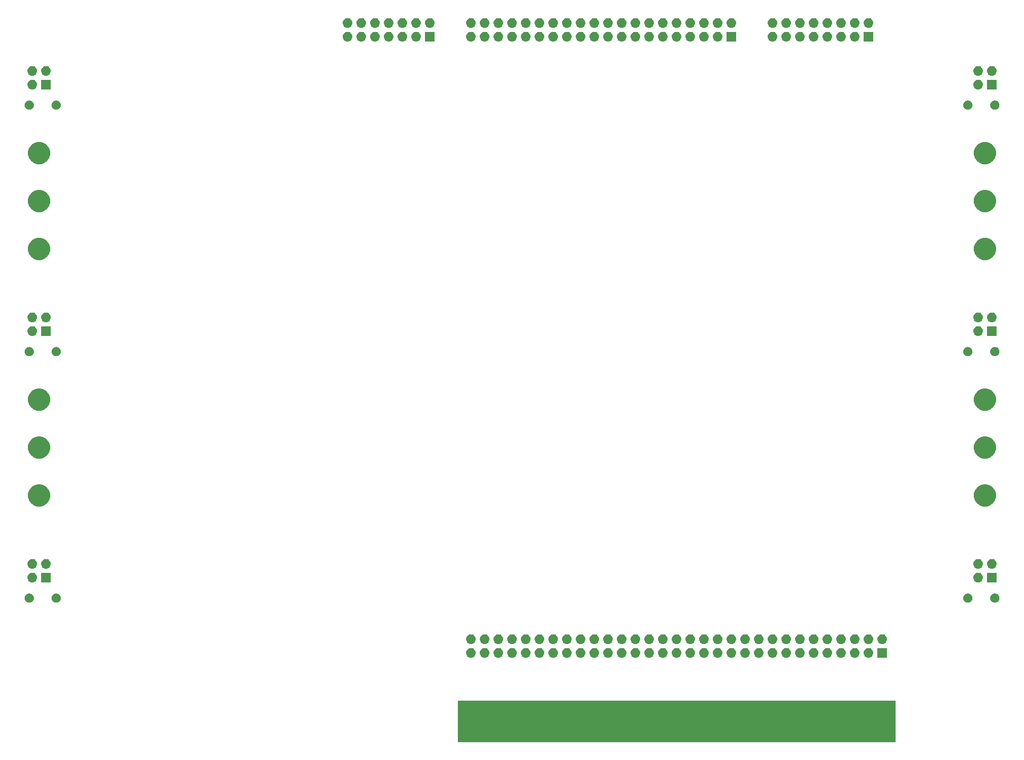
<source format=gbs>
G04 #@! TF.GenerationSoftware,KiCad,Pcbnew,(5.1.4)-1*
G04 #@! TF.CreationDate,2023-01-29T13:09:46+10:30*
G04 #@! TF.ProjectId,ISA_Bread_Board_v1-1,4953415f-4272-4656-9164-5f426f617264,1*
G04 #@! TF.SameCoordinates,Original*
G04 #@! TF.FileFunction,Soldermask,Bot*
G04 #@! TF.FilePolarity,Negative*
%FSLAX46Y46*%
G04 Gerber Fmt 4.6, Leading zero omitted, Abs format (unit mm)*
G04 Created by KiCad (PCBNEW (5.1.4)-1) date 2023-01-29 13:09:46*
%MOMM*%
%LPD*%
G04 APERTURE LIST*
%ADD10C,0.010000*%
%ADD11C,0.100000*%
G04 APERTURE END LIST*
D10*
G36*
X205232000Y-199390000D02*
G01*
X286258000Y-199390000D01*
X286258000Y-207010000D01*
X205232000Y-207010000D01*
X205232000Y-199390000D01*
G37*
X205232000Y-199390000D02*
X286258000Y-199390000D01*
X286258000Y-207010000D01*
X205232000Y-207010000D01*
X205232000Y-199390000D01*
D11*
G36*
X284786000Y-206807000D02*
G01*
X282904000Y-206807000D01*
X282904000Y-199339000D01*
X284786000Y-199339000D01*
X284786000Y-206807000D01*
X284786000Y-206807000D01*
G37*
G36*
X246686000Y-206807000D02*
G01*
X244804000Y-206807000D01*
X244804000Y-199339000D01*
X246686000Y-199339000D01*
X246686000Y-206807000D01*
X246686000Y-206807000D01*
G37*
G36*
X208586000Y-206807000D02*
G01*
X206704000Y-206807000D01*
X206704000Y-199339000D01*
X208586000Y-199339000D01*
X208586000Y-206807000D01*
X208586000Y-206807000D01*
G37*
G36*
X211126000Y-206807000D02*
G01*
X209244000Y-206807000D01*
X209244000Y-199339000D01*
X211126000Y-199339000D01*
X211126000Y-206807000D01*
X211126000Y-206807000D01*
G37*
G36*
X213666000Y-206807000D02*
G01*
X211784000Y-206807000D01*
X211784000Y-199339000D01*
X213666000Y-199339000D01*
X213666000Y-206807000D01*
X213666000Y-206807000D01*
G37*
G36*
X216206000Y-206807000D02*
G01*
X214324000Y-206807000D01*
X214324000Y-199339000D01*
X216206000Y-199339000D01*
X216206000Y-206807000D01*
X216206000Y-206807000D01*
G37*
G36*
X218746000Y-206807000D02*
G01*
X216864000Y-206807000D01*
X216864000Y-199339000D01*
X218746000Y-199339000D01*
X218746000Y-206807000D01*
X218746000Y-206807000D01*
G37*
G36*
X221286000Y-206807000D02*
G01*
X219404000Y-206807000D01*
X219404000Y-199339000D01*
X221286000Y-199339000D01*
X221286000Y-206807000D01*
X221286000Y-206807000D01*
G37*
G36*
X223826000Y-206807000D02*
G01*
X221944000Y-206807000D01*
X221944000Y-199339000D01*
X223826000Y-199339000D01*
X223826000Y-206807000D01*
X223826000Y-206807000D01*
G37*
G36*
X226366000Y-206807000D02*
G01*
X224484000Y-206807000D01*
X224484000Y-199339000D01*
X226366000Y-199339000D01*
X226366000Y-206807000D01*
X226366000Y-206807000D01*
G37*
G36*
X228906000Y-206807000D02*
G01*
X227024000Y-206807000D01*
X227024000Y-199339000D01*
X228906000Y-199339000D01*
X228906000Y-206807000D01*
X228906000Y-206807000D01*
G37*
G36*
X231446000Y-206807000D02*
G01*
X229564000Y-206807000D01*
X229564000Y-199339000D01*
X231446000Y-199339000D01*
X231446000Y-206807000D01*
X231446000Y-206807000D01*
G37*
G36*
X233986000Y-206807000D02*
G01*
X232104000Y-206807000D01*
X232104000Y-199339000D01*
X233986000Y-199339000D01*
X233986000Y-206807000D01*
X233986000Y-206807000D01*
G37*
G36*
X236526000Y-206807000D02*
G01*
X234644000Y-206807000D01*
X234644000Y-199339000D01*
X236526000Y-199339000D01*
X236526000Y-206807000D01*
X236526000Y-206807000D01*
G37*
G36*
X239066000Y-206807000D02*
G01*
X237184000Y-206807000D01*
X237184000Y-199339000D01*
X239066000Y-199339000D01*
X239066000Y-206807000D01*
X239066000Y-206807000D01*
G37*
G36*
X241606000Y-206807000D02*
G01*
X239724000Y-206807000D01*
X239724000Y-199339000D01*
X241606000Y-199339000D01*
X241606000Y-206807000D01*
X241606000Y-206807000D01*
G37*
G36*
X249226000Y-206807000D02*
G01*
X247344000Y-206807000D01*
X247344000Y-199339000D01*
X249226000Y-199339000D01*
X249226000Y-206807000D01*
X249226000Y-206807000D01*
G37*
G36*
X244146000Y-206807000D02*
G01*
X242264000Y-206807000D01*
X242264000Y-199339000D01*
X244146000Y-199339000D01*
X244146000Y-206807000D01*
X244146000Y-206807000D01*
G37*
G36*
X282246000Y-206807000D02*
G01*
X280364000Y-206807000D01*
X280364000Y-199339000D01*
X282246000Y-199339000D01*
X282246000Y-206807000D01*
X282246000Y-206807000D01*
G37*
G36*
X279706000Y-206807000D02*
G01*
X277824000Y-206807000D01*
X277824000Y-199339000D01*
X279706000Y-199339000D01*
X279706000Y-206807000D01*
X279706000Y-206807000D01*
G37*
G36*
X277166000Y-206807000D02*
G01*
X275284000Y-206807000D01*
X275284000Y-199339000D01*
X277166000Y-199339000D01*
X277166000Y-206807000D01*
X277166000Y-206807000D01*
G37*
G36*
X274626000Y-206807000D02*
G01*
X272744000Y-206807000D01*
X272744000Y-199339000D01*
X274626000Y-199339000D01*
X274626000Y-206807000D01*
X274626000Y-206807000D01*
G37*
G36*
X272086000Y-206807000D02*
G01*
X270204000Y-206807000D01*
X270204000Y-199339000D01*
X272086000Y-199339000D01*
X272086000Y-206807000D01*
X272086000Y-206807000D01*
G37*
G36*
X269546000Y-206807000D02*
G01*
X267664000Y-206807000D01*
X267664000Y-199339000D01*
X269546000Y-199339000D01*
X269546000Y-206807000D01*
X269546000Y-206807000D01*
G37*
G36*
X264466000Y-206807000D02*
G01*
X262584000Y-206807000D01*
X262584000Y-199339000D01*
X264466000Y-199339000D01*
X264466000Y-206807000D01*
X264466000Y-206807000D01*
G37*
G36*
X261926000Y-206807000D02*
G01*
X260044000Y-206807000D01*
X260044000Y-199339000D01*
X261926000Y-199339000D01*
X261926000Y-206807000D01*
X261926000Y-206807000D01*
G37*
G36*
X259386000Y-206807000D02*
G01*
X257504000Y-206807000D01*
X257504000Y-199339000D01*
X259386000Y-199339000D01*
X259386000Y-206807000D01*
X259386000Y-206807000D01*
G37*
G36*
X256846000Y-206807000D02*
G01*
X254964000Y-206807000D01*
X254964000Y-199339000D01*
X256846000Y-199339000D01*
X256846000Y-206807000D01*
X256846000Y-206807000D01*
G37*
G36*
X254306000Y-206807000D02*
G01*
X252424000Y-206807000D01*
X252424000Y-199339000D01*
X254306000Y-199339000D01*
X254306000Y-206807000D01*
X254306000Y-206807000D01*
G37*
G36*
X251766000Y-206807000D02*
G01*
X249884000Y-206807000D01*
X249884000Y-199339000D01*
X251766000Y-199339000D01*
X251766000Y-206807000D01*
X251766000Y-206807000D01*
G37*
G36*
X267006000Y-206807000D02*
G01*
X265124000Y-206807000D01*
X265124000Y-199339000D01*
X267006000Y-199339000D01*
X267006000Y-206807000D01*
X267006000Y-206807000D01*
G37*
G36*
X248395442Y-189605518D02*
G01*
X248461627Y-189612037D01*
X248631466Y-189663557D01*
X248787991Y-189747222D01*
X248823729Y-189776552D01*
X248925186Y-189859814D01*
X249008448Y-189961271D01*
X249037778Y-189997009D01*
X249121443Y-190153534D01*
X249172963Y-190323373D01*
X249190359Y-190500000D01*
X249172963Y-190676627D01*
X249121443Y-190846466D01*
X249037778Y-191002991D01*
X249008448Y-191038729D01*
X248925186Y-191140186D01*
X248823729Y-191223448D01*
X248787991Y-191252778D01*
X248631466Y-191336443D01*
X248461627Y-191387963D01*
X248395443Y-191394481D01*
X248329260Y-191401000D01*
X248240740Y-191401000D01*
X248174558Y-191394482D01*
X248108373Y-191387963D01*
X247938534Y-191336443D01*
X247782009Y-191252778D01*
X247746271Y-191223448D01*
X247644814Y-191140186D01*
X247561552Y-191038729D01*
X247532222Y-191002991D01*
X247448557Y-190846466D01*
X247397037Y-190676627D01*
X247379641Y-190500000D01*
X247397037Y-190323373D01*
X247448557Y-190153534D01*
X247532222Y-189997009D01*
X247561552Y-189961271D01*
X247644814Y-189859814D01*
X247746271Y-189776552D01*
X247782009Y-189747222D01*
X247938534Y-189663557D01*
X248108373Y-189612037D01*
X248174558Y-189605518D01*
X248240740Y-189599000D01*
X248329260Y-189599000D01*
X248395442Y-189605518D01*
X248395442Y-189605518D01*
G37*
G36*
X243315442Y-189605518D02*
G01*
X243381627Y-189612037D01*
X243551466Y-189663557D01*
X243707991Y-189747222D01*
X243743729Y-189776552D01*
X243845186Y-189859814D01*
X243928448Y-189961271D01*
X243957778Y-189997009D01*
X244041443Y-190153534D01*
X244092963Y-190323373D01*
X244110359Y-190500000D01*
X244092963Y-190676627D01*
X244041443Y-190846466D01*
X243957778Y-191002991D01*
X243928448Y-191038729D01*
X243845186Y-191140186D01*
X243743729Y-191223448D01*
X243707991Y-191252778D01*
X243551466Y-191336443D01*
X243381627Y-191387963D01*
X243315443Y-191394481D01*
X243249260Y-191401000D01*
X243160740Y-191401000D01*
X243094558Y-191394482D01*
X243028373Y-191387963D01*
X242858534Y-191336443D01*
X242702009Y-191252778D01*
X242666271Y-191223448D01*
X242564814Y-191140186D01*
X242481552Y-191038729D01*
X242452222Y-191002991D01*
X242368557Y-190846466D01*
X242317037Y-190676627D01*
X242299641Y-190500000D01*
X242317037Y-190323373D01*
X242368557Y-190153534D01*
X242452222Y-189997009D01*
X242481552Y-189961271D01*
X242564814Y-189859814D01*
X242666271Y-189776552D01*
X242702009Y-189747222D01*
X242858534Y-189663557D01*
X243028373Y-189612037D01*
X243094558Y-189605518D01*
X243160740Y-189599000D01*
X243249260Y-189599000D01*
X243315442Y-189605518D01*
X243315442Y-189605518D01*
G37*
G36*
X240775442Y-189605518D02*
G01*
X240841627Y-189612037D01*
X241011466Y-189663557D01*
X241167991Y-189747222D01*
X241203729Y-189776552D01*
X241305186Y-189859814D01*
X241388448Y-189961271D01*
X241417778Y-189997009D01*
X241501443Y-190153534D01*
X241552963Y-190323373D01*
X241570359Y-190500000D01*
X241552963Y-190676627D01*
X241501443Y-190846466D01*
X241417778Y-191002991D01*
X241388448Y-191038729D01*
X241305186Y-191140186D01*
X241203729Y-191223448D01*
X241167991Y-191252778D01*
X241011466Y-191336443D01*
X240841627Y-191387963D01*
X240775443Y-191394481D01*
X240709260Y-191401000D01*
X240620740Y-191401000D01*
X240554558Y-191394482D01*
X240488373Y-191387963D01*
X240318534Y-191336443D01*
X240162009Y-191252778D01*
X240126271Y-191223448D01*
X240024814Y-191140186D01*
X239941552Y-191038729D01*
X239912222Y-191002991D01*
X239828557Y-190846466D01*
X239777037Y-190676627D01*
X239759641Y-190500000D01*
X239777037Y-190323373D01*
X239828557Y-190153534D01*
X239912222Y-189997009D01*
X239941552Y-189961271D01*
X240024814Y-189859814D01*
X240126271Y-189776552D01*
X240162009Y-189747222D01*
X240318534Y-189663557D01*
X240488373Y-189612037D01*
X240554558Y-189605518D01*
X240620740Y-189599000D01*
X240709260Y-189599000D01*
X240775442Y-189605518D01*
X240775442Y-189605518D01*
G37*
G36*
X238235442Y-189605518D02*
G01*
X238301627Y-189612037D01*
X238471466Y-189663557D01*
X238627991Y-189747222D01*
X238663729Y-189776552D01*
X238765186Y-189859814D01*
X238848448Y-189961271D01*
X238877778Y-189997009D01*
X238961443Y-190153534D01*
X239012963Y-190323373D01*
X239030359Y-190500000D01*
X239012963Y-190676627D01*
X238961443Y-190846466D01*
X238877778Y-191002991D01*
X238848448Y-191038729D01*
X238765186Y-191140186D01*
X238663729Y-191223448D01*
X238627991Y-191252778D01*
X238471466Y-191336443D01*
X238301627Y-191387963D01*
X238235443Y-191394481D01*
X238169260Y-191401000D01*
X238080740Y-191401000D01*
X238014558Y-191394482D01*
X237948373Y-191387963D01*
X237778534Y-191336443D01*
X237622009Y-191252778D01*
X237586271Y-191223448D01*
X237484814Y-191140186D01*
X237401552Y-191038729D01*
X237372222Y-191002991D01*
X237288557Y-190846466D01*
X237237037Y-190676627D01*
X237219641Y-190500000D01*
X237237037Y-190323373D01*
X237288557Y-190153534D01*
X237372222Y-189997009D01*
X237401552Y-189961271D01*
X237484814Y-189859814D01*
X237586271Y-189776552D01*
X237622009Y-189747222D01*
X237778534Y-189663557D01*
X237948373Y-189612037D01*
X238014558Y-189605518D01*
X238080740Y-189599000D01*
X238169260Y-189599000D01*
X238235442Y-189605518D01*
X238235442Y-189605518D01*
G37*
G36*
X235695442Y-189605518D02*
G01*
X235761627Y-189612037D01*
X235931466Y-189663557D01*
X236087991Y-189747222D01*
X236123729Y-189776552D01*
X236225186Y-189859814D01*
X236308448Y-189961271D01*
X236337778Y-189997009D01*
X236421443Y-190153534D01*
X236472963Y-190323373D01*
X236490359Y-190500000D01*
X236472963Y-190676627D01*
X236421443Y-190846466D01*
X236337778Y-191002991D01*
X236308448Y-191038729D01*
X236225186Y-191140186D01*
X236123729Y-191223448D01*
X236087991Y-191252778D01*
X235931466Y-191336443D01*
X235761627Y-191387963D01*
X235695443Y-191394481D01*
X235629260Y-191401000D01*
X235540740Y-191401000D01*
X235474558Y-191394482D01*
X235408373Y-191387963D01*
X235238534Y-191336443D01*
X235082009Y-191252778D01*
X235046271Y-191223448D01*
X234944814Y-191140186D01*
X234861552Y-191038729D01*
X234832222Y-191002991D01*
X234748557Y-190846466D01*
X234697037Y-190676627D01*
X234679641Y-190500000D01*
X234697037Y-190323373D01*
X234748557Y-190153534D01*
X234832222Y-189997009D01*
X234861552Y-189961271D01*
X234944814Y-189859814D01*
X235046271Y-189776552D01*
X235082009Y-189747222D01*
X235238534Y-189663557D01*
X235408373Y-189612037D01*
X235474558Y-189605518D01*
X235540740Y-189599000D01*
X235629260Y-189599000D01*
X235695442Y-189605518D01*
X235695442Y-189605518D01*
G37*
G36*
X233155442Y-189605518D02*
G01*
X233221627Y-189612037D01*
X233391466Y-189663557D01*
X233547991Y-189747222D01*
X233583729Y-189776552D01*
X233685186Y-189859814D01*
X233768448Y-189961271D01*
X233797778Y-189997009D01*
X233881443Y-190153534D01*
X233932963Y-190323373D01*
X233950359Y-190500000D01*
X233932963Y-190676627D01*
X233881443Y-190846466D01*
X233797778Y-191002991D01*
X233768448Y-191038729D01*
X233685186Y-191140186D01*
X233583729Y-191223448D01*
X233547991Y-191252778D01*
X233391466Y-191336443D01*
X233221627Y-191387963D01*
X233155443Y-191394481D01*
X233089260Y-191401000D01*
X233000740Y-191401000D01*
X232934558Y-191394482D01*
X232868373Y-191387963D01*
X232698534Y-191336443D01*
X232542009Y-191252778D01*
X232506271Y-191223448D01*
X232404814Y-191140186D01*
X232321552Y-191038729D01*
X232292222Y-191002991D01*
X232208557Y-190846466D01*
X232157037Y-190676627D01*
X232139641Y-190500000D01*
X232157037Y-190323373D01*
X232208557Y-190153534D01*
X232292222Y-189997009D01*
X232321552Y-189961271D01*
X232404814Y-189859814D01*
X232506271Y-189776552D01*
X232542009Y-189747222D01*
X232698534Y-189663557D01*
X232868373Y-189612037D01*
X232934558Y-189605518D01*
X233000740Y-189599000D01*
X233089260Y-189599000D01*
X233155442Y-189605518D01*
X233155442Y-189605518D01*
G37*
G36*
X230615442Y-189605518D02*
G01*
X230681627Y-189612037D01*
X230851466Y-189663557D01*
X231007991Y-189747222D01*
X231043729Y-189776552D01*
X231145186Y-189859814D01*
X231228448Y-189961271D01*
X231257778Y-189997009D01*
X231341443Y-190153534D01*
X231392963Y-190323373D01*
X231410359Y-190500000D01*
X231392963Y-190676627D01*
X231341443Y-190846466D01*
X231257778Y-191002991D01*
X231228448Y-191038729D01*
X231145186Y-191140186D01*
X231043729Y-191223448D01*
X231007991Y-191252778D01*
X230851466Y-191336443D01*
X230681627Y-191387963D01*
X230615443Y-191394481D01*
X230549260Y-191401000D01*
X230460740Y-191401000D01*
X230394558Y-191394482D01*
X230328373Y-191387963D01*
X230158534Y-191336443D01*
X230002009Y-191252778D01*
X229966271Y-191223448D01*
X229864814Y-191140186D01*
X229781552Y-191038729D01*
X229752222Y-191002991D01*
X229668557Y-190846466D01*
X229617037Y-190676627D01*
X229599641Y-190500000D01*
X229617037Y-190323373D01*
X229668557Y-190153534D01*
X229752222Y-189997009D01*
X229781552Y-189961271D01*
X229864814Y-189859814D01*
X229966271Y-189776552D01*
X230002009Y-189747222D01*
X230158534Y-189663557D01*
X230328373Y-189612037D01*
X230394558Y-189605518D01*
X230460740Y-189599000D01*
X230549260Y-189599000D01*
X230615442Y-189605518D01*
X230615442Y-189605518D01*
G37*
G36*
X228075442Y-189605518D02*
G01*
X228141627Y-189612037D01*
X228311466Y-189663557D01*
X228467991Y-189747222D01*
X228503729Y-189776552D01*
X228605186Y-189859814D01*
X228688448Y-189961271D01*
X228717778Y-189997009D01*
X228801443Y-190153534D01*
X228852963Y-190323373D01*
X228870359Y-190500000D01*
X228852963Y-190676627D01*
X228801443Y-190846466D01*
X228717778Y-191002991D01*
X228688448Y-191038729D01*
X228605186Y-191140186D01*
X228503729Y-191223448D01*
X228467991Y-191252778D01*
X228311466Y-191336443D01*
X228141627Y-191387963D01*
X228075443Y-191394481D01*
X228009260Y-191401000D01*
X227920740Y-191401000D01*
X227854558Y-191394482D01*
X227788373Y-191387963D01*
X227618534Y-191336443D01*
X227462009Y-191252778D01*
X227426271Y-191223448D01*
X227324814Y-191140186D01*
X227241552Y-191038729D01*
X227212222Y-191002991D01*
X227128557Y-190846466D01*
X227077037Y-190676627D01*
X227059641Y-190500000D01*
X227077037Y-190323373D01*
X227128557Y-190153534D01*
X227212222Y-189997009D01*
X227241552Y-189961271D01*
X227324814Y-189859814D01*
X227426271Y-189776552D01*
X227462009Y-189747222D01*
X227618534Y-189663557D01*
X227788373Y-189612037D01*
X227854558Y-189605518D01*
X227920740Y-189599000D01*
X228009260Y-189599000D01*
X228075442Y-189605518D01*
X228075442Y-189605518D01*
G37*
G36*
X225535442Y-189605518D02*
G01*
X225601627Y-189612037D01*
X225771466Y-189663557D01*
X225927991Y-189747222D01*
X225963729Y-189776552D01*
X226065186Y-189859814D01*
X226148448Y-189961271D01*
X226177778Y-189997009D01*
X226261443Y-190153534D01*
X226312963Y-190323373D01*
X226330359Y-190500000D01*
X226312963Y-190676627D01*
X226261443Y-190846466D01*
X226177778Y-191002991D01*
X226148448Y-191038729D01*
X226065186Y-191140186D01*
X225963729Y-191223448D01*
X225927991Y-191252778D01*
X225771466Y-191336443D01*
X225601627Y-191387963D01*
X225535443Y-191394481D01*
X225469260Y-191401000D01*
X225380740Y-191401000D01*
X225314558Y-191394482D01*
X225248373Y-191387963D01*
X225078534Y-191336443D01*
X224922009Y-191252778D01*
X224886271Y-191223448D01*
X224784814Y-191140186D01*
X224701552Y-191038729D01*
X224672222Y-191002991D01*
X224588557Y-190846466D01*
X224537037Y-190676627D01*
X224519641Y-190500000D01*
X224537037Y-190323373D01*
X224588557Y-190153534D01*
X224672222Y-189997009D01*
X224701552Y-189961271D01*
X224784814Y-189859814D01*
X224886271Y-189776552D01*
X224922009Y-189747222D01*
X225078534Y-189663557D01*
X225248373Y-189612037D01*
X225314558Y-189605518D01*
X225380740Y-189599000D01*
X225469260Y-189599000D01*
X225535442Y-189605518D01*
X225535442Y-189605518D01*
G37*
G36*
X222995442Y-189605518D02*
G01*
X223061627Y-189612037D01*
X223231466Y-189663557D01*
X223387991Y-189747222D01*
X223423729Y-189776552D01*
X223525186Y-189859814D01*
X223608448Y-189961271D01*
X223637778Y-189997009D01*
X223721443Y-190153534D01*
X223772963Y-190323373D01*
X223790359Y-190500000D01*
X223772963Y-190676627D01*
X223721443Y-190846466D01*
X223637778Y-191002991D01*
X223608448Y-191038729D01*
X223525186Y-191140186D01*
X223423729Y-191223448D01*
X223387991Y-191252778D01*
X223231466Y-191336443D01*
X223061627Y-191387963D01*
X222995443Y-191394481D01*
X222929260Y-191401000D01*
X222840740Y-191401000D01*
X222774558Y-191394482D01*
X222708373Y-191387963D01*
X222538534Y-191336443D01*
X222382009Y-191252778D01*
X222346271Y-191223448D01*
X222244814Y-191140186D01*
X222161552Y-191038729D01*
X222132222Y-191002991D01*
X222048557Y-190846466D01*
X221997037Y-190676627D01*
X221979641Y-190500000D01*
X221997037Y-190323373D01*
X222048557Y-190153534D01*
X222132222Y-189997009D01*
X222161552Y-189961271D01*
X222244814Y-189859814D01*
X222346271Y-189776552D01*
X222382009Y-189747222D01*
X222538534Y-189663557D01*
X222708373Y-189612037D01*
X222774558Y-189605518D01*
X222840740Y-189599000D01*
X222929260Y-189599000D01*
X222995442Y-189605518D01*
X222995442Y-189605518D01*
G37*
G36*
X220455442Y-189605518D02*
G01*
X220521627Y-189612037D01*
X220691466Y-189663557D01*
X220847991Y-189747222D01*
X220883729Y-189776552D01*
X220985186Y-189859814D01*
X221068448Y-189961271D01*
X221097778Y-189997009D01*
X221181443Y-190153534D01*
X221232963Y-190323373D01*
X221250359Y-190500000D01*
X221232963Y-190676627D01*
X221181443Y-190846466D01*
X221097778Y-191002991D01*
X221068448Y-191038729D01*
X220985186Y-191140186D01*
X220883729Y-191223448D01*
X220847991Y-191252778D01*
X220691466Y-191336443D01*
X220521627Y-191387963D01*
X220455443Y-191394481D01*
X220389260Y-191401000D01*
X220300740Y-191401000D01*
X220234558Y-191394482D01*
X220168373Y-191387963D01*
X219998534Y-191336443D01*
X219842009Y-191252778D01*
X219806271Y-191223448D01*
X219704814Y-191140186D01*
X219621552Y-191038729D01*
X219592222Y-191002991D01*
X219508557Y-190846466D01*
X219457037Y-190676627D01*
X219439641Y-190500000D01*
X219457037Y-190323373D01*
X219508557Y-190153534D01*
X219592222Y-189997009D01*
X219621552Y-189961271D01*
X219704814Y-189859814D01*
X219806271Y-189776552D01*
X219842009Y-189747222D01*
X219998534Y-189663557D01*
X220168373Y-189612037D01*
X220234558Y-189605518D01*
X220300740Y-189599000D01*
X220389260Y-189599000D01*
X220455442Y-189605518D01*
X220455442Y-189605518D01*
G37*
G36*
X217915442Y-189605518D02*
G01*
X217981627Y-189612037D01*
X218151466Y-189663557D01*
X218307991Y-189747222D01*
X218343729Y-189776552D01*
X218445186Y-189859814D01*
X218528448Y-189961271D01*
X218557778Y-189997009D01*
X218641443Y-190153534D01*
X218692963Y-190323373D01*
X218710359Y-190500000D01*
X218692963Y-190676627D01*
X218641443Y-190846466D01*
X218557778Y-191002991D01*
X218528448Y-191038729D01*
X218445186Y-191140186D01*
X218343729Y-191223448D01*
X218307991Y-191252778D01*
X218151466Y-191336443D01*
X217981627Y-191387963D01*
X217915443Y-191394481D01*
X217849260Y-191401000D01*
X217760740Y-191401000D01*
X217694558Y-191394482D01*
X217628373Y-191387963D01*
X217458534Y-191336443D01*
X217302009Y-191252778D01*
X217266271Y-191223448D01*
X217164814Y-191140186D01*
X217081552Y-191038729D01*
X217052222Y-191002991D01*
X216968557Y-190846466D01*
X216917037Y-190676627D01*
X216899641Y-190500000D01*
X216917037Y-190323373D01*
X216968557Y-190153534D01*
X217052222Y-189997009D01*
X217081552Y-189961271D01*
X217164814Y-189859814D01*
X217266271Y-189776552D01*
X217302009Y-189747222D01*
X217458534Y-189663557D01*
X217628373Y-189612037D01*
X217694558Y-189605518D01*
X217760740Y-189599000D01*
X217849260Y-189599000D01*
X217915442Y-189605518D01*
X217915442Y-189605518D01*
G37*
G36*
X215375442Y-189605518D02*
G01*
X215441627Y-189612037D01*
X215611466Y-189663557D01*
X215767991Y-189747222D01*
X215803729Y-189776552D01*
X215905186Y-189859814D01*
X215988448Y-189961271D01*
X216017778Y-189997009D01*
X216101443Y-190153534D01*
X216152963Y-190323373D01*
X216170359Y-190500000D01*
X216152963Y-190676627D01*
X216101443Y-190846466D01*
X216017778Y-191002991D01*
X215988448Y-191038729D01*
X215905186Y-191140186D01*
X215803729Y-191223448D01*
X215767991Y-191252778D01*
X215611466Y-191336443D01*
X215441627Y-191387963D01*
X215375443Y-191394481D01*
X215309260Y-191401000D01*
X215220740Y-191401000D01*
X215154558Y-191394482D01*
X215088373Y-191387963D01*
X214918534Y-191336443D01*
X214762009Y-191252778D01*
X214726271Y-191223448D01*
X214624814Y-191140186D01*
X214541552Y-191038729D01*
X214512222Y-191002991D01*
X214428557Y-190846466D01*
X214377037Y-190676627D01*
X214359641Y-190500000D01*
X214377037Y-190323373D01*
X214428557Y-190153534D01*
X214512222Y-189997009D01*
X214541552Y-189961271D01*
X214624814Y-189859814D01*
X214726271Y-189776552D01*
X214762009Y-189747222D01*
X214918534Y-189663557D01*
X215088373Y-189612037D01*
X215154558Y-189605518D01*
X215220740Y-189599000D01*
X215309260Y-189599000D01*
X215375442Y-189605518D01*
X215375442Y-189605518D01*
G37*
G36*
X212835442Y-189605518D02*
G01*
X212901627Y-189612037D01*
X213071466Y-189663557D01*
X213227991Y-189747222D01*
X213263729Y-189776552D01*
X213365186Y-189859814D01*
X213448448Y-189961271D01*
X213477778Y-189997009D01*
X213561443Y-190153534D01*
X213612963Y-190323373D01*
X213630359Y-190500000D01*
X213612963Y-190676627D01*
X213561443Y-190846466D01*
X213477778Y-191002991D01*
X213448448Y-191038729D01*
X213365186Y-191140186D01*
X213263729Y-191223448D01*
X213227991Y-191252778D01*
X213071466Y-191336443D01*
X212901627Y-191387963D01*
X212835443Y-191394481D01*
X212769260Y-191401000D01*
X212680740Y-191401000D01*
X212614558Y-191394482D01*
X212548373Y-191387963D01*
X212378534Y-191336443D01*
X212222009Y-191252778D01*
X212186271Y-191223448D01*
X212084814Y-191140186D01*
X212001552Y-191038729D01*
X211972222Y-191002991D01*
X211888557Y-190846466D01*
X211837037Y-190676627D01*
X211819641Y-190500000D01*
X211837037Y-190323373D01*
X211888557Y-190153534D01*
X211972222Y-189997009D01*
X212001552Y-189961271D01*
X212084814Y-189859814D01*
X212186271Y-189776552D01*
X212222009Y-189747222D01*
X212378534Y-189663557D01*
X212548373Y-189612037D01*
X212614558Y-189605518D01*
X212680740Y-189599000D01*
X212769260Y-189599000D01*
X212835442Y-189605518D01*
X212835442Y-189605518D01*
G37*
G36*
X210295442Y-189605518D02*
G01*
X210361627Y-189612037D01*
X210531466Y-189663557D01*
X210687991Y-189747222D01*
X210723729Y-189776552D01*
X210825186Y-189859814D01*
X210908448Y-189961271D01*
X210937778Y-189997009D01*
X211021443Y-190153534D01*
X211072963Y-190323373D01*
X211090359Y-190500000D01*
X211072963Y-190676627D01*
X211021443Y-190846466D01*
X210937778Y-191002991D01*
X210908448Y-191038729D01*
X210825186Y-191140186D01*
X210723729Y-191223448D01*
X210687991Y-191252778D01*
X210531466Y-191336443D01*
X210361627Y-191387963D01*
X210295443Y-191394481D01*
X210229260Y-191401000D01*
X210140740Y-191401000D01*
X210074558Y-191394482D01*
X210008373Y-191387963D01*
X209838534Y-191336443D01*
X209682009Y-191252778D01*
X209646271Y-191223448D01*
X209544814Y-191140186D01*
X209461552Y-191038729D01*
X209432222Y-191002991D01*
X209348557Y-190846466D01*
X209297037Y-190676627D01*
X209279641Y-190500000D01*
X209297037Y-190323373D01*
X209348557Y-190153534D01*
X209432222Y-189997009D01*
X209461552Y-189961271D01*
X209544814Y-189859814D01*
X209646271Y-189776552D01*
X209682009Y-189747222D01*
X209838534Y-189663557D01*
X210008373Y-189612037D01*
X210074558Y-189605518D01*
X210140740Y-189599000D01*
X210229260Y-189599000D01*
X210295442Y-189605518D01*
X210295442Y-189605518D01*
G37*
G36*
X253475442Y-189605518D02*
G01*
X253541627Y-189612037D01*
X253711466Y-189663557D01*
X253867991Y-189747222D01*
X253903729Y-189776552D01*
X254005186Y-189859814D01*
X254088448Y-189961271D01*
X254117778Y-189997009D01*
X254201443Y-190153534D01*
X254252963Y-190323373D01*
X254270359Y-190500000D01*
X254252963Y-190676627D01*
X254201443Y-190846466D01*
X254117778Y-191002991D01*
X254088448Y-191038729D01*
X254005186Y-191140186D01*
X253903729Y-191223448D01*
X253867991Y-191252778D01*
X253711466Y-191336443D01*
X253541627Y-191387963D01*
X253475443Y-191394481D01*
X253409260Y-191401000D01*
X253320740Y-191401000D01*
X253254558Y-191394482D01*
X253188373Y-191387963D01*
X253018534Y-191336443D01*
X252862009Y-191252778D01*
X252826271Y-191223448D01*
X252724814Y-191140186D01*
X252641552Y-191038729D01*
X252612222Y-191002991D01*
X252528557Y-190846466D01*
X252477037Y-190676627D01*
X252459641Y-190500000D01*
X252477037Y-190323373D01*
X252528557Y-190153534D01*
X252612222Y-189997009D01*
X252641552Y-189961271D01*
X252724814Y-189859814D01*
X252826271Y-189776552D01*
X252862009Y-189747222D01*
X253018534Y-189663557D01*
X253188373Y-189612037D01*
X253254558Y-189605518D01*
X253320740Y-189599000D01*
X253409260Y-189599000D01*
X253475442Y-189605518D01*
X253475442Y-189605518D01*
G37*
G36*
X250935442Y-189605518D02*
G01*
X251001627Y-189612037D01*
X251171466Y-189663557D01*
X251327991Y-189747222D01*
X251363729Y-189776552D01*
X251465186Y-189859814D01*
X251548448Y-189961271D01*
X251577778Y-189997009D01*
X251661443Y-190153534D01*
X251712963Y-190323373D01*
X251730359Y-190500000D01*
X251712963Y-190676627D01*
X251661443Y-190846466D01*
X251577778Y-191002991D01*
X251548448Y-191038729D01*
X251465186Y-191140186D01*
X251363729Y-191223448D01*
X251327991Y-191252778D01*
X251171466Y-191336443D01*
X251001627Y-191387963D01*
X250935443Y-191394481D01*
X250869260Y-191401000D01*
X250780740Y-191401000D01*
X250714558Y-191394482D01*
X250648373Y-191387963D01*
X250478534Y-191336443D01*
X250322009Y-191252778D01*
X250286271Y-191223448D01*
X250184814Y-191140186D01*
X250101552Y-191038729D01*
X250072222Y-191002991D01*
X249988557Y-190846466D01*
X249937037Y-190676627D01*
X249919641Y-190500000D01*
X249937037Y-190323373D01*
X249988557Y-190153534D01*
X250072222Y-189997009D01*
X250101552Y-189961271D01*
X250184814Y-189859814D01*
X250286271Y-189776552D01*
X250322009Y-189747222D01*
X250478534Y-189663557D01*
X250648373Y-189612037D01*
X250714558Y-189605518D01*
X250780740Y-189599000D01*
X250869260Y-189599000D01*
X250935442Y-189605518D01*
X250935442Y-189605518D01*
G37*
G36*
X207755442Y-189605518D02*
G01*
X207821627Y-189612037D01*
X207991466Y-189663557D01*
X208147991Y-189747222D01*
X208183729Y-189776552D01*
X208285186Y-189859814D01*
X208368448Y-189961271D01*
X208397778Y-189997009D01*
X208481443Y-190153534D01*
X208532963Y-190323373D01*
X208550359Y-190500000D01*
X208532963Y-190676627D01*
X208481443Y-190846466D01*
X208397778Y-191002991D01*
X208368448Y-191038729D01*
X208285186Y-191140186D01*
X208183729Y-191223448D01*
X208147991Y-191252778D01*
X207991466Y-191336443D01*
X207821627Y-191387963D01*
X207755443Y-191394481D01*
X207689260Y-191401000D01*
X207600740Y-191401000D01*
X207534558Y-191394482D01*
X207468373Y-191387963D01*
X207298534Y-191336443D01*
X207142009Y-191252778D01*
X207106271Y-191223448D01*
X207004814Y-191140186D01*
X206921552Y-191038729D01*
X206892222Y-191002991D01*
X206808557Y-190846466D01*
X206757037Y-190676627D01*
X206739641Y-190500000D01*
X206757037Y-190323373D01*
X206808557Y-190153534D01*
X206892222Y-189997009D01*
X206921552Y-189961271D01*
X207004814Y-189859814D01*
X207106271Y-189776552D01*
X207142009Y-189747222D01*
X207298534Y-189663557D01*
X207468373Y-189612037D01*
X207534558Y-189605518D01*
X207600740Y-189599000D01*
X207689260Y-189599000D01*
X207755442Y-189605518D01*
X207755442Y-189605518D01*
G37*
G36*
X284746000Y-191401000D02*
G01*
X282944000Y-191401000D01*
X282944000Y-189599000D01*
X284746000Y-189599000D01*
X284746000Y-191401000D01*
X284746000Y-191401000D01*
G37*
G36*
X245855442Y-189605518D02*
G01*
X245921627Y-189612037D01*
X246091466Y-189663557D01*
X246247991Y-189747222D01*
X246283729Y-189776552D01*
X246385186Y-189859814D01*
X246468448Y-189961271D01*
X246497778Y-189997009D01*
X246581443Y-190153534D01*
X246632963Y-190323373D01*
X246650359Y-190500000D01*
X246632963Y-190676627D01*
X246581443Y-190846466D01*
X246497778Y-191002991D01*
X246468448Y-191038729D01*
X246385186Y-191140186D01*
X246283729Y-191223448D01*
X246247991Y-191252778D01*
X246091466Y-191336443D01*
X245921627Y-191387963D01*
X245855443Y-191394481D01*
X245789260Y-191401000D01*
X245700740Y-191401000D01*
X245634558Y-191394482D01*
X245568373Y-191387963D01*
X245398534Y-191336443D01*
X245242009Y-191252778D01*
X245206271Y-191223448D01*
X245104814Y-191140186D01*
X245021552Y-191038729D01*
X244992222Y-191002991D01*
X244908557Y-190846466D01*
X244857037Y-190676627D01*
X244839641Y-190500000D01*
X244857037Y-190323373D01*
X244908557Y-190153534D01*
X244992222Y-189997009D01*
X245021552Y-189961271D01*
X245104814Y-189859814D01*
X245206271Y-189776552D01*
X245242009Y-189747222D01*
X245398534Y-189663557D01*
X245568373Y-189612037D01*
X245634558Y-189605518D01*
X245700740Y-189599000D01*
X245789260Y-189599000D01*
X245855442Y-189605518D01*
X245855442Y-189605518D01*
G37*
G36*
X281415442Y-189605518D02*
G01*
X281481627Y-189612037D01*
X281651466Y-189663557D01*
X281807991Y-189747222D01*
X281843729Y-189776552D01*
X281945186Y-189859814D01*
X282028448Y-189961271D01*
X282057778Y-189997009D01*
X282141443Y-190153534D01*
X282192963Y-190323373D01*
X282210359Y-190500000D01*
X282192963Y-190676627D01*
X282141443Y-190846466D01*
X282057778Y-191002991D01*
X282028448Y-191038729D01*
X281945186Y-191140186D01*
X281843729Y-191223448D01*
X281807991Y-191252778D01*
X281651466Y-191336443D01*
X281481627Y-191387963D01*
X281415443Y-191394481D01*
X281349260Y-191401000D01*
X281260740Y-191401000D01*
X281194558Y-191394482D01*
X281128373Y-191387963D01*
X280958534Y-191336443D01*
X280802009Y-191252778D01*
X280766271Y-191223448D01*
X280664814Y-191140186D01*
X280581552Y-191038729D01*
X280552222Y-191002991D01*
X280468557Y-190846466D01*
X280417037Y-190676627D01*
X280399641Y-190500000D01*
X280417037Y-190323373D01*
X280468557Y-190153534D01*
X280552222Y-189997009D01*
X280581552Y-189961271D01*
X280664814Y-189859814D01*
X280766271Y-189776552D01*
X280802009Y-189747222D01*
X280958534Y-189663557D01*
X281128373Y-189612037D01*
X281194558Y-189605518D01*
X281260740Y-189599000D01*
X281349260Y-189599000D01*
X281415442Y-189605518D01*
X281415442Y-189605518D01*
G37*
G36*
X278875442Y-189605518D02*
G01*
X278941627Y-189612037D01*
X279111466Y-189663557D01*
X279267991Y-189747222D01*
X279303729Y-189776552D01*
X279405186Y-189859814D01*
X279488448Y-189961271D01*
X279517778Y-189997009D01*
X279601443Y-190153534D01*
X279652963Y-190323373D01*
X279670359Y-190500000D01*
X279652963Y-190676627D01*
X279601443Y-190846466D01*
X279517778Y-191002991D01*
X279488448Y-191038729D01*
X279405186Y-191140186D01*
X279303729Y-191223448D01*
X279267991Y-191252778D01*
X279111466Y-191336443D01*
X278941627Y-191387963D01*
X278875443Y-191394481D01*
X278809260Y-191401000D01*
X278720740Y-191401000D01*
X278654558Y-191394482D01*
X278588373Y-191387963D01*
X278418534Y-191336443D01*
X278262009Y-191252778D01*
X278226271Y-191223448D01*
X278124814Y-191140186D01*
X278041552Y-191038729D01*
X278012222Y-191002991D01*
X277928557Y-190846466D01*
X277877037Y-190676627D01*
X277859641Y-190500000D01*
X277877037Y-190323373D01*
X277928557Y-190153534D01*
X278012222Y-189997009D01*
X278041552Y-189961271D01*
X278124814Y-189859814D01*
X278226271Y-189776552D01*
X278262009Y-189747222D01*
X278418534Y-189663557D01*
X278588373Y-189612037D01*
X278654558Y-189605518D01*
X278720740Y-189599000D01*
X278809260Y-189599000D01*
X278875442Y-189605518D01*
X278875442Y-189605518D01*
G37*
G36*
X276335442Y-189605518D02*
G01*
X276401627Y-189612037D01*
X276571466Y-189663557D01*
X276727991Y-189747222D01*
X276763729Y-189776552D01*
X276865186Y-189859814D01*
X276948448Y-189961271D01*
X276977778Y-189997009D01*
X277061443Y-190153534D01*
X277112963Y-190323373D01*
X277130359Y-190500000D01*
X277112963Y-190676627D01*
X277061443Y-190846466D01*
X276977778Y-191002991D01*
X276948448Y-191038729D01*
X276865186Y-191140186D01*
X276763729Y-191223448D01*
X276727991Y-191252778D01*
X276571466Y-191336443D01*
X276401627Y-191387963D01*
X276335443Y-191394481D01*
X276269260Y-191401000D01*
X276180740Y-191401000D01*
X276114558Y-191394482D01*
X276048373Y-191387963D01*
X275878534Y-191336443D01*
X275722009Y-191252778D01*
X275686271Y-191223448D01*
X275584814Y-191140186D01*
X275501552Y-191038729D01*
X275472222Y-191002991D01*
X275388557Y-190846466D01*
X275337037Y-190676627D01*
X275319641Y-190500000D01*
X275337037Y-190323373D01*
X275388557Y-190153534D01*
X275472222Y-189997009D01*
X275501552Y-189961271D01*
X275584814Y-189859814D01*
X275686271Y-189776552D01*
X275722009Y-189747222D01*
X275878534Y-189663557D01*
X276048373Y-189612037D01*
X276114558Y-189605518D01*
X276180740Y-189599000D01*
X276269260Y-189599000D01*
X276335442Y-189605518D01*
X276335442Y-189605518D01*
G37*
G36*
X273795442Y-189605518D02*
G01*
X273861627Y-189612037D01*
X274031466Y-189663557D01*
X274187991Y-189747222D01*
X274223729Y-189776552D01*
X274325186Y-189859814D01*
X274408448Y-189961271D01*
X274437778Y-189997009D01*
X274521443Y-190153534D01*
X274572963Y-190323373D01*
X274590359Y-190500000D01*
X274572963Y-190676627D01*
X274521443Y-190846466D01*
X274437778Y-191002991D01*
X274408448Y-191038729D01*
X274325186Y-191140186D01*
X274223729Y-191223448D01*
X274187991Y-191252778D01*
X274031466Y-191336443D01*
X273861627Y-191387963D01*
X273795443Y-191394481D01*
X273729260Y-191401000D01*
X273640740Y-191401000D01*
X273574558Y-191394482D01*
X273508373Y-191387963D01*
X273338534Y-191336443D01*
X273182009Y-191252778D01*
X273146271Y-191223448D01*
X273044814Y-191140186D01*
X272961552Y-191038729D01*
X272932222Y-191002991D01*
X272848557Y-190846466D01*
X272797037Y-190676627D01*
X272779641Y-190500000D01*
X272797037Y-190323373D01*
X272848557Y-190153534D01*
X272932222Y-189997009D01*
X272961552Y-189961271D01*
X273044814Y-189859814D01*
X273146271Y-189776552D01*
X273182009Y-189747222D01*
X273338534Y-189663557D01*
X273508373Y-189612037D01*
X273574558Y-189605518D01*
X273640740Y-189599000D01*
X273729260Y-189599000D01*
X273795442Y-189605518D01*
X273795442Y-189605518D01*
G37*
G36*
X271255442Y-189605518D02*
G01*
X271321627Y-189612037D01*
X271491466Y-189663557D01*
X271647991Y-189747222D01*
X271683729Y-189776552D01*
X271785186Y-189859814D01*
X271868448Y-189961271D01*
X271897778Y-189997009D01*
X271981443Y-190153534D01*
X272032963Y-190323373D01*
X272050359Y-190500000D01*
X272032963Y-190676627D01*
X271981443Y-190846466D01*
X271897778Y-191002991D01*
X271868448Y-191038729D01*
X271785186Y-191140186D01*
X271683729Y-191223448D01*
X271647991Y-191252778D01*
X271491466Y-191336443D01*
X271321627Y-191387963D01*
X271255443Y-191394481D01*
X271189260Y-191401000D01*
X271100740Y-191401000D01*
X271034558Y-191394482D01*
X270968373Y-191387963D01*
X270798534Y-191336443D01*
X270642009Y-191252778D01*
X270606271Y-191223448D01*
X270504814Y-191140186D01*
X270421552Y-191038729D01*
X270392222Y-191002991D01*
X270308557Y-190846466D01*
X270257037Y-190676627D01*
X270239641Y-190500000D01*
X270257037Y-190323373D01*
X270308557Y-190153534D01*
X270392222Y-189997009D01*
X270421552Y-189961271D01*
X270504814Y-189859814D01*
X270606271Y-189776552D01*
X270642009Y-189747222D01*
X270798534Y-189663557D01*
X270968373Y-189612037D01*
X271034558Y-189605518D01*
X271100740Y-189599000D01*
X271189260Y-189599000D01*
X271255442Y-189605518D01*
X271255442Y-189605518D01*
G37*
G36*
X268715442Y-189605518D02*
G01*
X268781627Y-189612037D01*
X268951466Y-189663557D01*
X269107991Y-189747222D01*
X269143729Y-189776552D01*
X269245186Y-189859814D01*
X269328448Y-189961271D01*
X269357778Y-189997009D01*
X269441443Y-190153534D01*
X269492963Y-190323373D01*
X269510359Y-190500000D01*
X269492963Y-190676627D01*
X269441443Y-190846466D01*
X269357778Y-191002991D01*
X269328448Y-191038729D01*
X269245186Y-191140186D01*
X269143729Y-191223448D01*
X269107991Y-191252778D01*
X268951466Y-191336443D01*
X268781627Y-191387963D01*
X268715443Y-191394481D01*
X268649260Y-191401000D01*
X268560740Y-191401000D01*
X268494558Y-191394482D01*
X268428373Y-191387963D01*
X268258534Y-191336443D01*
X268102009Y-191252778D01*
X268066271Y-191223448D01*
X267964814Y-191140186D01*
X267881552Y-191038729D01*
X267852222Y-191002991D01*
X267768557Y-190846466D01*
X267717037Y-190676627D01*
X267699641Y-190500000D01*
X267717037Y-190323373D01*
X267768557Y-190153534D01*
X267852222Y-189997009D01*
X267881552Y-189961271D01*
X267964814Y-189859814D01*
X268066271Y-189776552D01*
X268102009Y-189747222D01*
X268258534Y-189663557D01*
X268428373Y-189612037D01*
X268494558Y-189605518D01*
X268560740Y-189599000D01*
X268649260Y-189599000D01*
X268715442Y-189605518D01*
X268715442Y-189605518D01*
G37*
G36*
X266175442Y-189605518D02*
G01*
X266241627Y-189612037D01*
X266411466Y-189663557D01*
X266567991Y-189747222D01*
X266603729Y-189776552D01*
X266705186Y-189859814D01*
X266788448Y-189961271D01*
X266817778Y-189997009D01*
X266901443Y-190153534D01*
X266952963Y-190323373D01*
X266970359Y-190500000D01*
X266952963Y-190676627D01*
X266901443Y-190846466D01*
X266817778Y-191002991D01*
X266788448Y-191038729D01*
X266705186Y-191140186D01*
X266603729Y-191223448D01*
X266567991Y-191252778D01*
X266411466Y-191336443D01*
X266241627Y-191387963D01*
X266175443Y-191394481D01*
X266109260Y-191401000D01*
X266020740Y-191401000D01*
X265954558Y-191394482D01*
X265888373Y-191387963D01*
X265718534Y-191336443D01*
X265562009Y-191252778D01*
X265526271Y-191223448D01*
X265424814Y-191140186D01*
X265341552Y-191038729D01*
X265312222Y-191002991D01*
X265228557Y-190846466D01*
X265177037Y-190676627D01*
X265159641Y-190500000D01*
X265177037Y-190323373D01*
X265228557Y-190153534D01*
X265312222Y-189997009D01*
X265341552Y-189961271D01*
X265424814Y-189859814D01*
X265526271Y-189776552D01*
X265562009Y-189747222D01*
X265718534Y-189663557D01*
X265888373Y-189612037D01*
X265954558Y-189605518D01*
X266020740Y-189599000D01*
X266109260Y-189599000D01*
X266175442Y-189605518D01*
X266175442Y-189605518D01*
G37*
G36*
X263635442Y-189605518D02*
G01*
X263701627Y-189612037D01*
X263871466Y-189663557D01*
X264027991Y-189747222D01*
X264063729Y-189776552D01*
X264165186Y-189859814D01*
X264248448Y-189961271D01*
X264277778Y-189997009D01*
X264361443Y-190153534D01*
X264412963Y-190323373D01*
X264430359Y-190500000D01*
X264412963Y-190676627D01*
X264361443Y-190846466D01*
X264277778Y-191002991D01*
X264248448Y-191038729D01*
X264165186Y-191140186D01*
X264063729Y-191223448D01*
X264027991Y-191252778D01*
X263871466Y-191336443D01*
X263701627Y-191387963D01*
X263635443Y-191394481D01*
X263569260Y-191401000D01*
X263480740Y-191401000D01*
X263414558Y-191394482D01*
X263348373Y-191387963D01*
X263178534Y-191336443D01*
X263022009Y-191252778D01*
X262986271Y-191223448D01*
X262884814Y-191140186D01*
X262801552Y-191038729D01*
X262772222Y-191002991D01*
X262688557Y-190846466D01*
X262637037Y-190676627D01*
X262619641Y-190500000D01*
X262637037Y-190323373D01*
X262688557Y-190153534D01*
X262772222Y-189997009D01*
X262801552Y-189961271D01*
X262884814Y-189859814D01*
X262986271Y-189776552D01*
X263022009Y-189747222D01*
X263178534Y-189663557D01*
X263348373Y-189612037D01*
X263414558Y-189605518D01*
X263480740Y-189599000D01*
X263569260Y-189599000D01*
X263635442Y-189605518D01*
X263635442Y-189605518D01*
G37*
G36*
X261095442Y-189605518D02*
G01*
X261161627Y-189612037D01*
X261331466Y-189663557D01*
X261487991Y-189747222D01*
X261523729Y-189776552D01*
X261625186Y-189859814D01*
X261708448Y-189961271D01*
X261737778Y-189997009D01*
X261821443Y-190153534D01*
X261872963Y-190323373D01*
X261890359Y-190500000D01*
X261872963Y-190676627D01*
X261821443Y-190846466D01*
X261737778Y-191002991D01*
X261708448Y-191038729D01*
X261625186Y-191140186D01*
X261523729Y-191223448D01*
X261487991Y-191252778D01*
X261331466Y-191336443D01*
X261161627Y-191387963D01*
X261095443Y-191394481D01*
X261029260Y-191401000D01*
X260940740Y-191401000D01*
X260874558Y-191394482D01*
X260808373Y-191387963D01*
X260638534Y-191336443D01*
X260482009Y-191252778D01*
X260446271Y-191223448D01*
X260344814Y-191140186D01*
X260261552Y-191038729D01*
X260232222Y-191002991D01*
X260148557Y-190846466D01*
X260097037Y-190676627D01*
X260079641Y-190500000D01*
X260097037Y-190323373D01*
X260148557Y-190153534D01*
X260232222Y-189997009D01*
X260261552Y-189961271D01*
X260344814Y-189859814D01*
X260446271Y-189776552D01*
X260482009Y-189747222D01*
X260638534Y-189663557D01*
X260808373Y-189612037D01*
X260874558Y-189605518D01*
X260940740Y-189599000D01*
X261029260Y-189599000D01*
X261095442Y-189605518D01*
X261095442Y-189605518D01*
G37*
G36*
X258555442Y-189605518D02*
G01*
X258621627Y-189612037D01*
X258791466Y-189663557D01*
X258947991Y-189747222D01*
X258983729Y-189776552D01*
X259085186Y-189859814D01*
X259168448Y-189961271D01*
X259197778Y-189997009D01*
X259281443Y-190153534D01*
X259332963Y-190323373D01*
X259350359Y-190500000D01*
X259332963Y-190676627D01*
X259281443Y-190846466D01*
X259197778Y-191002991D01*
X259168448Y-191038729D01*
X259085186Y-191140186D01*
X258983729Y-191223448D01*
X258947991Y-191252778D01*
X258791466Y-191336443D01*
X258621627Y-191387963D01*
X258555443Y-191394481D01*
X258489260Y-191401000D01*
X258400740Y-191401000D01*
X258334558Y-191394482D01*
X258268373Y-191387963D01*
X258098534Y-191336443D01*
X257942009Y-191252778D01*
X257906271Y-191223448D01*
X257804814Y-191140186D01*
X257721552Y-191038729D01*
X257692222Y-191002991D01*
X257608557Y-190846466D01*
X257557037Y-190676627D01*
X257539641Y-190500000D01*
X257557037Y-190323373D01*
X257608557Y-190153534D01*
X257692222Y-189997009D01*
X257721552Y-189961271D01*
X257804814Y-189859814D01*
X257906271Y-189776552D01*
X257942009Y-189747222D01*
X258098534Y-189663557D01*
X258268373Y-189612037D01*
X258334558Y-189605518D01*
X258400740Y-189599000D01*
X258489260Y-189599000D01*
X258555442Y-189605518D01*
X258555442Y-189605518D01*
G37*
G36*
X256015442Y-189605518D02*
G01*
X256081627Y-189612037D01*
X256251466Y-189663557D01*
X256407991Y-189747222D01*
X256443729Y-189776552D01*
X256545186Y-189859814D01*
X256628448Y-189961271D01*
X256657778Y-189997009D01*
X256741443Y-190153534D01*
X256792963Y-190323373D01*
X256810359Y-190500000D01*
X256792963Y-190676627D01*
X256741443Y-190846466D01*
X256657778Y-191002991D01*
X256628448Y-191038729D01*
X256545186Y-191140186D01*
X256443729Y-191223448D01*
X256407991Y-191252778D01*
X256251466Y-191336443D01*
X256081627Y-191387963D01*
X256015443Y-191394481D01*
X255949260Y-191401000D01*
X255860740Y-191401000D01*
X255794558Y-191394482D01*
X255728373Y-191387963D01*
X255558534Y-191336443D01*
X255402009Y-191252778D01*
X255366271Y-191223448D01*
X255264814Y-191140186D01*
X255181552Y-191038729D01*
X255152222Y-191002991D01*
X255068557Y-190846466D01*
X255017037Y-190676627D01*
X254999641Y-190500000D01*
X255017037Y-190323373D01*
X255068557Y-190153534D01*
X255152222Y-189997009D01*
X255181552Y-189961271D01*
X255264814Y-189859814D01*
X255366271Y-189776552D01*
X255402009Y-189747222D01*
X255558534Y-189663557D01*
X255728373Y-189612037D01*
X255794558Y-189605518D01*
X255860740Y-189599000D01*
X255949260Y-189599000D01*
X256015442Y-189605518D01*
X256015442Y-189605518D01*
G37*
G36*
X281415443Y-187065519D02*
G01*
X281481627Y-187072037D01*
X281651466Y-187123557D01*
X281807991Y-187207222D01*
X281843729Y-187236552D01*
X281945186Y-187319814D01*
X282028448Y-187421271D01*
X282057778Y-187457009D01*
X282141443Y-187613534D01*
X282192963Y-187783373D01*
X282210359Y-187960000D01*
X282192963Y-188136627D01*
X282141443Y-188306466D01*
X282057778Y-188462991D01*
X282028448Y-188498729D01*
X281945186Y-188600186D01*
X281843729Y-188683448D01*
X281807991Y-188712778D01*
X281651466Y-188796443D01*
X281481627Y-188847963D01*
X281415442Y-188854482D01*
X281349260Y-188861000D01*
X281260740Y-188861000D01*
X281194557Y-188854481D01*
X281128373Y-188847963D01*
X280958534Y-188796443D01*
X280802009Y-188712778D01*
X280766271Y-188683448D01*
X280664814Y-188600186D01*
X280581552Y-188498729D01*
X280552222Y-188462991D01*
X280468557Y-188306466D01*
X280417037Y-188136627D01*
X280399641Y-187960000D01*
X280417037Y-187783373D01*
X280468557Y-187613534D01*
X280552222Y-187457009D01*
X280581552Y-187421271D01*
X280664814Y-187319814D01*
X280766271Y-187236552D01*
X280802009Y-187207222D01*
X280958534Y-187123557D01*
X281128373Y-187072037D01*
X281194557Y-187065519D01*
X281260740Y-187059000D01*
X281349260Y-187059000D01*
X281415443Y-187065519D01*
X281415443Y-187065519D01*
G37*
G36*
X233155443Y-187065519D02*
G01*
X233221627Y-187072037D01*
X233391466Y-187123557D01*
X233547991Y-187207222D01*
X233583729Y-187236552D01*
X233685186Y-187319814D01*
X233768448Y-187421271D01*
X233797778Y-187457009D01*
X233881443Y-187613534D01*
X233932963Y-187783373D01*
X233950359Y-187960000D01*
X233932963Y-188136627D01*
X233881443Y-188306466D01*
X233797778Y-188462991D01*
X233768448Y-188498729D01*
X233685186Y-188600186D01*
X233583729Y-188683448D01*
X233547991Y-188712778D01*
X233391466Y-188796443D01*
X233221627Y-188847963D01*
X233155442Y-188854482D01*
X233089260Y-188861000D01*
X233000740Y-188861000D01*
X232934557Y-188854481D01*
X232868373Y-188847963D01*
X232698534Y-188796443D01*
X232542009Y-188712778D01*
X232506271Y-188683448D01*
X232404814Y-188600186D01*
X232321552Y-188498729D01*
X232292222Y-188462991D01*
X232208557Y-188306466D01*
X232157037Y-188136627D01*
X232139641Y-187960000D01*
X232157037Y-187783373D01*
X232208557Y-187613534D01*
X232292222Y-187457009D01*
X232321552Y-187421271D01*
X232404814Y-187319814D01*
X232506271Y-187236552D01*
X232542009Y-187207222D01*
X232698534Y-187123557D01*
X232868373Y-187072037D01*
X232934557Y-187065519D01*
X233000740Y-187059000D01*
X233089260Y-187059000D01*
X233155443Y-187065519D01*
X233155443Y-187065519D01*
G37*
G36*
X212835443Y-187065519D02*
G01*
X212901627Y-187072037D01*
X213071466Y-187123557D01*
X213227991Y-187207222D01*
X213263729Y-187236552D01*
X213365186Y-187319814D01*
X213448448Y-187421271D01*
X213477778Y-187457009D01*
X213561443Y-187613534D01*
X213612963Y-187783373D01*
X213630359Y-187960000D01*
X213612963Y-188136627D01*
X213561443Y-188306466D01*
X213477778Y-188462991D01*
X213448448Y-188498729D01*
X213365186Y-188600186D01*
X213263729Y-188683448D01*
X213227991Y-188712778D01*
X213071466Y-188796443D01*
X212901627Y-188847963D01*
X212835443Y-188854481D01*
X212769260Y-188861000D01*
X212680740Y-188861000D01*
X212614557Y-188854481D01*
X212548373Y-188847963D01*
X212378534Y-188796443D01*
X212222009Y-188712778D01*
X212186271Y-188683448D01*
X212084814Y-188600186D01*
X212001552Y-188498729D01*
X211972222Y-188462991D01*
X211888557Y-188306466D01*
X211837037Y-188136627D01*
X211819641Y-187960000D01*
X211837037Y-187783373D01*
X211888557Y-187613534D01*
X211972222Y-187457009D01*
X212001552Y-187421271D01*
X212084814Y-187319814D01*
X212186271Y-187236552D01*
X212222009Y-187207222D01*
X212378534Y-187123557D01*
X212548373Y-187072037D01*
X212614557Y-187065519D01*
X212680740Y-187059000D01*
X212769260Y-187059000D01*
X212835443Y-187065519D01*
X212835443Y-187065519D01*
G37*
G36*
X215375443Y-187065519D02*
G01*
X215441627Y-187072037D01*
X215611466Y-187123557D01*
X215767991Y-187207222D01*
X215803729Y-187236552D01*
X215905186Y-187319814D01*
X215988448Y-187421271D01*
X216017778Y-187457009D01*
X216101443Y-187613534D01*
X216152963Y-187783373D01*
X216170359Y-187960000D01*
X216152963Y-188136627D01*
X216101443Y-188306466D01*
X216017778Y-188462991D01*
X215988448Y-188498729D01*
X215905186Y-188600186D01*
X215803729Y-188683448D01*
X215767991Y-188712778D01*
X215611466Y-188796443D01*
X215441627Y-188847963D01*
X215375443Y-188854481D01*
X215309260Y-188861000D01*
X215220740Y-188861000D01*
X215154557Y-188854481D01*
X215088373Y-188847963D01*
X214918534Y-188796443D01*
X214762009Y-188712778D01*
X214726271Y-188683448D01*
X214624814Y-188600186D01*
X214541552Y-188498729D01*
X214512222Y-188462991D01*
X214428557Y-188306466D01*
X214377037Y-188136627D01*
X214359641Y-187960000D01*
X214377037Y-187783373D01*
X214428557Y-187613534D01*
X214512222Y-187457009D01*
X214541552Y-187421271D01*
X214624814Y-187319814D01*
X214726271Y-187236552D01*
X214762009Y-187207222D01*
X214918534Y-187123557D01*
X215088373Y-187072037D01*
X215154557Y-187065519D01*
X215220740Y-187059000D01*
X215309260Y-187059000D01*
X215375443Y-187065519D01*
X215375443Y-187065519D01*
G37*
G36*
X217915443Y-187065519D02*
G01*
X217981627Y-187072037D01*
X218151466Y-187123557D01*
X218307991Y-187207222D01*
X218343729Y-187236552D01*
X218445186Y-187319814D01*
X218528448Y-187421271D01*
X218557778Y-187457009D01*
X218641443Y-187613534D01*
X218692963Y-187783373D01*
X218710359Y-187960000D01*
X218692963Y-188136627D01*
X218641443Y-188306466D01*
X218557778Y-188462991D01*
X218528448Y-188498729D01*
X218445186Y-188600186D01*
X218343729Y-188683448D01*
X218307991Y-188712778D01*
X218151466Y-188796443D01*
X217981627Y-188847963D01*
X217915443Y-188854481D01*
X217849260Y-188861000D01*
X217760740Y-188861000D01*
X217694557Y-188854481D01*
X217628373Y-188847963D01*
X217458534Y-188796443D01*
X217302009Y-188712778D01*
X217266271Y-188683448D01*
X217164814Y-188600186D01*
X217081552Y-188498729D01*
X217052222Y-188462991D01*
X216968557Y-188306466D01*
X216917037Y-188136627D01*
X216899641Y-187960000D01*
X216917037Y-187783373D01*
X216968557Y-187613534D01*
X217052222Y-187457009D01*
X217081552Y-187421271D01*
X217164814Y-187319814D01*
X217266271Y-187236552D01*
X217302009Y-187207222D01*
X217458534Y-187123557D01*
X217628373Y-187072037D01*
X217694557Y-187065519D01*
X217760740Y-187059000D01*
X217849260Y-187059000D01*
X217915443Y-187065519D01*
X217915443Y-187065519D01*
G37*
G36*
X220455443Y-187065519D02*
G01*
X220521627Y-187072037D01*
X220691466Y-187123557D01*
X220847991Y-187207222D01*
X220883729Y-187236552D01*
X220985186Y-187319814D01*
X221068448Y-187421271D01*
X221097778Y-187457009D01*
X221181443Y-187613534D01*
X221232963Y-187783373D01*
X221250359Y-187960000D01*
X221232963Y-188136627D01*
X221181443Y-188306466D01*
X221097778Y-188462991D01*
X221068448Y-188498729D01*
X220985186Y-188600186D01*
X220883729Y-188683448D01*
X220847991Y-188712778D01*
X220691466Y-188796443D01*
X220521627Y-188847963D01*
X220455443Y-188854481D01*
X220389260Y-188861000D01*
X220300740Y-188861000D01*
X220234557Y-188854481D01*
X220168373Y-188847963D01*
X219998534Y-188796443D01*
X219842009Y-188712778D01*
X219806271Y-188683448D01*
X219704814Y-188600186D01*
X219621552Y-188498729D01*
X219592222Y-188462991D01*
X219508557Y-188306466D01*
X219457037Y-188136627D01*
X219439641Y-187960000D01*
X219457037Y-187783373D01*
X219508557Y-187613534D01*
X219592222Y-187457009D01*
X219621552Y-187421271D01*
X219704814Y-187319814D01*
X219806271Y-187236552D01*
X219842009Y-187207222D01*
X219998534Y-187123557D01*
X220168373Y-187072037D01*
X220234557Y-187065519D01*
X220300740Y-187059000D01*
X220389260Y-187059000D01*
X220455443Y-187065519D01*
X220455443Y-187065519D01*
G37*
G36*
X222995443Y-187065519D02*
G01*
X223061627Y-187072037D01*
X223231466Y-187123557D01*
X223387991Y-187207222D01*
X223423729Y-187236552D01*
X223525186Y-187319814D01*
X223608448Y-187421271D01*
X223637778Y-187457009D01*
X223721443Y-187613534D01*
X223772963Y-187783373D01*
X223790359Y-187960000D01*
X223772963Y-188136627D01*
X223721443Y-188306466D01*
X223637778Y-188462991D01*
X223608448Y-188498729D01*
X223525186Y-188600186D01*
X223423729Y-188683448D01*
X223387991Y-188712778D01*
X223231466Y-188796443D01*
X223061627Y-188847963D01*
X222995443Y-188854481D01*
X222929260Y-188861000D01*
X222840740Y-188861000D01*
X222774557Y-188854481D01*
X222708373Y-188847963D01*
X222538534Y-188796443D01*
X222382009Y-188712778D01*
X222346271Y-188683448D01*
X222244814Y-188600186D01*
X222161552Y-188498729D01*
X222132222Y-188462991D01*
X222048557Y-188306466D01*
X221997037Y-188136627D01*
X221979641Y-187960000D01*
X221997037Y-187783373D01*
X222048557Y-187613534D01*
X222132222Y-187457009D01*
X222161552Y-187421271D01*
X222244814Y-187319814D01*
X222346271Y-187236552D01*
X222382009Y-187207222D01*
X222538534Y-187123557D01*
X222708373Y-187072037D01*
X222774557Y-187065519D01*
X222840740Y-187059000D01*
X222929260Y-187059000D01*
X222995443Y-187065519D01*
X222995443Y-187065519D01*
G37*
G36*
X225535443Y-187065519D02*
G01*
X225601627Y-187072037D01*
X225771466Y-187123557D01*
X225927991Y-187207222D01*
X225963729Y-187236552D01*
X226065186Y-187319814D01*
X226148448Y-187421271D01*
X226177778Y-187457009D01*
X226261443Y-187613534D01*
X226312963Y-187783373D01*
X226330359Y-187960000D01*
X226312963Y-188136627D01*
X226261443Y-188306466D01*
X226177778Y-188462991D01*
X226148448Y-188498729D01*
X226065186Y-188600186D01*
X225963729Y-188683448D01*
X225927991Y-188712778D01*
X225771466Y-188796443D01*
X225601627Y-188847963D01*
X225535443Y-188854481D01*
X225469260Y-188861000D01*
X225380740Y-188861000D01*
X225314557Y-188854481D01*
X225248373Y-188847963D01*
X225078534Y-188796443D01*
X224922009Y-188712778D01*
X224886271Y-188683448D01*
X224784814Y-188600186D01*
X224701552Y-188498729D01*
X224672222Y-188462991D01*
X224588557Y-188306466D01*
X224537037Y-188136627D01*
X224519641Y-187960000D01*
X224537037Y-187783373D01*
X224588557Y-187613534D01*
X224672222Y-187457009D01*
X224701552Y-187421271D01*
X224784814Y-187319814D01*
X224886271Y-187236552D01*
X224922009Y-187207222D01*
X225078534Y-187123557D01*
X225248373Y-187072037D01*
X225314557Y-187065519D01*
X225380740Y-187059000D01*
X225469260Y-187059000D01*
X225535443Y-187065519D01*
X225535443Y-187065519D01*
G37*
G36*
X228075443Y-187065519D02*
G01*
X228141627Y-187072037D01*
X228311466Y-187123557D01*
X228467991Y-187207222D01*
X228503729Y-187236552D01*
X228605186Y-187319814D01*
X228688448Y-187421271D01*
X228717778Y-187457009D01*
X228801443Y-187613534D01*
X228852963Y-187783373D01*
X228870359Y-187960000D01*
X228852963Y-188136627D01*
X228801443Y-188306466D01*
X228717778Y-188462991D01*
X228688448Y-188498729D01*
X228605186Y-188600186D01*
X228503729Y-188683448D01*
X228467991Y-188712778D01*
X228311466Y-188796443D01*
X228141627Y-188847963D01*
X228075443Y-188854481D01*
X228009260Y-188861000D01*
X227920740Y-188861000D01*
X227854557Y-188854481D01*
X227788373Y-188847963D01*
X227618534Y-188796443D01*
X227462009Y-188712778D01*
X227426271Y-188683448D01*
X227324814Y-188600186D01*
X227241552Y-188498729D01*
X227212222Y-188462991D01*
X227128557Y-188306466D01*
X227077037Y-188136627D01*
X227059641Y-187960000D01*
X227077037Y-187783373D01*
X227128557Y-187613534D01*
X227212222Y-187457009D01*
X227241552Y-187421271D01*
X227324814Y-187319814D01*
X227426271Y-187236552D01*
X227462009Y-187207222D01*
X227618534Y-187123557D01*
X227788373Y-187072037D01*
X227854557Y-187065519D01*
X227920740Y-187059000D01*
X228009260Y-187059000D01*
X228075443Y-187065519D01*
X228075443Y-187065519D01*
G37*
G36*
X263635443Y-187065519D02*
G01*
X263701627Y-187072037D01*
X263871466Y-187123557D01*
X264027991Y-187207222D01*
X264063729Y-187236552D01*
X264165186Y-187319814D01*
X264248448Y-187421271D01*
X264277778Y-187457009D01*
X264361443Y-187613534D01*
X264412963Y-187783373D01*
X264430359Y-187960000D01*
X264412963Y-188136627D01*
X264361443Y-188306466D01*
X264277778Y-188462991D01*
X264248448Y-188498729D01*
X264165186Y-188600186D01*
X264063729Y-188683448D01*
X264027991Y-188712778D01*
X263871466Y-188796443D01*
X263701627Y-188847963D01*
X263635442Y-188854482D01*
X263569260Y-188861000D01*
X263480740Y-188861000D01*
X263414557Y-188854481D01*
X263348373Y-188847963D01*
X263178534Y-188796443D01*
X263022009Y-188712778D01*
X262986271Y-188683448D01*
X262884814Y-188600186D01*
X262801552Y-188498729D01*
X262772222Y-188462991D01*
X262688557Y-188306466D01*
X262637037Y-188136627D01*
X262619641Y-187960000D01*
X262637037Y-187783373D01*
X262688557Y-187613534D01*
X262772222Y-187457009D01*
X262801552Y-187421271D01*
X262884814Y-187319814D01*
X262986271Y-187236552D01*
X263022009Y-187207222D01*
X263178534Y-187123557D01*
X263348373Y-187072037D01*
X263414557Y-187065519D01*
X263480740Y-187059000D01*
X263569260Y-187059000D01*
X263635443Y-187065519D01*
X263635443Y-187065519D01*
G37*
G36*
X250935443Y-187065519D02*
G01*
X251001627Y-187072037D01*
X251171466Y-187123557D01*
X251327991Y-187207222D01*
X251363729Y-187236552D01*
X251465186Y-187319814D01*
X251548448Y-187421271D01*
X251577778Y-187457009D01*
X251661443Y-187613534D01*
X251712963Y-187783373D01*
X251730359Y-187960000D01*
X251712963Y-188136627D01*
X251661443Y-188306466D01*
X251577778Y-188462991D01*
X251548448Y-188498729D01*
X251465186Y-188600186D01*
X251363729Y-188683448D01*
X251327991Y-188712778D01*
X251171466Y-188796443D01*
X251001627Y-188847963D01*
X250935442Y-188854482D01*
X250869260Y-188861000D01*
X250780740Y-188861000D01*
X250714557Y-188854481D01*
X250648373Y-188847963D01*
X250478534Y-188796443D01*
X250322009Y-188712778D01*
X250286271Y-188683448D01*
X250184814Y-188600186D01*
X250101552Y-188498729D01*
X250072222Y-188462991D01*
X249988557Y-188306466D01*
X249937037Y-188136627D01*
X249919641Y-187960000D01*
X249937037Y-187783373D01*
X249988557Y-187613534D01*
X250072222Y-187457009D01*
X250101552Y-187421271D01*
X250184814Y-187319814D01*
X250286271Y-187236552D01*
X250322009Y-187207222D01*
X250478534Y-187123557D01*
X250648373Y-187072037D01*
X250714557Y-187065519D01*
X250780740Y-187059000D01*
X250869260Y-187059000D01*
X250935443Y-187065519D01*
X250935443Y-187065519D01*
G37*
G36*
X248395443Y-187065519D02*
G01*
X248461627Y-187072037D01*
X248631466Y-187123557D01*
X248787991Y-187207222D01*
X248823729Y-187236552D01*
X248925186Y-187319814D01*
X249008448Y-187421271D01*
X249037778Y-187457009D01*
X249121443Y-187613534D01*
X249172963Y-187783373D01*
X249190359Y-187960000D01*
X249172963Y-188136627D01*
X249121443Y-188306466D01*
X249037778Y-188462991D01*
X249008448Y-188498729D01*
X248925186Y-188600186D01*
X248823729Y-188683448D01*
X248787991Y-188712778D01*
X248631466Y-188796443D01*
X248461627Y-188847963D01*
X248395442Y-188854482D01*
X248329260Y-188861000D01*
X248240740Y-188861000D01*
X248174557Y-188854481D01*
X248108373Y-188847963D01*
X247938534Y-188796443D01*
X247782009Y-188712778D01*
X247746271Y-188683448D01*
X247644814Y-188600186D01*
X247561552Y-188498729D01*
X247532222Y-188462991D01*
X247448557Y-188306466D01*
X247397037Y-188136627D01*
X247379641Y-187960000D01*
X247397037Y-187783373D01*
X247448557Y-187613534D01*
X247532222Y-187457009D01*
X247561552Y-187421271D01*
X247644814Y-187319814D01*
X247746271Y-187236552D01*
X247782009Y-187207222D01*
X247938534Y-187123557D01*
X248108373Y-187072037D01*
X248174557Y-187065519D01*
X248240740Y-187059000D01*
X248329260Y-187059000D01*
X248395443Y-187065519D01*
X248395443Y-187065519D01*
G37*
G36*
X256015443Y-187065519D02*
G01*
X256081627Y-187072037D01*
X256251466Y-187123557D01*
X256407991Y-187207222D01*
X256443729Y-187236552D01*
X256545186Y-187319814D01*
X256628448Y-187421271D01*
X256657778Y-187457009D01*
X256741443Y-187613534D01*
X256792963Y-187783373D01*
X256810359Y-187960000D01*
X256792963Y-188136627D01*
X256741443Y-188306466D01*
X256657778Y-188462991D01*
X256628448Y-188498729D01*
X256545186Y-188600186D01*
X256443729Y-188683448D01*
X256407991Y-188712778D01*
X256251466Y-188796443D01*
X256081627Y-188847963D01*
X256015442Y-188854482D01*
X255949260Y-188861000D01*
X255860740Y-188861000D01*
X255794557Y-188854481D01*
X255728373Y-188847963D01*
X255558534Y-188796443D01*
X255402009Y-188712778D01*
X255366271Y-188683448D01*
X255264814Y-188600186D01*
X255181552Y-188498729D01*
X255152222Y-188462991D01*
X255068557Y-188306466D01*
X255017037Y-188136627D01*
X254999641Y-187960000D01*
X255017037Y-187783373D01*
X255068557Y-187613534D01*
X255152222Y-187457009D01*
X255181552Y-187421271D01*
X255264814Y-187319814D01*
X255366271Y-187236552D01*
X255402009Y-187207222D01*
X255558534Y-187123557D01*
X255728373Y-187072037D01*
X255794557Y-187065519D01*
X255860740Y-187059000D01*
X255949260Y-187059000D01*
X256015443Y-187065519D01*
X256015443Y-187065519D01*
G37*
G36*
X253475443Y-187065519D02*
G01*
X253541627Y-187072037D01*
X253711466Y-187123557D01*
X253867991Y-187207222D01*
X253903729Y-187236552D01*
X254005186Y-187319814D01*
X254088448Y-187421271D01*
X254117778Y-187457009D01*
X254201443Y-187613534D01*
X254252963Y-187783373D01*
X254270359Y-187960000D01*
X254252963Y-188136627D01*
X254201443Y-188306466D01*
X254117778Y-188462991D01*
X254088448Y-188498729D01*
X254005186Y-188600186D01*
X253903729Y-188683448D01*
X253867991Y-188712778D01*
X253711466Y-188796443D01*
X253541627Y-188847963D01*
X253475442Y-188854482D01*
X253409260Y-188861000D01*
X253320740Y-188861000D01*
X253254557Y-188854481D01*
X253188373Y-188847963D01*
X253018534Y-188796443D01*
X252862009Y-188712778D01*
X252826271Y-188683448D01*
X252724814Y-188600186D01*
X252641552Y-188498729D01*
X252612222Y-188462991D01*
X252528557Y-188306466D01*
X252477037Y-188136627D01*
X252459641Y-187960000D01*
X252477037Y-187783373D01*
X252528557Y-187613534D01*
X252612222Y-187457009D01*
X252641552Y-187421271D01*
X252724814Y-187319814D01*
X252826271Y-187236552D01*
X252862009Y-187207222D01*
X253018534Y-187123557D01*
X253188373Y-187072037D01*
X253254557Y-187065519D01*
X253320740Y-187059000D01*
X253409260Y-187059000D01*
X253475443Y-187065519D01*
X253475443Y-187065519D01*
G37*
G36*
X258555443Y-187065519D02*
G01*
X258621627Y-187072037D01*
X258791466Y-187123557D01*
X258947991Y-187207222D01*
X258983729Y-187236552D01*
X259085186Y-187319814D01*
X259168448Y-187421271D01*
X259197778Y-187457009D01*
X259281443Y-187613534D01*
X259332963Y-187783373D01*
X259350359Y-187960000D01*
X259332963Y-188136627D01*
X259281443Y-188306466D01*
X259197778Y-188462991D01*
X259168448Y-188498729D01*
X259085186Y-188600186D01*
X258983729Y-188683448D01*
X258947991Y-188712778D01*
X258791466Y-188796443D01*
X258621627Y-188847963D01*
X258555442Y-188854482D01*
X258489260Y-188861000D01*
X258400740Y-188861000D01*
X258334557Y-188854481D01*
X258268373Y-188847963D01*
X258098534Y-188796443D01*
X257942009Y-188712778D01*
X257906271Y-188683448D01*
X257804814Y-188600186D01*
X257721552Y-188498729D01*
X257692222Y-188462991D01*
X257608557Y-188306466D01*
X257557037Y-188136627D01*
X257539641Y-187960000D01*
X257557037Y-187783373D01*
X257608557Y-187613534D01*
X257692222Y-187457009D01*
X257721552Y-187421271D01*
X257804814Y-187319814D01*
X257906271Y-187236552D01*
X257942009Y-187207222D01*
X258098534Y-187123557D01*
X258268373Y-187072037D01*
X258334557Y-187065519D01*
X258400740Y-187059000D01*
X258489260Y-187059000D01*
X258555443Y-187065519D01*
X258555443Y-187065519D01*
G37*
G36*
X261095443Y-187065519D02*
G01*
X261161627Y-187072037D01*
X261331466Y-187123557D01*
X261487991Y-187207222D01*
X261523729Y-187236552D01*
X261625186Y-187319814D01*
X261708448Y-187421271D01*
X261737778Y-187457009D01*
X261821443Y-187613534D01*
X261872963Y-187783373D01*
X261890359Y-187960000D01*
X261872963Y-188136627D01*
X261821443Y-188306466D01*
X261737778Y-188462991D01*
X261708448Y-188498729D01*
X261625186Y-188600186D01*
X261523729Y-188683448D01*
X261487991Y-188712778D01*
X261331466Y-188796443D01*
X261161627Y-188847963D01*
X261095442Y-188854482D01*
X261029260Y-188861000D01*
X260940740Y-188861000D01*
X260874557Y-188854481D01*
X260808373Y-188847963D01*
X260638534Y-188796443D01*
X260482009Y-188712778D01*
X260446271Y-188683448D01*
X260344814Y-188600186D01*
X260261552Y-188498729D01*
X260232222Y-188462991D01*
X260148557Y-188306466D01*
X260097037Y-188136627D01*
X260079641Y-187960000D01*
X260097037Y-187783373D01*
X260148557Y-187613534D01*
X260232222Y-187457009D01*
X260261552Y-187421271D01*
X260344814Y-187319814D01*
X260446271Y-187236552D01*
X260482009Y-187207222D01*
X260638534Y-187123557D01*
X260808373Y-187072037D01*
X260874557Y-187065519D01*
X260940740Y-187059000D01*
X261029260Y-187059000D01*
X261095443Y-187065519D01*
X261095443Y-187065519D01*
G37*
G36*
X207755443Y-187065519D02*
G01*
X207821627Y-187072037D01*
X207991466Y-187123557D01*
X208147991Y-187207222D01*
X208183729Y-187236552D01*
X208285186Y-187319814D01*
X208368448Y-187421271D01*
X208397778Y-187457009D01*
X208481443Y-187613534D01*
X208532963Y-187783373D01*
X208550359Y-187960000D01*
X208532963Y-188136627D01*
X208481443Y-188306466D01*
X208397778Y-188462991D01*
X208368448Y-188498729D01*
X208285186Y-188600186D01*
X208183729Y-188683448D01*
X208147991Y-188712778D01*
X207991466Y-188796443D01*
X207821627Y-188847963D01*
X207755443Y-188854481D01*
X207689260Y-188861000D01*
X207600740Y-188861000D01*
X207534557Y-188854481D01*
X207468373Y-188847963D01*
X207298534Y-188796443D01*
X207142009Y-188712778D01*
X207106271Y-188683448D01*
X207004814Y-188600186D01*
X206921552Y-188498729D01*
X206892222Y-188462991D01*
X206808557Y-188306466D01*
X206757037Y-188136627D01*
X206739641Y-187960000D01*
X206757037Y-187783373D01*
X206808557Y-187613534D01*
X206892222Y-187457009D01*
X206921552Y-187421271D01*
X207004814Y-187319814D01*
X207106271Y-187236552D01*
X207142009Y-187207222D01*
X207298534Y-187123557D01*
X207468373Y-187072037D01*
X207534557Y-187065519D01*
X207600740Y-187059000D01*
X207689260Y-187059000D01*
X207755443Y-187065519D01*
X207755443Y-187065519D01*
G37*
G36*
X240775443Y-187065519D02*
G01*
X240841627Y-187072037D01*
X241011466Y-187123557D01*
X241167991Y-187207222D01*
X241203729Y-187236552D01*
X241305186Y-187319814D01*
X241388448Y-187421271D01*
X241417778Y-187457009D01*
X241501443Y-187613534D01*
X241552963Y-187783373D01*
X241570359Y-187960000D01*
X241552963Y-188136627D01*
X241501443Y-188306466D01*
X241417778Y-188462991D01*
X241388448Y-188498729D01*
X241305186Y-188600186D01*
X241203729Y-188683448D01*
X241167991Y-188712778D01*
X241011466Y-188796443D01*
X240841627Y-188847963D01*
X240775442Y-188854482D01*
X240709260Y-188861000D01*
X240620740Y-188861000D01*
X240554557Y-188854481D01*
X240488373Y-188847963D01*
X240318534Y-188796443D01*
X240162009Y-188712778D01*
X240126271Y-188683448D01*
X240024814Y-188600186D01*
X239941552Y-188498729D01*
X239912222Y-188462991D01*
X239828557Y-188306466D01*
X239777037Y-188136627D01*
X239759641Y-187960000D01*
X239777037Y-187783373D01*
X239828557Y-187613534D01*
X239912222Y-187457009D01*
X239941552Y-187421271D01*
X240024814Y-187319814D01*
X240126271Y-187236552D01*
X240162009Y-187207222D01*
X240318534Y-187123557D01*
X240488373Y-187072037D01*
X240554557Y-187065519D01*
X240620740Y-187059000D01*
X240709260Y-187059000D01*
X240775443Y-187065519D01*
X240775443Y-187065519D01*
G37*
G36*
X243315443Y-187065519D02*
G01*
X243381627Y-187072037D01*
X243551466Y-187123557D01*
X243707991Y-187207222D01*
X243743729Y-187236552D01*
X243845186Y-187319814D01*
X243928448Y-187421271D01*
X243957778Y-187457009D01*
X244041443Y-187613534D01*
X244092963Y-187783373D01*
X244110359Y-187960000D01*
X244092963Y-188136627D01*
X244041443Y-188306466D01*
X243957778Y-188462991D01*
X243928448Y-188498729D01*
X243845186Y-188600186D01*
X243743729Y-188683448D01*
X243707991Y-188712778D01*
X243551466Y-188796443D01*
X243381627Y-188847963D01*
X243315442Y-188854482D01*
X243249260Y-188861000D01*
X243160740Y-188861000D01*
X243094557Y-188854481D01*
X243028373Y-188847963D01*
X242858534Y-188796443D01*
X242702009Y-188712778D01*
X242666271Y-188683448D01*
X242564814Y-188600186D01*
X242481552Y-188498729D01*
X242452222Y-188462991D01*
X242368557Y-188306466D01*
X242317037Y-188136627D01*
X242299641Y-187960000D01*
X242317037Y-187783373D01*
X242368557Y-187613534D01*
X242452222Y-187457009D01*
X242481552Y-187421271D01*
X242564814Y-187319814D01*
X242666271Y-187236552D01*
X242702009Y-187207222D01*
X242858534Y-187123557D01*
X243028373Y-187072037D01*
X243094557Y-187065519D01*
X243160740Y-187059000D01*
X243249260Y-187059000D01*
X243315443Y-187065519D01*
X243315443Y-187065519D01*
G37*
G36*
X238235443Y-187065519D02*
G01*
X238301627Y-187072037D01*
X238471466Y-187123557D01*
X238627991Y-187207222D01*
X238663729Y-187236552D01*
X238765186Y-187319814D01*
X238848448Y-187421271D01*
X238877778Y-187457009D01*
X238961443Y-187613534D01*
X239012963Y-187783373D01*
X239030359Y-187960000D01*
X239012963Y-188136627D01*
X238961443Y-188306466D01*
X238877778Y-188462991D01*
X238848448Y-188498729D01*
X238765186Y-188600186D01*
X238663729Y-188683448D01*
X238627991Y-188712778D01*
X238471466Y-188796443D01*
X238301627Y-188847963D01*
X238235442Y-188854482D01*
X238169260Y-188861000D01*
X238080740Y-188861000D01*
X238014557Y-188854481D01*
X237948373Y-188847963D01*
X237778534Y-188796443D01*
X237622009Y-188712778D01*
X237586271Y-188683448D01*
X237484814Y-188600186D01*
X237401552Y-188498729D01*
X237372222Y-188462991D01*
X237288557Y-188306466D01*
X237237037Y-188136627D01*
X237219641Y-187960000D01*
X237237037Y-187783373D01*
X237288557Y-187613534D01*
X237372222Y-187457009D01*
X237401552Y-187421271D01*
X237484814Y-187319814D01*
X237586271Y-187236552D01*
X237622009Y-187207222D01*
X237778534Y-187123557D01*
X237948373Y-187072037D01*
X238014557Y-187065519D01*
X238080740Y-187059000D01*
X238169260Y-187059000D01*
X238235443Y-187065519D01*
X238235443Y-187065519D01*
G37*
G36*
X235695443Y-187065519D02*
G01*
X235761627Y-187072037D01*
X235931466Y-187123557D01*
X236087991Y-187207222D01*
X236123729Y-187236552D01*
X236225186Y-187319814D01*
X236308448Y-187421271D01*
X236337778Y-187457009D01*
X236421443Y-187613534D01*
X236472963Y-187783373D01*
X236490359Y-187960000D01*
X236472963Y-188136627D01*
X236421443Y-188306466D01*
X236337778Y-188462991D01*
X236308448Y-188498729D01*
X236225186Y-188600186D01*
X236123729Y-188683448D01*
X236087991Y-188712778D01*
X235931466Y-188796443D01*
X235761627Y-188847963D01*
X235695442Y-188854482D01*
X235629260Y-188861000D01*
X235540740Y-188861000D01*
X235474557Y-188854481D01*
X235408373Y-188847963D01*
X235238534Y-188796443D01*
X235082009Y-188712778D01*
X235046271Y-188683448D01*
X234944814Y-188600186D01*
X234861552Y-188498729D01*
X234832222Y-188462991D01*
X234748557Y-188306466D01*
X234697037Y-188136627D01*
X234679641Y-187960000D01*
X234697037Y-187783373D01*
X234748557Y-187613534D01*
X234832222Y-187457009D01*
X234861552Y-187421271D01*
X234944814Y-187319814D01*
X235046271Y-187236552D01*
X235082009Y-187207222D01*
X235238534Y-187123557D01*
X235408373Y-187072037D01*
X235474557Y-187065519D01*
X235540740Y-187059000D01*
X235629260Y-187059000D01*
X235695443Y-187065519D01*
X235695443Y-187065519D01*
G37*
G36*
X245855443Y-187065519D02*
G01*
X245921627Y-187072037D01*
X246091466Y-187123557D01*
X246247991Y-187207222D01*
X246283729Y-187236552D01*
X246385186Y-187319814D01*
X246468448Y-187421271D01*
X246497778Y-187457009D01*
X246581443Y-187613534D01*
X246632963Y-187783373D01*
X246650359Y-187960000D01*
X246632963Y-188136627D01*
X246581443Y-188306466D01*
X246497778Y-188462991D01*
X246468448Y-188498729D01*
X246385186Y-188600186D01*
X246283729Y-188683448D01*
X246247991Y-188712778D01*
X246091466Y-188796443D01*
X245921627Y-188847963D01*
X245855442Y-188854482D01*
X245789260Y-188861000D01*
X245700740Y-188861000D01*
X245634557Y-188854481D01*
X245568373Y-188847963D01*
X245398534Y-188796443D01*
X245242009Y-188712778D01*
X245206271Y-188683448D01*
X245104814Y-188600186D01*
X245021552Y-188498729D01*
X244992222Y-188462991D01*
X244908557Y-188306466D01*
X244857037Y-188136627D01*
X244839641Y-187960000D01*
X244857037Y-187783373D01*
X244908557Y-187613534D01*
X244992222Y-187457009D01*
X245021552Y-187421271D01*
X245104814Y-187319814D01*
X245206271Y-187236552D01*
X245242009Y-187207222D01*
X245398534Y-187123557D01*
X245568373Y-187072037D01*
X245634557Y-187065519D01*
X245700740Y-187059000D01*
X245789260Y-187059000D01*
X245855443Y-187065519D01*
X245855443Y-187065519D01*
G37*
G36*
X230615443Y-187065519D02*
G01*
X230681627Y-187072037D01*
X230851466Y-187123557D01*
X231007991Y-187207222D01*
X231043729Y-187236552D01*
X231145186Y-187319814D01*
X231228448Y-187421271D01*
X231257778Y-187457009D01*
X231341443Y-187613534D01*
X231392963Y-187783373D01*
X231410359Y-187960000D01*
X231392963Y-188136627D01*
X231341443Y-188306466D01*
X231257778Y-188462991D01*
X231228448Y-188498729D01*
X231145186Y-188600186D01*
X231043729Y-188683448D01*
X231007991Y-188712778D01*
X230851466Y-188796443D01*
X230681627Y-188847963D01*
X230615442Y-188854482D01*
X230549260Y-188861000D01*
X230460740Y-188861000D01*
X230394557Y-188854481D01*
X230328373Y-188847963D01*
X230158534Y-188796443D01*
X230002009Y-188712778D01*
X229966271Y-188683448D01*
X229864814Y-188600186D01*
X229781552Y-188498729D01*
X229752222Y-188462991D01*
X229668557Y-188306466D01*
X229617037Y-188136627D01*
X229599641Y-187960000D01*
X229617037Y-187783373D01*
X229668557Y-187613534D01*
X229752222Y-187457009D01*
X229781552Y-187421271D01*
X229864814Y-187319814D01*
X229966271Y-187236552D01*
X230002009Y-187207222D01*
X230158534Y-187123557D01*
X230328373Y-187072037D01*
X230394557Y-187065519D01*
X230460740Y-187059000D01*
X230549260Y-187059000D01*
X230615443Y-187065519D01*
X230615443Y-187065519D01*
G37*
G36*
X283955443Y-187065519D02*
G01*
X284021627Y-187072037D01*
X284191466Y-187123557D01*
X284347991Y-187207222D01*
X284383729Y-187236552D01*
X284485186Y-187319814D01*
X284568448Y-187421271D01*
X284597778Y-187457009D01*
X284681443Y-187613534D01*
X284732963Y-187783373D01*
X284750359Y-187960000D01*
X284732963Y-188136627D01*
X284681443Y-188306466D01*
X284597778Y-188462991D01*
X284568448Y-188498729D01*
X284485186Y-188600186D01*
X284383729Y-188683448D01*
X284347991Y-188712778D01*
X284191466Y-188796443D01*
X284021627Y-188847963D01*
X283955442Y-188854482D01*
X283889260Y-188861000D01*
X283800740Y-188861000D01*
X283734557Y-188854481D01*
X283668373Y-188847963D01*
X283498534Y-188796443D01*
X283342009Y-188712778D01*
X283306271Y-188683448D01*
X283204814Y-188600186D01*
X283121552Y-188498729D01*
X283092222Y-188462991D01*
X283008557Y-188306466D01*
X282957037Y-188136627D01*
X282939641Y-187960000D01*
X282957037Y-187783373D01*
X283008557Y-187613534D01*
X283092222Y-187457009D01*
X283121552Y-187421271D01*
X283204814Y-187319814D01*
X283306271Y-187236552D01*
X283342009Y-187207222D01*
X283498534Y-187123557D01*
X283668373Y-187072037D01*
X283734557Y-187065519D01*
X283800740Y-187059000D01*
X283889260Y-187059000D01*
X283955443Y-187065519D01*
X283955443Y-187065519D01*
G37*
G36*
X268715443Y-187065519D02*
G01*
X268781627Y-187072037D01*
X268951466Y-187123557D01*
X269107991Y-187207222D01*
X269143729Y-187236552D01*
X269245186Y-187319814D01*
X269328448Y-187421271D01*
X269357778Y-187457009D01*
X269441443Y-187613534D01*
X269492963Y-187783373D01*
X269510359Y-187960000D01*
X269492963Y-188136627D01*
X269441443Y-188306466D01*
X269357778Y-188462991D01*
X269328448Y-188498729D01*
X269245186Y-188600186D01*
X269143729Y-188683448D01*
X269107991Y-188712778D01*
X268951466Y-188796443D01*
X268781627Y-188847963D01*
X268715442Y-188854482D01*
X268649260Y-188861000D01*
X268560740Y-188861000D01*
X268494557Y-188854481D01*
X268428373Y-188847963D01*
X268258534Y-188796443D01*
X268102009Y-188712778D01*
X268066271Y-188683448D01*
X267964814Y-188600186D01*
X267881552Y-188498729D01*
X267852222Y-188462991D01*
X267768557Y-188306466D01*
X267717037Y-188136627D01*
X267699641Y-187960000D01*
X267717037Y-187783373D01*
X267768557Y-187613534D01*
X267852222Y-187457009D01*
X267881552Y-187421271D01*
X267964814Y-187319814D01*
X268066271Y-187236552D01*
X268102009Y-187207222D01*
X268258534Y-187123557D01*
X268428373Y-187072037D01*
X268494557Y-187065519D01*
X268560740Y-187059000D01*
X268649260Y-187059000D01*
X268715443Y-187065519D01*
X268715443Y-187065519D01*
G37*
G36*
X271255443Y-187065519D02*
G01*
X271321627Y-187072037D01*
X271491466Y-187123557D01*
X271647991Y-187207222D01*
X271683729Y-187236552D01*
X271785186Y-187319814D01*
X271868448Y-187421271D01*
X271897778Y-187457009D01*
X271981443Y-187613534D01*
X272032963Y-187783373D01*
X272050359Y-187960000D01*
X272032963Y-188136627D01*
X271981443Y-188306466D01*
X271897778Y-188462991D01*
X271868448Y-188498729D01*
X271785186Y-188600186D01*
X271683729Y-188683448D01*
X271647991Y-188712778D01*
X271491466Y-188796443D01*
X271321627Y-188847963D01*
X271255442Y-188854482D01*
X271189260Y-188861000D01*
X271100740Y-188861000D01*
X271034557Y-188854481D01*
X270968373Y-188847963D01*
X270798534Y-188796443D01*
X270642009Y-188712778D01*
X270606271Y-188683448D01*
X270504814Y-188600186D01*
X270421552Y-188498729D01*
X270392222Y-188462991D01*
X270308557Y-188306466D01*
X270257037Y-188136627D01*
X270239641Y-187960000D01*
X270257037Y-187783373D01*
X270308557Y-187613534D01*
X270392222Y-187457009D01*
X270421552Y-187421271D01*
X270504814Y-187319814D01*
X270606271Y-187236552D01*
X270642009Y-187207222D01*
X270798534Y-187123557D01*
X270968373Y-187072037D01*
X271034557Y-187065519D01*
X271100740Y-187059000D01*
X271189260Y-187059000D01*
X271255443Y-187065519D01*
X271255443Y-187065519D01*
G37*
G36*
X273795443Y-187065519D02*
G01*
X273861627Y-187072037D01*
X274031466Y-187123557D01*
X274187991Y-187207222D01*
X274223729Y-187236552D01*
X274325186Y-187319814D01*
X274408448Y-187421271D01*
X274437778Y-187457009D01*
X274521443Y-187613534D01*
X274572963Y-187783373D01*
X274590359Y-187960000D01*
X274572963Y-188136627D01*
X274521443Y-188306466D01*
X274437778Y-188462991D01*
X274408448Y-188498729D01*
X274325186Y-188600186D01*
X274223729Y-188683448D01*
X274187991Y-188712778D01*
X274031466Y-188796443D01*
X273861627Y-188847963D01*
X273795442Y-188854482D01*
X273729260Y-188861000D01*
X273640740Y-188861000D01*
X273574557Y-188854481D01*
X273508373Y-188847963D01*
X273338534Y-188796443D01*
X273182009Y-188712778D01*
X273146271Y-188683448D01*
X273044814Y-188600186D01*
X272961552Y-188498729D01*
X272932222Y-188462991D01*
X272848557Y-188306466D01*
X272797037Y-188136627D01*
X272779641Y-187960000D01*
X272797037Y-187783373D01*
X272848557Y-187613534D01*
X272932222Y-187457009D01*
X272961552Y-187421271D01*
X273044814Y-187319814D01*
X273146271Y-187236552D01*
X273182009Y-187207222D01*
X273338534Y-187123557D01*
X273508373Y-187072037D01*
X273574557Y-187065519D01*
X273640740Y-187059000D01*
X273729260Y-187059000D01*
X273795443Y-187065519D01*
X273795443Y-187065519D01*
G37*
G36*
X276335443Y-187065519D02*
G01*
X276401627Y-187072037D01*
X276571466Y-187123557D01*
X276727991Y-187207222D01*
X276763729Y-187236552D01*
X276865186Y-187319814D01*
X276948448Y-187421271D01*
X276977778Y-187457009D01*
X277061443Y-187613534D01*
X277112963Y-187783373D01*
X277130359Y-187960000D01*
X277112963Y-188136627D01*
X277061443Y-188306466D01*
X276977778Y-188462991D01*
X276948448Y-188498729D01*
X276865186Y-188600186D01*
X276763729Y-188683448D01*
X276727991Y-188712778D01*
X276571466Y-188796443D01*
X276401627Y-188847963D01*
X276335442Y-188854482D01*
X276269260Y-188861000D01*
X276180740Y-188861000D01*
X276114557Y-188854481D01*
X276048373Y-188847963D01*
X275878534Y-188796443D01*
X275722009Y-188712778D01*
X275686271Y-188683448D01*
X275584814Y-188600186D01*
X275501552Y-188498729D01*
X275472222Y-188462991D01*
X275388557Y-188306466D01*
X275337037Y-188136627D01*
X275319641Y-187960000D01*
X275337037Y-187783373D01*
X275388557Y-187613534D01*
X275472222Y-187457009D01*
X275501552Y-187421271D01*
X275584814Y-187319814D01*
X275686271Y-187236552D01*
X275722009Y-187207222D01*
X275878534Y-187123557D01*
X276048373Y-187072037D01*
X276114557Y-187065519D01*
X276180740Y-187059000D01*
X276269260Y-187059000D01*
X276335443Y-187065519D01*
X276335443Y-187065519D01*
G37*
G36*
X278875443Y-187065519D02*
G01*
X278941627Y-187072037D01*
X279111466Y-187123557D01*
X279267991Y-187207222D01*
X279303729Y-187236552D01*
X279405186Y-187319814D01*
X279488448Y-187421271D01*
X279517778Y-187457009D01*
X279601443Y-187613534D01*
X279652963Y-187783373D01*
X279670359Y-187960000D01*
X279652963Y-188136627D01*
X279601443Y-188306466D01*
X279517778Y-188462991D01*
X279488448Y-188498729D01*
X279405186Y-188600186D01*
X279303729Y-188683448D01*
X279267991Y-188712778D01*
X279111466Y-188796443D01*
X278941627Y-188847963D01*
X278875442Y-188854482D01*
X278809260Y-188861000D01*
X278720740Y-188861000D01*
X278654557Y-188854481D01*
X278588373Y-188847963D01*
X278418534Y-188796443D01*
X278262009Y-188712778D01*
X278226271Y-188683448D01*
X278124814Y-188600186D01*
X278041552Y-188498729D01*
X278012222Y-188462991D01*
X277928557Y-188306466D01*
X277877037Y-188136627D01*
X277859641Y-187960000D01*
X277877037Y-187783373D01*
X277928557Y-187613534D01*
X278012222Y-187457009D01*
X278041552Y-187421271D01*
X278124814Y-187319814D01*
X278226271Y-187236552D01*
X278262009Y-187207222D01*
X278418534Y-187123557D01*
X278588373Y-187072037D01*
X278654557Y-187065519D01*
X278720740Y-187059000D01*
X278809260Y-187059000D01*
X278875443Y-187065519D01*
X278875443Y-187065519D01*
G37*
G36*
X210295443Y-187065519D02*
G01*
X210361627Y-187072037D01*
X210531466Y-187123557D01*
X210687991Y-187207222D01*
X210723729Y-187236552D01*
X210825186Y-187319814D01*
X210908448Y-187421271D01*
X210937778Y-187457009D01*
X211021443Y-187613534D01*
X211072963Y-187783373D01*
X211090359Y-187960000D01*
X211072963Y-188136627D01*
X211021443Y-188306466D01*
X210937778Y-188462991D01*
X210908448Y-188498729D01*
X210825186Y-188600186D01*
X210723729Y-188683448D01*
X210687991Y-188712778D01*
X210531466Y-188796443D01*
X210361627Y-188847963D01*
X210295443Y-188854481D01*
X210229260Y-188861000D01*
X210140740Y-188861000D01*
X210074557Y-188854481D01*
X210008373Y-188847963D01*
X209838534Y-188796443D01*
X209682009Y-188712778D01*
X209646271Y-188683448D01*
X209544814Y-188600186D01*
X209461552Y-188498729D01*
X209432222Y-188462991D01*
X209348557Y-188306466D01*
X209297037Y-188136627D01*
X209279641Y-187960000D01*
X209297037Y-187783373D01*
X209348557Y-187613534D01*
X209432222Y-187457009D01*
X209461552Y-187421271D01*
X209544814Y-187319814D01*
X209646271Y-187236552D01*
X209682009Y-187207222D01*
X209838534Y-187123557D01*
X210008373Y-187072037D01*
X210074557Y-187065519D01*
X210140740Y-187059000D01*
X210229260Y-187059000D01*
X210295443Y-187065519D01*
X210295443Y-187065519D01*
G37*
G36*
X266175443Y-187065519D02*
G01*
X266241627Y-187072037D01*
X266411466Y-187123557D01*
X266567991Y-187207222D01*
X266603729Y-187236552D01*
X266705186Y-187319814D01*
X266788448Y-187421271D01*
X266817778Y-187457009D01*
X266901443Y-187613534D01*
X266952963Y-187783373D01*
X266970359Y-187960000D01*
X266952963Y-188136627D01*
X266901443Y-188306466D01*
X266817778Y-188462991D01*
X266788448Y-188498729D01*
X266705186Y-188600186D01*
X266603729Y-188683448D01*
X266567991Y-188712778D01*
X266411466Y-188796443D01*
X266241627Y-188847963D01*
X266175442Y-188854482D01*
X266109260Y-188861000D01*
X266020740Y-188861000D01*
X265954557Y-188854481D01*
X265888373Y-188847963D01*
X265718534Y-188796443D01*
X265562009Y-188712778D01*
X265526271Y-188683448D01*
X265424814Y-188600186D01*
X265341552Y-188498729D01*
X265312222Y-188462991D01*
X265228557Y-188306466D01*
X265177037Y-188136627D01*
X265159641Y-187960000D01*
X265177037Y-187783373D01*
X265228557Y-187613534D01*
X265312222Y-187457009D01*
X265341552Y-187421271D01*
X265424814Y-187319814D01*
X265526271Y-187236552D01*
X265562009Y-187207222D01*
X265718534Y-187123557D01*
X265888373Y-187072037D01*
X265954557Y-187065519D01*
X266020740Y-187059000D01*
X266109260Y-187059000D01*
X266175443Y-187065519D01*
X266175443Y-187065519D01*
G37*
G36*
X126058228Y-179521703D02*
G01*
X126213100Y-179585853D01*
X126352481Y-179678985D01*
X126471015Y-179797519D01*
X126564147Y-179936900D01*
X126628297Y-180091772D01*
X126661000Y-180256184D01*
X126661000Y-180423816D01*
X126628297Y-180588228D01*
X126564147Y-180743100D01*
X126471015Y-180882481D01*
X126352481Y-181001015D01*
X126213100Y-181094147D01*
X126058228Y-181158297D01*
X125893816Y-181191000D01*
X125726184Y-181191000D01*
X125561772Y-181158297D01*
X125406900Y-181094147D01*
X125267519Y-181001015D01*
X125148985Y-180882481D01*
X125055853Y-180743100D01*
X124991703Y-180588228D01*
X124959000Y-180423816D01*
X124959000Y-180256184D01*
X124991703Y-180091772D01*
X125055853Y-179936900D01*
X125148985Y-179797519D01*
X125267519Y-179678985D01*
X125406900Y-179585853D01*
X125561772Y-179521703D01*
X125726184Y-179489000D01*
X125893816Y-179489000D01*
X126058228Y-179521703D01*
X126058228Y-179521703D01*
G37*
G36*
X131058228Y-179521703D02*
G01*
X131213100Y-179585853D01*
X131352481Y-179678985D01*
X131471015Y-179797519D01*
X131564147Y-179936900D01*
X131628297Y-180091772D01*
X131661000Y-180256184D01*
X131661000Y-180423816D01*
X131628297Y-180588228D01*
X131564147Y-180743100D01*
X131471015Y-180882481D01*
X131352481Y-181001015D01*
X131213100Y-181094147D01*
X131058228Y-181158297D01*
X130893816Y-181191000D01*
X130726184Y-181191000D01*
X130561772Y-181158297D01*
X130406900Y-181094147D01*
X130267519Y-181001015D01*
X130148985Y-180882481D01*
X130055853Y-180743100D01*
X129991703Y-180588228D01*
X129959000Y-180423816D01*
X129959000Y-180256184D01*
X129991703Y-180091772D01*
X130055853Y-179936900D01*
X130148985Y-179797519D01*
X130267519Y-179678985D01*
X130406900Y-179585853D01*
X130561772Y-179521703D01*
X130726184Y-179489000D01*
X130893816Y-179489000D01*
X131058228Y-179521703D01*
X131058228Y-179521703D01*
G37*
G36*
X299968228Y-179521703D02*
G01*
X300123100Y-179585853D01*
X300262481Y-179678985D01*
X300381015Y-179797519D01*
X300474147Y-179936900D01*
X300538297Y-180091772D01*
X300571000Y-180256184D01*
X300571000Y-180423816D01*
X300538297Y-180588228D01*
X300474147Y-180743100D01*
X300381015Y-180882481D01*
X300262481Y-181001015D01*
X300123100Y-181094147D01*
X299968228Y-181158297D01*
X299803816Y-181191000D01*
X299636184Y-181191000D01*
X299471772Y-181158297D01*
X299316900Y-181094147D01*
X299177519Y-181001015D01*
X299058985Y-180882481D01*
X298965853Y-180743100D01*
X298901703Y-180588228D01*
X298869000Y-180423816D01*
X298869000Y-180256184D01*
X298901703Y-180091772D01*
X298965853Y-179936900D01*
X299058985Y-179797519D01*
X299177519Y-179678985D01*
X299316900Y-179585853D01*
X299471772Y-179521703D01*
X299636184Y-179489000D01*
X299803816Y-179489000D01*
X299968228Y-179521703D01*
X299968228Y-179521703D01*
G37*
G36*
X304968228Y-179521703D02*
G01*
X305123100Y-179585853D01*
X305262481Y-179678985D01*
X305381015Y-179797519D01*
X305474147Y-179936900D01*
X305538297Y-180091772D01*
X305571000Y-180256184D01*
X305571000Y-180423816D01*
X305538297Y-180588228D01*
X305474147Y-180743100D01*
X305381015Y-180882481D01*
X305262481Y-181001015D01*
X305123100Y-181094147D01*
X304968228Y-181158297D01*
X304803816Y-181191000D01*
X304636184Y-181191000D01*
X304471772Y-181158297D01*
X304316900Y-181094147D01*
X304177519Y-181001015D01*
X304058985Y-180882481D01*
X303965853Y-180743100D01*
X303901703Y-180588228D01*
X303869000Y-180423816D01*
X303869000Y-180256184D01*
X303901703Y-180091772D01*
X303965853Y-179936900D01*
X304058985Y-179797519D01*
X304177519Y-179678985D01*
X304316900Y-179585853D01*
X304471772Y-179521703D01*
X304636184Y-179489000D01*
X304803816Y-179489000D01*
X304968228Y-179521703D01*
X304968228Y-179521703D01*
G37*
G36*
X129806000Y-177431000D02*
G01*
X128004000Y-177431000D01*
X128004000Y-175629000D01*
X129806000Y-175629000D01*
X129806000Y-177431000D01*
X129806000Y-177431000D01*
G37*
G36*
X301735443Y-175635519D02*
G01*
X301801627Y-175642037D01*
X301971466Y-175693557D01*
X302127991Y-175777222D01*
X302163729Y-175806552D01*
X302265186Y-175889814D01*
X302348448Y-175991271D01*
X302377778Y-176027009D01*
X302461443Y-176183534D01*
X302512963Y-176353373D01*
X302530359Y-176530000D01*
X302512963Y-176706627D01*
X302461443Y-176876466D01*
X302377778Y-177032991D01*
X302348448Y-177068729D01*
X302265186Y-177170186D01*
X302163729Y-177253448D01*
X302127991Y-177282778D01*
X301971466Y-177366443D01*
X301801627Y-177417963D01*
X301735443Y-177424481D01*
X301669260Y-177431000D01*
X301580740Y-177431000D01*
X301514557Y-177424481D01*
X301448373Y-177417963D01*
X301278534Y-177366443D01*
X301122009Y-177282778D01*
X301086271Y-177253448D01*
X300984814Y-177170186D01*
X300901552Y-177068729D01*
X300872222Y-177032991D01*
X300788557Y-176876466D01*
X300737037Y-176706627D01*
X300719641Y-176530000D01*
X300737037Y-176353373D01*
X300788557Y-176183534D01*
X300872222Y-176027009D01*
X300901552Y-175991271D01*
X300984814Y-175889814D01*
X301086271Y-175806552D01*
X301122009Y-175777222D01*
X301278534Y-175693557D01*
X301448373Y-175642037D01*
X301514557Y-175635519D01*
X301580740Y-175629000D01*
X301669260Y-175629000D01*
X301735443Y-175635519D01*
X301735443Y-175635519D01*
G37*
G36*
X305066000Y-177431000D02*
G01*
X303264000Y-177431000D01*
X303264000Y-175629000D01*
X305066000Y-175629000D01*
X305066000Y-177431000D01*
X305066000Y-177431000D01*
G37*
G36*
X126475443Y-175635519D02*
G01*
X126541627Y-175642037D01*
X126711466Y-175693557D01*
X126867991Y-175777222D01*
X126903729Y-175806552D01*
X127005186Y-175889814D01*
X127088448Y-175991271D01*
X127117778Y-176027009D01*
X127201443Y-176183534D01*
X127252963Y-176353373D01*
X127270359Y-176530000D01*
X127252963Y-176706627D01*
X127201443Y-176876466D01*
X127117778Y-177032991D01*
X127088448Y-177068729D01*
X127005186Y-177170186D01*
X126903729Y-177253448D01*
X126867991Y-177282778D01*
X126711466Y-177366443D01*
X126541627Y-177417963D01*
X126475443Y-177424481D01*
X126409260Y-177431000D01*
X126320740Y-177431000D01*
X126254557Y-177424481D01*
X126188373Y-177417963D01*
X126018534Y-177366443D01*
X125862009Y-177282778D01*
X125826271Y-177253448D01*
X125724814Y-177170186D01*
X125641552Y-177068729D01*
X125612222Y-177032991D01*
X125528557Y-176876466D01*
X125477037Y-176706627D01*
X125459641Y-176530000D01*
X125477037Y-176353373D01*
X125528557Y-176183534D01*
X125612222Y-176027009D01*
X125641552Y-175991271D01*
X125724814Y-175889814D01*
X125826271Y-175806552D01*
X125862009Y-175777222D01*
X126018534Y-175693557D01*
X126188373Y-175642037D01*
X126254557Y-175635519D01*
X126320740Y-175629000D01*
X126409260Y-175629000D01*
X126475443Y-175635519D01*
X126475443Y-175635519D01*
G37*
G36*
X301735442Y-173095518D02*
G01*
X301801627Y-173102037D01*
X301971466Y-173153557D01*
X302127991Y-173237222D01*
X302163729Y-173266552D01*
X302265186Y-173349814D01*
X302348448Y-173451271D01*
X302377778Y-173487009D01*
X302461443Y-173643534D01*
X302512963Y-173813373D01*
X302530359Y-173990000D01*
X302512963Y-174166627D01*
X302461443Y-174336466D01*
X302377778Y-174492991D01*
X302348448Y-174528729D01*
X302265186Y-174630186D01*
X302163729Y-174713448D01*
X302127991Y-174742778D01*
X301971466Y-174826443D01*
X301801627Y-174877963D01*
X301735443Y-174884481D01*
X301669260Y-174891000D01*
X301580740Y-174891000D01*
X301514557Y-174884481D01*
X301448373Y-174877963D01*
X301278534Y-174826443D01*
X301122009Y-174742778D01*
X301086271Y-174713448D01*
X300984814Y-174630186D01*
X300901552Y-174528729D01*
X300872222Y-174492991D01*
X300788557Y-174336466D01*
X300737037Y-174166627D01*
X300719641Y-173990000D01*
X300737037Y-173813373D01*
X300788557Y-173643534D01*
X300872222Y-173487009D01*
X300901552Y-173451271D01*
X300984814Y-173349814D01*
X301086271Y-173266552D01*
X301122009Y-173237222D01*
X301278534Y-173153557D01*
X301448373Y-173102037D01*
X301514558Y-173095518D01*
X301580740Y-173089000D01*
X301669260Y-173089000D01*
X301735442Y-173095518D01*
X301735442Y-173095518D01*
G37*
G36*
X304275442Y-173095518D02*
G01*
X304341627Y-173102037D01*
X304511466Y-173153557D01*
X304667991Y-173237222D01*
X304703729Y-173266552D01*
X304805186Y-173349814D01*
X304888448Y-173451271D01*
X304917778Y-173487009D01*
X305001443Y-173643534D01*
X305052963Y-173813373D01*
X305070359Y-173990000D01*
X305052963Y-174166627D01*
X305001443Y-174336466D01*
X304917778Y-174492991D01*
X304888448Y-174528729D01*
X304805186Y-174630186D01*
X304703729Y-174713448D01*
X304667991Y-174742778D01*
X304511466Y-174826443D01*
X304341627Y-174877963D01*
X304275443Y-174884481D01*
X304209260Y-174891000D01*
X304120740Y-174891000D01*
X304054557Y-174884481D01*
X303988373Y-174877963D01*
X303818534Y-174826443D01*
X303662009Y-174742778D01*
X303626271Y-174713448D01*
X303524814Y-174630186D01*
X303441552Y-174528729D01*
X303412222Y-174492991D01*
X303328557Y-174336466D01*
X303277037Y-174166627D01*
X303259641Y-173990000D01*
X303277037Y-173813373D01*
X303328557Y-173643534D01*
X303412222Y-173487009D01*
X303441552Y-173451271D01*
X303524814Y-173349814D01*
X303626271Y-173266552D01*
X303662009Y-173237222D01*
X303818534Y-173153557D01*
X303988373Y-173102037D01*
X304054558Y-173095518D01*
X304120740Y-173089000D01*
X304209260Y-173089000D01*
X304275442Y-173095518D01*
X304275442Y-173095518D01*
G37*
G36*
X126475442Y-173095518D02*
G01*
X126541627Y-173102037D01*
X126711466Y-173153557D01*
X126867991Y-173237222D01*
X126903729Y-173266552D01*
X127005186Y-173349814D01*
X127088448Y-173451271D01*
X127117778Y-173487009D01*
X127201443Y-173643534D01*
X127252963Y-173813373D01*
X127270359Y-173990000D01*
X127252963Y-174166627D01*
X127201443Y-174336466D01*
X127117778Y-174492991D01*
X127088448Y-174528729D01*
X127005186Y-174630186D01*
X126903729Y-174713448D01*
X126867991Y-174742778D01*
X126711466Y-174826443D01*
X126541627Y-174877963D01*
X126475443Y-174884481D01*
X126409260Y-174891000D01*
X126320740Y-174891000D01*
X126254557Y-174884481D01*
X126188373Y-174877963D01*
X126018534Y-174826443D01*
X125862009Y-174742778D01*
X125826271Y-174713448D01*
X125724814Y-174630186D01*
X125641552Y-174528729D01*
X125612222Y-174492991D01*
X125528557Y-174336466D01*
X125477037Y-174166627D01*
X125459641Y-173990000D01*
X125477037Y-173813373D01*
X125528557Y-173643534D01*
X125612222Y-173487009D01*
X125641552Y-173451271D01*
X125724814Y-173349814D01*
X125826271Y-173266552D01*
X125862009Y-173237222D01*
X126018534Y-173153557D01*
X126188373Y-173102037D01*
X126254558Y-173095518D01*
X126320740Y-173089000D01*
X126409260Y-173089000D01*
X126475442Y-173095518D01*
X126475442Y-173095518D01*
G37*
G36*
X129015442Y-173095518D02*
G01*
X129081627Y-173102037D01*
X129251466Y-173153557D01*
X129407991Y-173237222D01*
X129443729Y-173266552D01*
X129545186Y-173349814D01*
X129628448Y-173451271D01*
X129657778Y-173487009D01*
X129741443Y-173643534D01*
X129792963Y-173813373D01*
X129810359Y-173990000D01*
X129792963Y-174166627D01*
X129741443Y-174336466D01*
X129657778Y-174492991D01*
X129628448Y-174528729D01*
X129545186Y-174630186D01*
X129443729Y-174713448D01*
X129407991Y-174742778D01*
X129251466Y-174826443D01*
X129081627Y-174877963D01*
X129015443Y-174884481D01*
X128949260Y-174891000D01*
X128860740Y-174891000D01*
X128794557Y-174884481D01*
X128728373Y-174877963D01*
X128558534Y-174826443D01*
X128402009Y-174742778D01*
X128366271Y-174713448D01*
X128264814Y-174630186D01*
X128181552Y-174528729D01*
X128152222Y-174492991D01*
X128068557Y-174336466D01*
X128017037Y-174166627D01*
X127999641Y-173990000D01*
X128017037Y-173813373D01*
X128068557Y-173643534D01*
X128152222Y-173487009D01*
X128181552Y-173451271D01*
X128264814Y-173349814D01*
X128366271Y-173266552D01*
X128402009Y-173237222D01*
X128558534Y-173153557D01*
X128728373Y-173102037D01*
X128794558Y-173095518D01*
X128860740Y-173089000D01*
X128949260Y-173089000D01*
X129015442Y-173095518D01*
X129015442Y-173095518D01*
G37*
G36*
X303493254Y-159317818D02*
G01*
X303866511Y-159472426D01*
X303866513Y-159472427D01*
X304202436Y-159696884D01*
X304488116Y-159982564D01*
X304712574Y-160318489D01*
X304867182Y-160691746D01*
X304946000Y-161087993D01*
X304946000Y-161492007D01*
X304867182Y-161888254D01*
X304712574Y-162261511D01*
X304712573Y-162261513D01*
X304488116Y-162597436D01*
X304202436Y-162883116D01*
X303866513Y-163107573D01*
X303866512Y-163107574D01*
X303866511Y-163107574D01*
X303493254Y-163262182D01*
X303097007Y-163341000D01*
X302692993Y-163341000D01*
X302296746Y-163262182D01*
X301923489Y-163107574D01*
X301923488Y-163107574D01*
X301923487Y-163107573D01*
X301587564Y-162883116D01*
X301301884Y-162597436D01*
X301077427Y-162261513D01*
X301077426Y-162261511D01*
X300922818Y-161888254D01*
X300844000Y-161492007D01*
X300844000Y-161087993D01*
X300922818Y-160691746D01*
X301077426Y-160318489D01*
X301301884Y-159982564D01*
X301587564Y-159696884D01*
X301923487Y-159472427D01*
X301923489Y-159472426D01*
X302296746Y-159317818D01*
X302692993Y-159239000D01*
X303097007Y-159239000D01*
X303493254Y-159317818D01*
X303493254Y-159317818D01*
G37*
G36*
X128233254Y-159317818D02*
G01*
X128606511Y-159472426D01*
X128606513Y-159472427D01*
X128942436Y-159696884D01*
X129228116Y-159982564D01*
X129452574Y-160318489D01*
X129607182Y-160691746D01*
X129686000Y-161087993D01*
X129686000Y-161492007D01*
X129607182Y-161888254D01*
X129452574Y-162261511D01*
X129452573Y-162261513D01*
X129228116Y-162597436D01*
X128942436Y-162883116D01*
X128606513Y-163107573D01*
X128606512Y-163107574D01*
X128606511Y-163107574D01*
X128233254Y-163262182D01*
X127837007Y-163341000D01*
X127432993Y-163341000D01*
X127036746Y-163262182D01*
X126663489Y-163107574D01*
X126663488Y-163107574D01*
X126663487Y-163107573D01*
X126327564Y-162883116D01*
X126041884Y-162597436D01*
X125817427Y-162261513D01*
X125817426Y-162261511D01*
X125662818Y-161888254D01*
X125584000Y-161492007D01*
X125584000Y-161087993D01*
X125662818Y-160691746D01*
X125817426Y-160318489D01*
X126041884Y-159982564D01*
X126327564Y-159696884D01*
X126663487Y-159472427D01*
X126663489Y-159472426D01*
X127036746Y-159317818D01*
X127432993Y-159239000D01*
X127837007Y-159239000D01*
X128233254Y-159317818D01*
X128233254Y-159317818D01*
G37*
G36*
X303493254Y-150427818D02*
G01*
X303866511Y-150582426D01*
X303866513Y-150582427D01*
X304202436Y-150806884D01*
X304488116Y-151092564D01*
X304712574Y-151428489D01*
X304867182Y-151801746D01*
X304946000Y-152197993D01*
X304946000Y-152602007D01*
X304867182Y-152998254D01*
X304712574Y-153371511D01*
X304712573Y-153371513D01*
X304488116Y-153707436D01*
X304202436Y-153993116D01*
X303866513Y-154217573D01*
X303866512Y-154217574D01*
X303866511Y-154217574D01*
X303493254Y-154372182D01*
X303097007Y-154451000D01*
X302692993Y-154451000D01*
X302296746Y-154372182D01*
X301923489Y-154217574D01*
X301923488Y-154217574D01*
X301923487Y-154217573D01*
X301587564Y-153993116D01*
X301301884Y-153707436D01*
X301077427Y-153371513D01*
X301077426Y-153371511D01*
X300922818Y-152998254D01*
X300844000Y-152602007D01*
X300844000Y-152197993D01*
X300922818Y-151801746D01*
X301077426Y-151428489D01*
X301301884Y-151092564D01*
X301587564Y-150806884D01*
X301923487Y-150582427D01*
X301923489Y-150582426D01*
X302296746Y-150427818D01*
X302692993Y-150349000D01*
X303097007Y-150349000D01*
X303493254Y-150427818D01*
X303493254Y-150427818D01*
G37*
G36*
X128233254Y-150427818D02*
G01*
X128606511Y-150582426D01*
X128606513Y-150582427D01*
X128942436Y-150806884D01*
X129228116Y-151092564D01*
X129452574Y-151428489D01*
X129607182Y-151801746D01*
X129686000Y-152197993D01*
X129686000Y-152602007D01*
X129607182Y-152998254D01*
X129452574Y-153371511D01*
X129452573Y-153371513D01*
X129228116Y-153707436D01*
X128942436Y-153993116D01*
X128606513Y-154217573D01*
X128606512Y-154217574D01*
X128606511Y-154217574D01*
X128233254Y-154372182D01*
X127837007Y-154451000D01*
X127432993Y-154451000D01*
X127036746Y-154372182D01*
X126663489Y-154217574D01*
X126663488Y-154217574D01*
X126663487Y-154217573D01*
X126327564Y-153993116D01*
X126041884Y-153707436D01*
X125817427Y-153371513D01*
X125817426Y-153371511D01*
X125662818Y-152998254D01*
X125584000Y-152602007D01*
X125584000Y-152197993D01*
X125662818Y-151801746D01*
X125817426Y-151428489D01*
X126041884Y-151092564D01*
X126327564Y-150806884D01*
X126663487Y-150582427D01*
X126663489Y-150582426D01*
X127036746Y-150427818D01*
X127432993Y-150349000D01*
X127837007Y-150349000D01*
X128233254Y-150427818D01*
X128233254Y-150427818D01*
G37*
G36*
X303493254Y-141537818D02*
G01*
X303866511Y-141692426D01*
X303866513Y-141692427D01*
X304202436Y-141916884D01*
X304488116Y-142202564D01*
X304712574Y-142538489D01*
X304867182Y-142911746D01*
X304946000Y-143307993D01*
X304946000Y-143712007D01*
X304867182Y-144108254D01*
X304712574Y-144481511D01*
X304712573Y-144481513D01*
X304488116Y-144817436D01*
X304202436Y-145103116D01*
X303866513Y-145327573D01*
X303866512Y-145327574D01*
X303866511Y-145327574D01*
X303493254Y-145482182D01*
X303097007Y-145561000D01*
X302692993Y-145561000D01*
X302296746Y-145482182D01*
X301923489Y-145327574D01*
X301923488Y-145327574D01*
X301923487Y-145327573D01*
X301587564Y-145103116D01*
X301301884Y-144817436D01*
X301077427Y-144481513D01*
X301077426Y-144481511D01*
X300922818Y-144108254D01*
X300844000Y-143712007D01*
X300844000Y-143307993D01*
X300922818Y-142911746D01*
X301077426Y-142538489D01*
X301301884Y-142202564D01*
X301587564Y-141916884D01*
X301923487Y-141692427D01*
X301923489Y-141692426D01*
X302296746Y-141537818D01*
X302692993Y-141459000D01*
X303097007Y-141459000D01*
X303493254Y-141537818D01*
X303493254Y-141537818D01*
G37*
G36*
X128233254Y-141537818D02*
G01*
X128606511Y-141692426D01*
X128606513Y-141692427D01*
X128942436Y-141916884D01*
X129228116Y-142202564D01*
X129452574Y-142538489D01*
X129607182Y-142911746D01*
X129686000Y-143307993D01*
X129686000Y-143712007D01*
X129607182Y-144108254D01*
X129452574Y-144481511D01*
X129452573Y-144481513D01*
X129228116Y-144817436D01*
X128942436Y-145103116D01*
X128606513Y-145327573D01*
X128606512Y-145327574D01*
X128606511Y-145327574D01*
X128233254Y-145482182D01*
X127837007Y-145561000D01*
X127432993Y-145561000D01*
X127036746Y-145482182D01*
X126663489Y-145327574D01*
X126663488Y-145327574D01*
X126663487Y-145327573D01*
X126327564Y-145103116D01*
X126041884Y-144817436D01*
X125817427Y-144481513D01*
X125817426Y-144481511D01*
X125662818Y-144108254D01*
X125584000Y-143712007D01*
X125584000Y-143307993D01*
X125662818Y-142911746D01*
X125817426Y-142538489D01*
X126041884Y-142202564D01*
X126327564Y-141916884D01*
X126663487Y-141692427D01*
X126663489Y-141692426D01*
X127036746Y-141537818D01*
X127432993Y-141459000D01*
X127837007Y-141459000D01*
X128233254Y-141537818D01*
X128233254Y-141537818D01*
G37*
G36*
X304968228Y-133801703D02*
G01*
X305123100Y-133865853D01*
X305262481Y-133958985D01*
X305381015Y-134077519D01*
X305474147Y-134216900D01*
X305538297Y-134371772D01*
X305571000Y-134536184D01*
X305571000Y-134703816D01*
X305538297Y-134868228D01*
X305474147Y-135023100D01*
X305381015Y-135162481D01*
X305262481Y-135281015D01*
X305123100Y-135374147D01*
X304968228Y-135438297D01*
X304803816Y-135471000D01*
X304636184Y-135471000D01*
X304471772Y-135438297D01*
X304316900Y-135374147D01*
X304177519Y-135281015D01*
X304058985Y-135162481D01*
X303965853Y-135023100D01*
X303901703Y-134868228D01*
X303869000Y-134703816D01*
X303869000Y-134536184D01*
X303901703Y-134371772D01*
X303965853Y-134216900D01*
X304058985Y-134077519D01*
X304177519Y-133958985D01*
X304316900Y-133865853D01*
X304471772Y-133801703D01*
X304636184Y-133769000D01*
X304803816Y-133769000D01*
X304968228Y-133801703D01*
X304968228Y-133801703D01*
G37*
G36*
X299968228Y-133801703D02*
G01*
X300123100Y-133865853D01*
X300262481Y-133958985D01*
X300381015Y-134077519D01*
X300474147Y-134216900D01*
X300538297Y-134371772D01*
X300571000Y-134536184D01*
X300571000Y-134703816D01*
X300538297Y-134868228D01*
X300474147Y-135023100D01*
X300381015Y-135162481D01*
X300262481Y-135281015D01*
X300123100Y-135374147D01*
X299968228Y-135438297D01*
X299803816Y-135471000D01*
X299636184Y-135471000D01*
X299471772Y-135438297D01*
X299316900Y-135374147D01*
X299177519Y-135281015D01*
X299058985Y-135162481D01*
X298965853Y-135023100D01*
X298901703Y-134868228D01*
X298869000Y-134703816D01*
X298869000Y-134536184D01*
X298901703Y-134371772D01*
X298965853Y-134216900D01*
X299058985Y-134077519D01*
X299177519Y-133958985D01*
X299316900Y-133865853D01*
X299471772Y-133801703D01*
X299636184Y-133769000D01*
X299803816Y-133769000D01*
X299968228Y-133801703D01*
X299968228Y-133801703D01*
G37*
G36*
X126058228Y-133801703D02*
G01*
X126213100Y-133865853D01*
X126352481Y-133958985D01*
X126471015Y-134077519D01*
X126564147Y-134216900D01*
X126628297Y-134371772D01*
X126661000Y-134536184D01*
X126661000Y-134703816D01*
X126628297Y-134868228D01*
X126564147Y-135023100D01*
X126471015Y-135162481D01*
X126352481Y-135281015D01*
X126213100Y-135374147D01*
X126058228Y-135438297D01*
X125893816Y-135471000D01*
X125726184Y-135471000D01*
X125561772Y-135438297D01*
X125406900Y-135374147D01*
X125267519Y-135281015D01*
X125148985Y-135162481D01*
X125055853Y-135023100D01*
X124991703Y-134868228D01*
X124959000Y-134703816D01*
X124959000Y-134536184D01*
X124991703Y-134371772D01*
X125055853Y-134216900D01*
X125148985Y-134077519D01*
X125267519Y-133958985D01*
X125406900Y-133865853D01*
X125561772Y-133801703D01*
X125726184Y-133769000D01*
X125893816Y-133769000D01*
X126058228Y-133801703D01*
X126058228Y-133801703D01*
G37*
G36*
X131058228Y-133801703D02*
G01*
X131213100Y-133865853D01*
X131352481Y-133958985D01*
X131471015Y-134077519D01*
X131564147Y-134216900D01*
X131628297Y-134371772D01*
X131661000Y-134536184D01*
X131661000Y-134703816D01*
X131628297Y-134868228D01*
X131564147Y-135023100D01*
X131471015Y-135162481D01*
X131352481Y-135281015D01*
X131213100Y-135374147D01*
X131058228Y-135438297D01*
X130893816Y-135471000D01*
X130726184Y-135471000D01*
X130561772Y-135438297D01*
X130406900Y-135374147D01*
X130267519Y-135281015D01*
X130148985Y-135162481D01*
X130055853Y-135023100D01*
X129991703Y-134868228D01*
X129959000Y-134703816D01*
X129959000Y-134536184D01*
X129991703Y-134371772D01*
X130055853Y-134216900D01*
X130148985Y-134077519D01*
X130267519Y-133958985D01*
X130406900Y-133865853D01*
X130561772Y-133801703D01*
X130726184Y-133769000D01*
X130893816Y-133769000D01*
X131058228Y-133801703D01*
X131058228Y-133801703D01*
G37*
G36*
X129806000Y-131711000D02*
G01*
X128004000Y-131711000D01*
X128004000Y-129909000D01*
X129806000Y-129909000D01*
X129806000Y-131711000D01*
X129806000Y-131711000D01*
G37*
G36*
X126475442Y-129915518D02*
G01*
X126541627Y-129922037D01*
X126711466Y-129973557D01*
X126867991Y-130057222D01*
X126903729Y-130086552D01*
X127005186Y-130169814D01*
X127088448Y-130271271D01*
X127117778Y-130307009D01*
X127201443Y-130463534D01*
X127252963Y-130633373D01*
X127270359Y-130810000D01*
X127252963Y-130986627D01*
X127201443Y-131156466D01*
X127117778Y-131312991D01*
X127088448Y-131348729D01*
X127005186Y-131450186D01*
X126903729Y-131533448D01*
X126867991Y-131562778D01*
X126711466Y-131646443D01*
X126541627Y-131697963D01*
X126475443Y-131704481D01*
X126409260Y-131711000D01*
X126320740Y-131711000D01*
X126254557Y-131704481D01*
X126188373Y-131697963D01*
X126018534Y-131646443D01*
X125862009Y-131562778D01*
X125826271Y-131533448D01*
X125724814Y-131450186D01*
X125641552Y-131348729D01*
X125612222Y-131312991D01*
X125528557Y-131156466D01*
X125477037Y-130986627D01*
X125459641Y-130810000D01*
X125477037Y-130633373D01*
X125528557Y-130463534D01*
X125612222Y-130307009D01*
X125641552Y-130271271D01*
X125724814Y-130169814D01*
X125826271Y-130086552D01*
X125862009Y-130057222D01*
X126018534Y-129973557D01*
X126188373Y-129922037D01*
X126254558Y-129915518D01*
X126320740Y-129909000D01*
X126409260Y-129909000D01*
X126475442Y-129915518D01*
X126475442Y-129915518D01*
G37*
G36*
X305066000Y-131711000D02*
G01*
X303264000Y-131711000D01*
X303264000Y-129909000D01*
X305066000Y-129909000D01*
X305066000Y-131711000D01*
X305066000Y-131711000D01*
G37*
G36*
X301735442Y-129915518D02*
G01*
X301801627Y-129922037D01*
X301971466Y-129973557D01*
X302127991Y-130057222D01*
X302163729Y-130086552D01*
X302265186Y-130169814D01*
X302348448Y-130271271D01*
X302377778Y-130307009D01*
X302461443Y-130463534D01*
X302512963Y-130633373D01*
X302530359Y-130810000D01*
X302512963Y-130986627D01*
X302461443Y-131156466D01*
X302377778Y-131312991D01*
X302348448Y-131348729D01*
X302265186Y-131450186D01*
X302163729Y-131533448D01*
X302127991Y-131562778D01*
X301971466Y-131646443D01*
X301801627Y-131697963D01*
X301735443Y-131704481D01*
X301669260Y-131711000D01*
X301580740Y-131711000D01*
X301514557Y-131704481D01*
X301448373Y-131697963D01*
X301278534Y-131646443D01*
X301122009Y-131562778D01*
X301086271Y-131533448D01*
X300984814Y-131450186D01*
X300901552Y-131348729D01*
X300872222Y-131312991D01*
X300788557Y-131156466D01*
X300737037Y-130986627D01*
X300719641Y-130810000D01*
X300737037Y-130633373D01*
X300788557Y-130463534D01*
X300872222Y-130307009D01*
X300901552Y-130271271D01*
X300984814Y-130169814D01*
X301086271Y-130086552D01*
X301122009Y-130057222D01*
X301278534Y-129973557D01*
X301448373Y-129922037D01*
X301514558Y-129915518D01*
X301580740Y-129909000D01*
X301669260Y-129909000D01*
X301735442Y-129915518D01*
X301735442Y-129915518D01*
G37*
G36*
X301735442Y-127375518D02*
G01*
X301801627Y-127382037D01*
X301971466Y-127433557D01*
X302127991Y-127517222D01*
X302163729Y-127546552D01*
X302265186Y-127629814D01*
X302348448Y-127731271D01*
X302377778Y-127767009D01*
X302461443Y-127923534D01*
X302512963Y-128093373D01*
X302530359Y-128270000D01*
X302512963Y-128446627D01*
X302461443Y-128616466D01*
X302377778Y-128772991D01*
X302348448Y-128808729D01*
X302265186Y-128910186D01*
X302163729Y-128993448D01*
X302127991Y-129022778D01*
X301971466Y-129106443D01*
X301801627Y-129157963D01*
X301735442Y-129164482D01*
X301669260Y-129171000D01*
X301580740Y-129171000D01*
X301514558Y-129164482D01*
X301448373Y-129157963D01*
X301278534Y-129106443D01*
X301122009Y-129022778D01*
X301086271Y-128993448D01*
X300984814Y-128910186D01*
X300901552Y-128808729D01*
X300872222Y-128772991D01*
X300788557Y-128616466D01*
X300737037Y-128446627D01*
X300719641Y-128270000D01*
X300737037Y-128093373D01*
X300788557Y-127923534D01*
X300872222Y-127767009D01*
X300901552Y-127731271D01*
X300984814Y-127629814D01*
X301086271Y-127546552D01*
X301122009Y-127517222D01*
X301278534Y-127433557D01*
X301448373Y-127382037D01*
X301514558Y-127375518D01*
X301580740Y-127369000D01*
X301669260Y-127369000D01*
X301735442Y-127375518D01*
X301735442Y-127375518D01*
G37*
G36*
X304275442Y-127375518D02*
G01*
X304341627Y-127382037D01*
X304511466Y-127433557D01*
X304667991Y-127517222D01*
X304703729Y-127546552D01*
X304805186Y-127629814D01*
X304888448Y-127731271D01*
X304917778Y-127767009D01*
X305001443Y-127923534D01*
X305052963Y-128093373D01*
X305070359Y-128270000D01*
X305052963Y-128446627D01*
X305001443Y-128616466D01*
X304917778Y-128772991D01*
X304888448Y-128808729D01*
X304805186Y-128910186D01*
X304703729Y-128993448D01*
X304667991Y-129022778D01*
X304511466Y-129106443D01*
X304341627Y-129157963D01*
X304275442Y-129164482D01*
X304209260Y-129171000D01*
X304120740Y-129171000D01*
X304054558Y-129164482D01*
X303988373Y-129157963D01*
X303818534Y-129106443D01*
X303662009Y-129022778D01*
X303626271Y-128993448D01*
X303524814Y-128910186D01*
X303441552Y-128808729D01*
X303412222Y-128772991D01*
X303328557Y-128616466D01*
X303277037Y-128446627D01*
X303259641Y-128270000D01*
X303277037Y-128093373D01*
X303328557Y-127923534D01*
X303412222Y-127767009D01*
X303441552Y-127731271D01*
X303524814Y-127629814D01*
X303626271Y-127546552D01*
X303662009Y-127517222D01*
X303818534Y-127433557D01*
X303988373Y-127382037D01*
X304054558Y-127375518D01*
X304120740Y-127369000D01*
X304209260Y-127369000D01*
X304275442Y-127375518D01*
X304275442Y-127375518D01*
G37*
G36*
X129015442Y-127375518D02*
G01*
X129081627Y-127382037D01*
X129251466Y-127433557D01*
X129407991Y-127517222D01*
X129443729Y-127546552D01*
X129545186Y-127629814D01*
X129628448Y-127731271D01*
X129657778Y-127767009D01*
X129741443Y-127923534D01*
X129792963Y-128093373D01*
X129810359Y-128270000D01*
X129792963Y-128446627D01*
X129741443Y-128616466D01*
X129657778Y-128772991D01*
X129628448Y-128808729D01*
X129545186Y-128910186D01*
X129443729Y-128993448D01*
X129407991Y-129022778D01*
X129251466Y-129106443D01*
X129081627Y-129157963D01*
X129015442Y-129164482D01*
X128949260Y-129171000D01*
X128860740Y-129171000D01*
X128794558Y-129164482D01*
X128728373Y-129157963D01*
X128558534Y-129106443D01*
X128402009Y-129022778D01*
X128366271Y-128993448D01*
X128264814Y-128910186D01*
X128181552Y-128808729D01*
X128152222Y-128772991D01*
X128068557Y-128616466D01*
X128017037Y-128446627D01*
X127999641Y-128270000D01*
X128017037Y-128093373D01*
X128068557Y-127923534D01*
X128152222Y-127767009D01*
X128181552Y-127731271D01*
X128264814Y-127629814D01*
X128366271Y-127546552D01*
X128402009Y-127517222D01*
X128558534Y-127433557D01*
X128728373Y-127382037D01*
X128794558Y-127375518D01*
X128860740Y-127369000D01*
X128949260Y-127369000D01*
X129015442Y-127375518D01*
X129015442Y-127375518D01*
G37*
G36*
X126475442Y-127375518D02*
G01*
X126541627Y-127382037D01*
X126711466Y-127433557D01*
X126867991Y-127517222D01*
X126903729Y-127546552D01*
X127005186Y-127629814D01*
X127088448Y-127731271D01*
X127117778Y-127767009D01*
X127201443Y-127923534D01*
X127252963Y-128093373D01*
X127270359Y-128270000D01*
X127252963Y-128446627D01*
X127201443Y-128616466D01*
X127117778Y-128772991D01*
X127088448Y-128808729D01*
X127005186Y-128910186D01*
X126903729Y-128993448D01*
X126867991Y-129022778D01*
X126711466Y-129106443D01*
X126541627Y-129157963D01*
X126475442Y-129164482D01*
X126409260Y-129171000D01*
X126320740Y-129171000D01*
X126254558Y-129164482D01*
X126188373Y-129157963D01*
X126018534Y-129106443D01*
X125862009Y-129022778D01*
X125826271Y-128993448D01*
X125724814Y-128910186D01*
X125641552Y-128808729D01*
X125612222Y-128772991D01*
X125528557Y-128616466D01*
X125477037Y-128446627D01*
X125459641Y-128270000D01*
X125477037Y-128093373D01*
X125528557Y-127923534D01*
X125612222Y-127767009D01*
X125641552Y-127731271D01*
X125724814Y-127629814D01*
X125826271Y-127546552D01*
X125862009Y-127517222D01*
X126018534Y-127433557D01*
X126188373Y-127382037D01*
X126254558Y-127375518D01*
X126320740Y-127369000D01*
X126409260Y-127369000D01*
X126475442Y-127375518D01*
X126475442Y-127375518D01*
G37*
G36*
X128233254Y-113597818D02*
G01*
X128606511Y-113752426D01*
X128606513Y-113752427D01*
X128942436Y-113976884D01*
X129228116Y-114262564D01*
X129452574Y-114598489D01*
X129607182Y-114971746D01*
X129686000Y-115367993D01*
X129686000Y-115772007D01*
X129607182Y-116168254D01*
X129452574Y-116541511D01*
X129452573Y-116541513D01*
X129228116Y-116877436D01*
X128942436Y-117163116D01*
X128606513Y-117387573D01*
X128606512Y-117387574D01*
X128606511Y-117387574D01*
X128233254Y-117542182D01*
X127837007Y-117621000D01*
X127432993Y-117621000D01*
X127036746Y-117542182D01*
X126663489Y-117387574D01*
X126663488Y-117387574D01*
X126663487Y-117387573D01*
X126327564Y-117163116D01*
X126041884Y-116877436D01*
X125817427Y-116541513D01*
X125817426Y-116541511D01*
X125662818Y-116168254D01*
X125584000Y-115772007D01*
X125584000Y-115367993D01*
X125662818Y-114971746D01*
X125817426Y-114598489D01*
X126041884Y-114262564D01*
X126327564Y-113976884D01*
X126663487Y-113752427D01*
X126663489Y-113752426D01*
X127036746Y-113597818D01*
X127432993Y-113519000D01*
X127837007Y-113519000D01*
X128233254Y-113597818D01*
X128233254Y-113597818D01*
G37*
G36*
X303493254Y-113597818D02*
G01*
X303866511Y-113752426D01*
X303866513Y-113752427D01*
X304202436Y-113976884D01*
X304488116Y-114262564D01*
X304712574Y-114598489D01*
X304867182Y-114971746D01*
X304946000Y-115367993D01*
X304946000Y-115772007D01*
X304867182Y-116168254D01*
X304712574Y-116541511D01*
X304712573Y-116541513D01*
X304488116Y-116877436D01*
X304202436Y-117163116D01*
X303866513Y-117387573D01*
X303866512Y-117387574D01*
X303866511Y-117387574D01*
X303493254Y-117542182D01*
X303097007Y-117621000D01*
X302692993Y-117621000D01*
X302296746Y-117542182D01*
X301923489Y-117387574D01*
X301923488Y-117387574D01*
X301923487Y-117387573D01*
X301587564Y-117163116D01*
X301301884Y-116877436D01*
X301077427Y-116541513D01*
X301077426Y-116541511D01*
X300922818Y-116168254D01*
X300844000Y-115772007D01*
X300844000Y-115367993D01*
X300922818Y-114971746D01*
X301077426Y-114598489D01*
X301301884Y-114262564D01*
X301587564Y-113976884D01*
X301923487Y-113752427D01*
X301923489Y-113752426D01*
X302296746Y-113597818D01*
X302692993Y-113519000D01*
X303097007Y-113519000D01*
X303493254Y-113597818D01*
X303493254Y-113597818D01*
G37*
G36*
X128233254Y-104707818D02*
G01*
X128606511Y-104862426D01*
X128606513Y-104862427D01*
X128942436Y-105086884D01*
X129228116Y-105372564D01*
X129452574Y-105708489D01*
X129607182Y-106081746D01*
X129686000Y-106477993D01*
X129686000Y-106882007D01*
X129607182Y-107278254D01*
X129452574Y-107651511D01*
X129452573Y-107651513D01*
X129228116Y-107987436D01*
X128942436Y-108273116D01*
X128606513Y-108497573D01*
X128606512Y-108497574D01*
X128606511Y-108497574D01*
X128233254Y-108652182D01*
X127837007Y-108731000D01*
X127432993Y-108731000D01*
X127036746Y-108652182D01*
X126663489Y-108497574D01*
X126663488Y-108497574D01*
X126663487Y-108497573D01*
X126327564Y-108273116D01*
X126041884Y-107987436D01*
X125817427Y-107651513D01*
X125817426Y-107651511D01*
X125662818Y-107278254D01*
X125584000Y-106882007D01*
X125584000Y-106477993D01*
X125662818Y-106081746D01*
X125817426Y-105708489D01*
X126041884Y-105372564D01*
X126327564Y-105086884D01*
X126663487Y-104862427D01*
X126663489Y-104862426D01*
X127036746Y-104707818D01*
X127432993Y-104629000D01*
X127837007Y-104629000D01*
X128233254Y-104707818D01*
X128233254Y-104707818D01*
G37*
G36*
X303493254Y-104707818D02*
G01*
X303866511Y-104862426D01*
X303866513Y-104862427D01*
X304202436Y-105086884D01*
X304488116Y-105372564D01*
X304712574Y-105708489D01*
X304867182Y-106081746D01*
X304946000Y-106477993D01*
X304946000Y-106882007D01*
X304867182Y-107278254D01*
X304712574Y-107651511D01*
X304712573Y-107651513D01*
X304488116Y-107987436D01*
X304202436Y-108273116D01*
X303866513Y-108497573D01*
X303866512Y-108497574D01*
X303866511Y-108497574D01*
X303493254Y-108652182D01*
X303097007Y-108731000D01*
X302692993Y-108731000D01*
X302296746Y-108652182D01*
X301923489Y-108497574D01*
X301923488Y-108497574D01*
X301923487Y-108497573D01*
X301587564Y-108273116D01*
X301301884Y-107987436D01*
X301077427Y-107651513D01*
X301077426Y-107651511D01*
X300922818Y-107278254D01*
X300844000Y-106882007D01*
X300844000Y-106477993D01*
X300922818Y-106081746D01*
X301077426Y-105708489D01*
X301301884Y-105372564D01*
X301587564Y-105086884D01*
X301923487Y-104862427D01*
X301923489Y-104862426D01*
X302296746Y-104707818D01*
X302692993Y-104629000D01*
X303097007Y-104629000D01*
X303493254Y-104707818D01*
X303493254Y-104707818D01*
G37*
G36*
X128233254Y-95817818D02*
G01*
X128606511Y-95972426D01*
X128606513Y-95972427D01*
X128942436Y-96196884D01*
X129228116Y-96482564D01*
X129452574Y-96818489D01*
X129607182Y-97191746D01*
X129686000Y-97587993D01*
X129686000Y-97992007D01*
X129607182Y-98388254D01*
X129452574Y-98761511D01*
X129452573Y-98761513D01*
X129228116Y-99097436D01*
X128942436Y-99383116D01*
X128606513Y-99607573D01*
X128606512Y-99607574D01*
X128606511Y-99607574D01*
X128233254Y-99762182D01*
X127837007Y-99841000D01*
X127432993Y-99841000D01*
X127036746Y-99762182D01*
X126663489Y-99607574D01*
X126663488Y-99607574D01*
X126663487Y-99607573D01*
X126327564Y-99383116D01*
X126041884Y-99097436D01*
X125817427Y-98761513D01*
X125817426Y-98761511D01*
X125662818Y-98388254D01*
X125584000Y-97992007D01*
X125584000Y-97587993D01*
X125662818Y-97191746D01*
X125817426Y-96818489D01*
X126041884Y-96482564D01*
X126327564Y-96196884D01*
X126663487Y-95972427D01*
X126663489Y-95972426D01*
X127036746Y-95817818D01*
X127432993Y-95739000D01*
X127837007Y-95739000D01*
X128233254Y-95817818D01*
X128233254Y-95817818D01*
G37*
G36*
X303493254Y-95817818D02*
G01*
X303866511Y-95972426D01*
X303866513Y-95972427D01*
X304202436Y-96196884D01*
X304488116Y-96482564D01*
X304712574Y-96818489D01*
X304867182Y-97191746D01*
X304946000Y-97587993D01*
X304946000Y-97992007D01*
X304867182Y-98388254D01*
X304712574Y-98761511D01*
X304712573Y-98761513D01*
X304488116Y-99097436D01*
X304202436Y-99383116D01*
X303866513Y-99607573D01*
X303866512Y-99607574D01*
X303866511Y-99607574D01*
X303493254Y-99762182D01*
X303097007Y-99841000D01*
X302692993Y-99841000D01*
X302296746Y-99762182D01*
X301923489Y-99607574D01*
X301923488Y-99607574D01*
X301923487Y-99607573D01*
X301587564Y-99383116D01*
X301301884Y-99097436D01*
X301077427Y-98761513D01*
X301077426Y-98761511D01*
X300922818Y-98388254D01*
X300844000Y-97992007D01*
X300844000Y-97587993D01*
X300922818Y-97191746D01*
X301077426Y-96818489D01*
X301301884Y-96482564D01*
X301587564Y-96196884D01*
X301923487Y-95972427D01*
X301923489Y-95972426D01*
X302296746Y-95817818D01*
X302692993Y-95739000D01*
X303097007Y-95739000D01*
X303493254Y-95817818D01*
X303493254Y-95817818D01*
G37*
G36*
X304968228Y-88081703D02*
G01*
X305123100Y-88145853D01*
X305262481Y-88238985D01*
X305381015Y-88357519D01*
X305474147Y-88496900D01*
X305538297Y-88651772D01*
X305571000Y-88816184D01*
X305571000Y-88983816D01*
X305538297Y-89148228D01*
X305474147Y-89303100D01*
X305381015Y-89442481D01*
X305262481Y-89561015D01*
X305123100Y-89654147D01*
X304968228Y-89718297D01*
X304803816Y-89751000D01*
X304636184Y-89751000D01*
X304471772Y-89718297D01*
X304316900Y-89654147D01*
X304177519Y-89561015D01*
X304058985Y-89442481D01*
X303965853Y-89303100D01*
X303901703Y-89148228D01*
X303869000Y-88983816D01*
X303869000Y-88816184D01*
X303901703Y-88651772D01*
X303965853Y-88496900D01*
X304058985Y-88357519D01*
X304177519Y-88238985D01*
X304316900Y-88145853D01*
X304471772Y-88081703D01*
X304636184Y-88049000D01*
X304803816Y-88049000D01*
X304968228Y-88081703D01*
X304968228Y-88081703D01*
G37*
G36*
X299968228Y-88081703D02*
G01*
X300123100Y-88145853D01*
X300262481Y-88238985D01*
X300381015Y-88357519D01*
X300474147Y-88496900D01*
X300538297Y-88651772D01*
X300571000Y-88816184D01*
X300571000Y-88983816D01*
X300538297Y-89148228D01*
X300474147Y-89303100D01*
X300381015Y-89442481D01*
X300262481Y-89561015D01*
X300123100Y-89654147D01*
X299968228Y-89718297D01*
X299803816Y-89751000D01*
X299636184Y-89751000D01*
X299471772Y-89718297D01*
X299316900Y-89654147D01*
X299177519Y-89561015D01*
X299058985Y-89442481D01*
X298965853Y-89303100D01*
X298901703Y-89148228D01*
X298869000Y-88983816D01*
X298869000Y-88816184D01*
X298901703Y-88651772D01*
X298965853Y-88496900D01*
X299058985Y-88357519D01*
X299177519Y-88238985D01*
X299316900Y-88145853D01*
X299471772Y-88081703D01*
X299636184Y-88049000D01*
X299803816Y-88049000D01*
X299968228Y-88081703D01*
X299968228Y-88081703D01*
G37*
G36*
X131058228Y-88081703D02*
G01*
X131213100Y-88145853D01*
X131352481Y-88238985D01*
X131471015Y-88357519D01*
X131564147Y-88496900D01*
X131628297Y-88651772D01*
X131661000Y-88816184D01*
X131661000Y-88983816D01*
X131628297Y-89148228D01*
X131564147Y-89303100D01*
X131471015Y-89442481D01*
X131352481Y-89561015D01*
X131213100Y-89654147D01*
X131058228Y-89718297D01*
X130893816Y-89751000D01*
X130726184Y-89751000D01*
X130561772Y-89718297D01*
X130406900Y-89654147D01*
X130267519Y-89561015D01*
X130148985Y-89442481D01*
X130055853Y-89303100D01*
X129991703Y-89148228D01*
X129959000Y-88983816D01*
X129959000Y-88816184D01*
X129991703Y-88651772D01*
X130055853Y-88496900D01*
X130148985Y-88357519D01*
X130267519Y-88238985D01*
X130406900Y-88145853D01*
X130561772Y-88081703D01*
X130726184Y-88049000D01*
X130893816Y-88049000D01*
X131058228Y-88081703D01*
X131058228Y-88081703D01*
G37*
G36*
X126058228Y-88081703D02*
G01*
X126213100Y-88145853D01*
X126352481Y-88238985D01*
X126471015Y-88357519D01*
X126564147Y-88496900D01*
X126628297Y-88651772D01*
X126661000Y-88816184D01*
X126661000Y-88983816D01*
X126628297Y-89148228D01*
X126564147Y-89303100D01*
X126471015Y-89442481D01*
X126352481Y-89561015D01*
X126213100Y-89654147D01*
X126058228Y-89718297D01*
X125893816Y-89751000D01*
X125726184Y-89751000D01*
X125561772Y-89718297D01*
X125406900Y-89654147D01*
X125267519Y-89561015D01*
X125148985Y-89442481D01*
X125055853Y-89303100D01*
X124991703Y-89148228D01*
X124959000Y-88983816D01*
X124959000Y-88816184D01*
X124991703Y-88651772D01*
X125055853Y-88496900D01*
X125148985Y-88357519D01*
X125267519Y-88238985D01*
X125406900Y-88145853D01*
X125561772Y-88081703D01*
X125726184Y-88049000D01*
X125893816Y-88049000D01*
X126058228Y-88081703D01*
X126058228Y-88081703D01*
G37*
G36*
X301735442Y-84195518D02*
G01*
X301801627Y-84202037D01*
X301971466Y-84253557D01*
X302127991Y-84337222D01*
X302163729Y-84366552D01*
X302265186Y-84449814D01*
X302348448Y-84551271D01*
X302377778Y-84587009D01*
X302461443Y-84743534D01*
X302512963Y-84913373D01*
X302530359Y-85090000D01*
X302512963Y-85266627D01*
X302461443Y-85436466D01*
X302377778Y-85592991D01*
X302348448Y-85628729D01*
X302265186Y-85730186D01*
X302163729Y-85813448D01*
X302127991Y-85842778D01*
X301971466Y-85926443D01*
X301801627Y-85977963D01*
X301735442Y-85984482D01*
X301669260Y-85991000D01*
X301580740Y-85991000D01*
X301514558Y-85984482D01*
X301448373Y-85977963D01*
X301278534Y-85926443D01*
X301122009Y-85842778D01*
X301086271Y-85813448D01*
X300984814Y-85730186D01*
X300901552Y-85628729D01*
X300872222Y-85592991D01*
X300788557Y-85436466D01*
X300737037Y-85266627D01*
X300719641Y-85090000D01*
X300737037Y-84913373D01*
X300788557Y-84743534D01*
X300872222Y-84587009D01*
X300901552Y-84551271D01*
X300984814Y-84449814D01*
X301086271Y-84366552D01*
X301122009Y-84337222D01*
X301278534Y-84253557D01*
X301448373Y-84202037D01*
X301514558Y-84195518D01*
X301580740Y-84189000D01*
X301669260Y-84189000D01*
X301735442Y-84195518D01*
X301735442Y-84195518D01*
G37*
G36*
X129806000Y-85991000D02*
G01*
X128004000Y-85991000D01*
X128004000Y-84189000D01*
X129806000Y-84189000D01*
X129806000Y-85991000D01*
X129806000Y-85991000D01*
G37*
G36*
X305066000Y-85991000D02*
G01*
X303264000Y-85991000D01*
X303264000Y-84189000D01*
X305066000Y-84189000D01*
X305066000Y-85991000D01*
X305066000Y-85991000D01*
G37*
G36*
X126475442Y-84195518D02*
G01*
X126541627Y-84202037D01*
X126711466Y-84253557D01*
X126867991Y-84337222D01*
X126903729Y-84366552D01*
X127005186Y-84449814D01*
X127088448Y-84551271D01*
X127117778Y-84587009D01*
X127201443Y-84743534D01*
X127252963Y-84913373D01*
X127270359Y-85090000D01*
X127252963Y-85266627D01*
X127201443Y-85436466D01*
X127117778Y-85592991D01*
X127088448Y-85628729D01*
X127005186Y-85730186D01*
X126903729Y-85813448D01*
X126867991Y-85842778D01*
X126711466Y-85926443D01*
X126541627Y-85977963D01*
X126475442Y-85984482D01*
X126409260Y-85991000D01*
X126320740Y-85991000D01*
X126254558Y-85984482D01*
X126188373Y-85977963D01*
X126018534Y-85926443D01*
X125862009Y-85842778D01*
X125826271Y-85813448D01*
X125724814Y-85730186D01*
X125641552Y-85628729D01*
X125612222Y-85592991D01*
X125528557Y-85436466D01*
X125477037Y-85266627D01*
X125459641Y-85090000D01*
X125477037Y-84913373D01*
X125528557Y-84743534D01*
X125612222Y-84587009D01*
X125641552Y-84551271D01*
X125724814Y-84449814D01*
X125826271Y-84366552D01*
X125862009Y-84337222D01*
X126018534Y-84253557D01*
X126188373Y-84202037D01*
X126254558Y-84195518D01*
X126320740Y-84189000D01*
X126409260Y-84189000D01*
X126475442Y-84195518D01*
X126475442Y-84195518D01*
G37*
G36*
X304275443Y-81655519D02*
G01*
X304341627Y-81662037D01*
X304511466Y-81713557D01*
X304667991Y-81797222D01*
X304703729Y-81826552D01*
X304805186Y-81909814D01*
X304888448Y-82011271D01*
X304917778Y-82047009D01*
X305001443Y-82203534D01*
X305052963Y-82373373D01*
X305070359Y-82550000D01*
X305052963Y-82726627D01*
X305001443Y-82896466D01*
X304917778Y-83052991D01*
X304888448Y-83088729D01*
X304805186Y-83190186D01*
X304703729Y-83273448D01*
X304667991Y-83302778D01*
X304511466Y-83386443D01*
X304341627Y-83437963D01*
X304275443Y-83444481D01*
X304209260Y-83451000D01*
X304120740Y-83451000D01*
X304054557Y-83444481D01*
X303988373Y-83437963D01*
X303818534Y-83386443D01*
X303662009Y-83302778D01*
X303626271Y-83273448D01*
X303524814Y-83190186D01*
X303441552Y-83088729D01*
X303412222Y-83052991D01*
X303328557Y-82896466D01*
X303277037Y-82726627D01*
X303259641Y-82550000D01*
X303277037Y-82373373D01*
X303328557Y-82203534D01*
X303412222Y-82047009D01*
X303441552Y-82011271D01*
X303524814Y-81909814D01*
X303626271Y-81826552D01*
X303662009Y-81797222D01*
X303818534Y-81713557D01*
X303988373Y-81662037D01*
X304054557Y-81655519D01*
X304120740Y-81649000D01*
X304209260Y-81649000D01*
X304275443Y-81655519D01*
X304275443Y-81655519D01*
G37*
G36*
X301735443Y-81655519D02*
G01*
X301801627Y-81662037D01*
X301971466Y-81713557D01*
X302127991Y-81797222D01*
X302163729Y-81826552D01*
X302265186Y-81909814D01*
X302348448Y-82011271D01*
X302377778Y-82047009D01*
X302461443Y-82203534D01*
X302512963Y-82373373D01*
X302530359Y-82550000D01*
X302512963Y-82726627D01*
X302461443Y-82896466D01*
X302377778Y-83052991D01*
X302348448Y-83088729D01*
X302265186Y-83190186D01*
X302163729Y-83273448D01*
X302127991Y-83302778D01*
X301971466Y-83386443D01*
X301801627Y-83437963D01*
X301735443Y-83444481D01*
X301669260Y-83451000D01*
X301580740Y-83451000D01*
X301514557Y-83444481D01*
X301448373Y-83437963D01*
X301278534Y-83386443D01*
X301122009Y-83302778D01*
X301086271Y-83273448D01*
X300984814Y-83190186D01*
X300901552Y-83088729D01*
X300872222Y-83052991D01*
X300788557Y-82896466D01*
X300737037Y-82726627D01*
X300719641Y-82550000D01*
X300737037Y-82373373D01*
X300788557Y-82203534D01*
X300872222Y-82047009D01*
X300901552Y-82011271D01*
X300984814Y-81909814D01*
X301086271Y-81826552D01*
X301122009Y-81797222D01*
X301278534Y-81713557D01*
X301448373Y-81662037D01*
X301514557Y-81655519D01*
X301580740Y-81649000D01*
X301669260Y-81649000D01*
X301735443Y-81655519D01*
X301735443Y-81655519D01*
G37*
G36*
X126475443Y-81655519D02*
G01*
X126541627Y-81662037D01*
X126711466Y-81713557D01*
X126867991Y-81797222D01*
X126903729Y-81826552D01*
X127005186Y-81909814D01*
X127088448Y-82011271D01*
X127117778Y-82047009D01*
X127201443Y-82203534D01*
X127252963Y-82373373D01*
X127270359Y-82550000D01*
X127252963Y-82726627D01*
X127201443Y-82896466D01*
X127117778Y-83052991D01*
X127088448Y-83088729D01*
X127005186Y-83190186D01*
X126903729Y-83273448D01*
X126867991Y-83302778D01*
X126711466Y-83386443D01*
X126541627Y-83437963D01*
X126475443Y-83444481D01*
X126409260Y-83451000D01*
X126320740Y-83451000D01*
X126254557Y-83444481D01*
X126188373Y-83437963D01*
X126018534Y-83386443D01*
X125862009Y-83302778D01*
X125826271Y-83273448D01*
X125724814Y-83190186D01*
X125641552Y-83088729D01*
X125612222Y-83052991D01*
X125528557Y-82896466D01*
X125477037Y-82726627D01*
X125459641Y-82550000D01*
X125477037Y-82373373D01*
X125528557Y-82203534D01*
X125612222Y-82047009D01*
X125641552Y-82011271D01*
X125724814Y-81909814D01*
X125826271Y-81826552D01*
X125862009Y-81797222D01*
X126018534Y-81713557D01*
X126188373Y-81662037D01*
X126254557Y-81655519D01*
X126320740Y-81649000D01*
X126409260Y-81649000D01*
X126475443Y-81655519D01*
X126475443Y-81655519D01*
G37*
G36*
X129015443Y-81655519D02*
G01*
X129081627Y-81662037D01*
X129251466Y-81713557D01*
X129407991Y-81797222D01*
X129443729Y-81826552D01*
X129545186Y-81909814D01*
X129628448Y-82011271D01*
X129657778Y-82047009D01*
X129741443Y-82203534D01*
X129792963Y-82373373D01*
X129810359Y-82550000D01*
X129792963Y-82726627D01*
X129741443Y-82896466D01*
X129657778Y-83052991D01*
X129628448Y-83088729D01*
X129545186Y-83190186D01*
X129443729Y-83273448D01*
X129407991Y-83302778D01*
X129251466Y-83386443D01*
X129081627Y-83437963D01*
X129015443Y-83444481D01*
X128949260Y-83451000D01*
X128860740Y-83451000D01*
X128794557Y-83444481D01*
X128728373Y-83437963D01*
X128558534Y-83386443D01*
X128402009Y-83302778D01*
X128366271Y-83273448D01*
X128264814Y-83190186D01*
X128181552Y-83088729D01*
X128152222Y-83052991D01*
X128068557Y-82896466D01*
X128017037Y-82726627D01*
X127999641Y-82550000D01*
X128017037Y-82373373D01*
X128068557Y-82203534D01*
X128152222Y-82047009D01*
X128181552Y-82011271D01*
X128264814Y-81909814D01*
X128366271Y-81826552D01*
X128402009Y-81797222D01*
X128558534Y-81713557D01*
X128728373Y-81662037D01*
X128794557Y-81655519D01*
X128860740Y-81649000D01*
X128949260Y-81649000D01*
X129015443Y-81655519D01*
X129015443Y-81655519D01*
G37*
G36*
X189975442Y-75305518D02*
G01*
X190041627Y-75312037D01*
X190211466Y-75363557D01*
X190367991Y-75447222D01*
X190403729Y-75476552D01*
X190505186Y-75559814D01*
X190588448Y-75661271D01*
X190617778Y-75697009D01*
X190701443Y-75853534D01*
X190752963Y-76023373D01*
X190770359Y-76200000D01*
X190752963Y-76376627D01*
X190701443Y-76546466D01*
X190617778Y-76702991D01*
X190588448Y-76738729D01*
X190505186Y-76840186D01*
X190403729Y-76923448D01*
X190367991Y-76952778D01*
X190211466Y-77036443D01*
X190041627Y-77087963D01*
X189975442Y-77094482D01*
X189909260Y-77101000D01*
X189820740Y-77101000D01*
X189754558Y-77094482D01*
X189688373Y-77087963D01*
X189518534Y-77036443D01*
X189362009Y-76952778D01*
X189326271Y-76923448D01*
X189224814Y-76840186D01*
X189141552Y-76738729D01*
X189112222Y-76702991D01*
X189028557Y-76546466D01*
X188977037Y-76376627D01*
X188959641Y-76200000D01*
X188977037Y-76023373D01*
X189028557Y-75853534D01*
X189112222Y-75697009D01*
X189141552Y-75661271D01*
X189224814Y-75559814D01*
X189326271Y-75476552D01*
X189362009Y-75447222D01*
X189518534Y-75363557D01*
X189688373Y-75312037D01*
X189754558Y-75305518D01*
X189820740Y-75299000D01*
X189909260Y-75299000D01*
X189975442Y-75305518D01*
X189975442Y-75305518D01*
G37*
G36*
X192515442Y-75305518D02*
G01*
X192581627Y-75312037D01*
X192751466Y-75363557D01*
X192907991Y-75447222D01*
X192943729Y-75476552D01*
X193045186Y-75559814D01*
X193128448Y-75661271D01*
X193157778Y-75697009D01*
X193241443Y-75853534D01*
X193292963Y-76023373D01*
X193310359Y-76200000D01*
X193292963Y-76376627D01*
X193241443Y-76546466D01*
X193157778Y-76702991D01*
X193128448Y-76738729D01*
X193045186Y-76840186D01*
X192943729Y-76923448D01*
X192907991Y-76952778D01*
X192751466Y-77036443D01*
X192581627Y-77087963D01*
X192515442Y-77094482D01*
X192449260Y-77101000D01*
X192360740Y-77101000D01*
X192294558Y-77094482D01*
X192228373Y-77087963D01*
X192058534Y-77036443D01*
X191902009Y-76952778D01*
X191866271Y-76923448D01*
X191764814Y-76840186D01*
X191681552Y-76738729D01*
X191652222Y-76702991D01*
X191568557Y-76546466D01*
X191517037Y-76376627D01*
X191499641Y-76200000D01*
X191517037Y-76023373D01*
X191568557Y-75853534D01*
X191652222Y-75697009D01*
X191681552Y-75661271D01*
X191764814Y-75559814D01*
X191866271Y-75476552D01*
X191902009Y-75447222D01*
X192058534Y-75363557D01*
X192228373Y-75312037D01*
X192294558Y-75305518D01*
X192360740Y-75299000D01*
X192449260Y-75299000D01*
X192515442Y-75305518D01*
X192515442Y-75305518D01*
G37*
G36*
X195055442Y-75305518D02*
G01*
X195121627Y-75312037D01*
X195291466Y-75363557D01*
X195447991Y-75447222D01*
X195483729Y-75476552D01*
X195585186Y-75559814D01*
X195668448Y-75661271D01*
X195697778Y-75697009D01*
X195781443Y-75853534D01*
X195832963Y-76023373D01*
X195850359Y-76200000D01*
X195832963Y-76376627D01*
X195781443Y-76546466D01*
X195697778Y-76702991D01*
X195668448Y-76738729D01*
X195585186Y-76840186D01*
X195483729Y-76923448D01*
X195447991Y-76952778D01*
X195291466Y-77036443D01*
X195121627Y-77087963D01*
X195055442Y-77094482D01*
X194989260Y-77101000D01*
X194900740Y-77101000D01*
X194834558Y-77094482D01*
X194768373Y-77087963D01*
X194598534Y-77036443D01*
X194442009Y-76952778D01*
X194406271Y-76923448D01*
X194304814Y-76840186D01*
X194221552Y-76738729D01*
X194192222Y-76702991D01*
X194108557Y-76546466D01*
X194057037Y-76376627D01*
X194039641Y-76200000D01*
X194057037Y-76023373D01*
X194108557Y-75853534D01*
X194192222Y-75697009D01*
X194221552Y-75661271D01*
X194304814Y-75559814D01*
X194406271Y-75476552D01*
X194442009Y-75447222D01*
X194598534Y-75363557D01*
X194768373Y-75312037D01*
X194834558Y-75305518D01*
X194900740Y-75299000D01*
X194989260Y-75299000D01*
X195055442Y-75305518D01*
X195055442Y-75305518D01*
G37*
G36*
X197595442Y-75305518D02*
G01*
X197661627Y-75312037D01*
X197831466Y-75363557D01*
X197987991Y-75447222D01*
X198023729Y-75476552D01*
X198125186Y-75559814D01*
X198208448Y-75661271D01*
X198237778Y-75697009D01*
X198321443Y-75853534D01*
X198372963Y-76023373D01*
X198390359Y-76200000D01*
X198372963Y-76376627D01*
X198321443Y-76546466D01*
X198237778Y-76702991D01*
X198208448Y-76738729D01*
X198125186Y-76840186D01*
X198023729Y-76923448D01*
X197987991Y-76952778D01*
X197831466Y-77036443D01*
X197661627Y-77087963D01*
X197595442Y-77094482D01*
X197529260Y-77101000D01*
X197440740Y-77101000D01*
X197374558Y-77094482D01*
X197308373Y-77087963D01*
X197138534Y-77036443D01*
X196982009Y-76952778D01*
X196946271Y-76923448D01*
X196844814Y-76840186D01*
X196761552Y-76738729D01*
X196732222Y-76702991D01*
X196648557Y-76546466D01*
X196597037Y-76376627D01*
X196579641Y-76200000D01*
X196597037Y-76023373D01*
X196648557Y-75853534D01*
X196732222Y-75697009D01*
X196761552Y-75661271D01*
X196844814Y-75559814D01*
X196946271Y-75476552D01*
X196982009Y-75447222D01*
X197138534Y-75363557D01*
X197308373Y-75312037D01*
X197374558Y-75305518D01*
X197440740Y-75299000D01*
X197529260Y-75299000D01*
X197595442Y-75305518D01*
X197595442Y-75305518D01*
G37*
G36*
X200926000Y-77101000D02*
G01*
X199124000Y-77101000D01*
X199124000Y-75299000D01*
X200926000Y-75299000D01*
X200926000Y-77101000D01*
X200926000Y-77101000D01*
G37*
G36*
X187435442Y-75305518D02*
G01*
X187501627Y-75312037D01*
X187671466Y-75363557D01*
X187827991Y-75447222D01*
X187863729Y-75476552D01*
X187965186Y-75559814D01*
X188048448Y-75661271D01*
X188077778Y-75697009D01*
X188161443Y-75853534D01*
X188212963Y-76023373D01*
X188230359Y-76200000D01*
X188212963Y-76376627D01*
X188161443Y-76546466D01*
X188077778Y-76702991D01*
X188048448Y-76738729D01*
X187965186Y-76840186D01*
X187863729Y-76923448D01*
X187827991Y-76952778D01*
X187671466Y-77036443D01*
X187501627Y-77087963D01*
X187435442Y-77094482D01*
X187369260Y-77101000D01*
X187280740Y-77101000D01*
X187214558Y-77094482D01*
X187148373Y-77087963D01*
X186978534Y-77036443D01*
X186822009Y-76952778D01*
X186786271Y-76923448D01*
X186684814Y-76840186D01*
X186601552Y-76738729D01*
X186572222Y-76702991D01*
X186488557Y-76546466D01*
X186437037Y-76376627D01*
X186419641Y-76200000D01*
X186437037Y-76023373D01*
X186488557Y-75853534D01*
X186572222Y-75697009D01*
X186601552Y-75661271D01*
X186684814Y-75559814D01*
X186786271Y-75476552D01*
X186822009Y-75447222D01*
X186978534Y-75363557D01*
X187148373Y-75312037D01*
X187214558Y-75305518D01*
X187280740Y-75299000D01*
X187369260Y-75299000D01*
X187435442Y-75305518D01*
X187435442Y-75305518D01*
G37*
G36*
X256806000Y-77101000D02*
G01*
X255004000Y-77101000D01*
X255004000Y-75299000D01*
X256806000Y-75299000D01*
X256806000Y-77101000D01*
X256806000Y-77101000D01*
G37*
G36*
X253475442Y-75305518D02*
G01*
X253541627Y-75312037D01*
X253711466Y-75363557D01*
X253867991Y-75447222D01*
X253903729Y-75476552D01*
X254005186Y-75559814D01*
X254088448Y-75661271D01*
X254117778Y-75697009D01*
X254201443Y-75853534D01*
X254252963Y-76023373D01*
X254270359Y-76200000D01*
X254252963Y-76376627D01*
X254201443Y-76546466D01*
X254117778Y-76702991D01*
X254088448Y-76738729D01*
X254005186Y-76840186D01*
X253903729Y-76923448D01*
X253867991Y-76952778D01*
X253711466Y-77036443D01*
X253541627Y-77087963D01*
X253475442Y-77094482D01*
X253409260Y-77101000D01*
X253320740Y-77101000D01*
X253254558Y-77094482D01*
X253188373Y-77087963D01*
X253018534Y-77036443D01*
X252862009Y-76952778D01*
X252826271Y-76923448D01*
X252724814Y-76840186D01*
X252641552Y-76738729D01*
X252612222Y-76702991D01*
X252528557Y-76546466D01*
X252477037Y-76376627D01*
X252459641Y-76200000D01*
X252477037Y-76023373D01*
X252528557Y-75853534D01*
X252612222Y-75697009D01*
X252641552Y-75661271D01*
X252724814Y-75559814D01*
X252826271Y-75476552D01*
X252862009Y-75447222D01*
X253018534Y-75363557D01*
X253188373Y-75312037D01*
X253254558Y-75305518D01*
X253320740Y-75299000D01*
X253409260Y-75299000D01*
X253475442Y-75305518D01*
X253475442Y-75305518D01*
G37*
G36*
X184895442Y-75305518D02*
G01*
X184961627Y-75312037D01*
X185131466Y-75363557D01*
X185287991Y-75447222D01*
X185323729Y-75476552D01*
X185425186Y-75559814D01*
X185508448Y-75661271D01*
X185537778Y-75697009D01*
X185621443Y-75853534D01*
X185672963Y-76023373D01*
X185690359Y-76200000D01*
X185672963Y-76376627D01*
X185621443Y-76546466D01*
X185537778Y-76702991D01*
X185508448Y-76738729D01*
X185425186Y-76840186D01*
X185323729Y-76923448D01*
X185287991Y-76952778D01*
X185131466Y-77036443D01*
X184961627Y-77087963D01*
X184895442Y-77094482D01*
X184829260Y-77101000D01*
X184740740Y-77101000D01*
X184674558Y-77094482D01*
X184608373Y-77087963D01*
X184438534Y-77036443D01*
X184282009Y-76952778D01*
X184246271Y-76923448D01*
X184144814Y-76840186D01*
X184061552Y-76738729D01*
X184032222Y-76702991D01*
X183948557Y-76546466D01*
X183897037Y-76376627D01*
X183879641Y-76200000D01*
X183897037Y-76023373D01*
X183948557Y-75853534D01*
X184032222Y-75697009D01*
X184061552Y-75661271D01*
X184144814Y-75559814D01*
X184246271Y-75476552D01*
X184282009Y-75447222D01*
X184438534Y-75363557D01*
X184608373Y-75312037D01*
X184674558Y-75305518D01*
X184740740Y-75299000D01*
X184829260Y-75299000D01*
X184895442Y-75305518D01*
X184895442Y-75305518D01*
G37*
G36*
X228075442Y-75305518D02*
G01*
X228141627Y-75312037D01*
X228311466Y-75363557D01*
X228467991Y-75447222D01*
X228503729Y-75476552D01*
X228605186Y-75559814D01*
X228688448Y-75661271D01*
X228717778Y-75697009D01*
X228801443Y-75853534D01*
X228852963Y-76023373D01*
X228870359Y-76200000D01*
X228852963Y-76376627D01*
X228801443Y-76546466D01*
X228717778Y-76702991D01*
X228688448Y-76738729D01*
X228605186Y-76840186D01*
X228503729Y-76923448D01*
X228467991Y-76952778D01*
X228311466Y-77036443D01*
X228141627Y-77087963D01*
X228075442Y-77094482D01*
X228009260Y-77101000D01*
X227920740Y-77101000D01*
X227854558Y-77094482D01*
X227788373Y-77087963D01*
X227618534Y-77036443D01*
X227462009Y-76952778D01*
X227426271Y-76923448D01*
X227324814Y-76840186D01*
X227241552Y-76738729D01*
X227212222Y-76702991D01*
X227128557Y-76546466D01*
X227077037Y-76376627D01*
X227059641Y-76200000D01*
X227077037Y-76023373D01*
X227128557Y-75853534D01*
X227212222Y-75697009D01*
X227241552Y-75661271D01*
X227324814Y-75559814D01*
X227426271Y-75476552D01*
X227462009Y-75447222D01*
X227618534Y-75363557D01*
X227788373Y-75312037D01*
X227854558Y-75305518D01*
X227920740Y-75299000D01*
X228009260Y-75299000D01*
X228075442Y-75305518D01*
X228075442Y-75305518D01*
G37*
G36*
X248395442Y-75305518D02*
G01*
X248461627Y-75312037D01*
X248631466Y-75363557D01*
X248787991Y-75447222D01*
X248823729Y-75476552D01*
X248925186Y-75559814D01*
X249008448Y-75661271D01*
X249037778Y-75697009D01*
X249121443Y-75853534D01*
X249172963Y-76023373D01*
X249190359Y-76200000D01*
X249172963Y-76376627D01*
X249121443Y-76546466D01*
X249037778Y-76702991D01*
X249008448Y-76738729D01*
X248925186Y-76840186D01*
X248823729Y-76923448D01*
X248787991Y-76952778D01*
X248631466Y-77036443D01*
X248461627Y-77087963D01*
X248395442Y-77094482D01*
X248329260Y-77101000D01*
X248240740Y-77101000D01*
X248174558Y-77094482D01*
X248108373Y-77087963D01*
X247938534Y-77036443D01*
X247782009Y-76952778D01*
X247746271Y-76923448D01*
X247644814Y-76840186D01*
X247561552Y-76738729D01*
X247532222Y-76702991D01*
X247448557Y-76546466D01*
X247397037Y-76376627D01*
X247379641Y-76200000D01*
X247397037Y-76023373D01*
X247448557Y-75853534D01*
X247532222Y-75697009D01*
X247561552Y-75661271D01*
X247644814Y-75559814D01*
X247746271Y-75476552D01*
X247782009Y-75447222D01*
X247938534Y-75363557D01*
X248108373Y-75312037D01*
X248174558Y-75305518D01*
X248240740Y-75299000D01*
X248329260Y-75299000D01*
X248395442Y-75305518D01*
X248395442Y-75305518D01*
G37*
G36*
X245855442Y-75305518D02*
G01*
X245921627Y-75312037D01*
X246091466Y-75363557D01*
X246247991Y-75447222D01*
X246283729Y-75476552D01*
X246385186Y-75559814D01*
X246468448Y-75661271D01*
X246497778Y-75697009D01*
X246581443Y-75853534D01*
X246632963Y-76023373D01*
X246650359Y-76200000D01*
X246632963Y-76376627D01*
X246581443Y-76546466D01*
X246497778Y-76702991D01*
X246468448Y-76738729D01*
X246385186Y-76840186D01*
X246283729Y-76923448D01*
X246247991Y-76952778D01*
X246091466Y-77036443D01*
X245921627Y-77087963D01*
X245855442Y-77094482D01*
X245789260Y-77101000D01*
X245700740Y-77101000D01*
X245634558Y-77094482D01*
X245568373Y-77087963D01*
X245398534Y-77036443D01*
X245242009Y-76952778D01*
X245206271Y-76923448D01*
X245104814Y-76840186D01*
X245021552Y-76738729D01*
X244992222Y-76702991D01*
X244908557Y-76546466D01*
X244857037Y-76376627D01*
X244839641Y-76200000D01*
X244857037Y-76023373D01*
X244908557Y-75853534D01*
X244992222Y-75697009D01*
X245021552Y-75661271D01*
X245104814Y-75559814D01*
X245206271Y-75476552D01*
X245242009Y-75447222D01*
X245398534Y-75363557D01*
X245568373Y-75312037D01*
X245634558Y-75305518D01*
X245700740Y-75299000D01*
X245789260Y-75299000D01*
X245855442Y-75305518D01*
X245855442Y-75305518D01*
G37*
G36*
X243315442Y-75305518D02*
G01*
X243381627Y-75312037D01*
X243551466Y-75363557D01*
X243707991Y-75447222D01*
X243743729Y-75476552D01*
X243845186Y-75559814D01*
X243928448Y-75661271D01*
X243957778Y-75697009D01*
X244041443Y-75853534D01*
X244092963Y-76023373D01*
X244110359Y-76200000D01*
X244092963Y-76376627D01*
X244041443Y-76546466D01*
X243957778Y-76702991D01*
X243928448Y-76738729D01*
X243845186Y-76840186D01*
X243743729Y-76923448D01*
X243707991Y-76952778D01*
X243551466Y-77036443D01*
X243381627Y-77087963D01*
X243315442Y-77094482D01*
X243249260Y-77101000D01*
X243160740Y-77101000D01*
X243094558Y-77094482D01*
X243028373Y-77087963D01*
X242858534Y-77036443D01*
X242702009Y-76952778D01*
X242666271Y-76923448D01*
X242564814Y-76840186D01*
X242481552Y-76738729D01*
X242452222Y-76702991D01*
X242368557Y-76546466D01*
X242317037Y-76376627D01*
X242299641Y-76200000D01*
X242317037Y-76023373D01*
X242368557Y-75853534D01*
X242452222Y-75697009D01*
X242481552Y-75661271D01*
X242564814Y-75559814D01*
X242666271Y-75476552D01*
X242702009Y-75447222D01*
X242858534Y-75363557D01*
X243028373Y-75312037D01*
X243094558Y-75305518D01*
X243160740Y-75299000D01*
X243249260Y-75299000D01*
X243315442Y-75305518D01*
X243315442Y-75305518D01*
G37*
G36*
X240775442Y-75305518D02*
G01*
X240841627Y-75312037D01*
X241011466Y-75363557D01*
X241167991Y-75447222D01*
X241203729Y-75476552D01*
X241305186Y-75559814D01*
X241388448Y-75661271D01*
X241417778Y-75697009D01*
X241501443Y-75853534D01*
X241552963Y-76023373D01*
X241570359Y-76200000D01*
X241552963Y-76376627D01*
X241501443Y-76546466D01*
X241417778Y-76702991D01*
X241388448Y-76738729D01*
X241305186Y-76840186D01*
X241203729Y-76923448D01*
X241167991Y-76952778D01*
X241011466Y-77036443D01*
X240841627Y-77087963D01*
X240775442Y-77094482D01*
X240709260Y-77101000D01*
X240620740Y-77101000D01*
X240554558Y-77094482D01*
X240488373Y-77087963D01*
X240318534Y-77036443D01*
X240162009Y-76952778D01*
X240126271Y-76923448D01*
X240024814Y-76840186D01*
X239941552Y-76738729D01*
X239912222Y-76702991D01*
X239828557Y-76546466D01*
X239777037Y-76376627D01*
X239759641Y-76200000D01*
X239777037Y-76023373D01*
X239828557Y-75853534D01*
X239912222Y-75697009D01*
X239941552Y-75661271D01*
X240024814Y-75559814D01*
X240126271Y-75476552D01*
X240162009Y-75447222D01*
X240318534Y-75363557D01*
X240488373Y-75312037D01*
X240554558Y-75305518D01*
X240620740Y-75299000D01*
X240709260Y-75299000D01*
X240775442Y-75305518D01*
X240775442Y-75305518D01*
G37*
G36*
X238235442Y-75305518D02*
G01*
X238301627Y-75312037D01*
X238471466Y-75363557D01*
X238627991Y-75447222D01*
X238663729Y-75476552D01*
X238765186Y-75559814D01*
X238848448Y-75661271D01*
X238877778Y-75697009D01*
X238961443Y-75853534D01*
X239012963Y-76023373D01*
X239030359Y-76200000D01*
X239012963Y-76376627D01*
X238961443Y-76546466D01*
X238877778Y-76702991D01*
X238848448Y-76738729D01*
X238765186Y-76840186D01*
X238663729Y-76923448D01*
X238627991Y-76952778D01*
X238471466Y-77036443D01*
X238301627Y-77087963D01*
X238235442Y-77094482D01*
X238169260Y-77101000D01*
X238080740Y-77101000D01*
X238014558Y-77094482D01*
X237948373Y-77087963D01*
X237778534Y-77036443D01*
X237622009Y-76952778D01*
X237586271Y-76923448D01*
X237484814Y-76840186D01*
X237401552Y-76738729D01*
X237372222Y-76702991D01*
X237288557Y-76546466D01*
X237237037Y-76376627D01*
X237219641Y-76200000D01*
X237237037Y-76023373D01*
X237288557Y-75853534D01*
X237372222Y-75697009D01*
X237401552Y-75661271D01*
X237484814Y-75559814D01*
X237586271Y-75476552D01*
X237622009Y-75447222D01*
X237778534Y-75363557D01*
X237948373Y-75312037D01*
X238014558Y-75305518D01*
X238080740Y-75299000D01*
X238169260Y-75299000D01*
X238235442Y-75305518D01*
X238235442Y-75305518D01*
G37*
G36*
X235695442Y-75305518D02*
G01*
X235761627Y-75312037D01*
X235931466Y-75363557D01*
X236087991Y-75447222D01*
X236123729Y-75476552D01*
X236225186Y-75559814D01*
X236308448Y-75661271D01*
X236337778Y-75697009D01*
X236421443Y-75853534D01*
X236472963Y-76023373D01*
X236490359Y-76200000D01*
X236472963Y-76376627D01*
X236421443Y-76546466D01*
X236337778Y-76702991D01*
X236308448Y-76738729D01*
X236225186Y-76840186D01*
X236123729Y-76923448D01*
X236087991Y-76952778D01*
X235931466Y-77036443D01*
X235761627Y-77087963D01*
X235695442Y-77094482D01*
X235629260Y-77101000D01*
X235540740Y-77101000D01*
X235474558Y-77094482D01*
X235408373Y-77087963D01*
X235238534Y-77036443D01*
X235082009Y-76952778D01*
X235046271Y-76923448D01*
X234944814Y-76840186D01*
X234861552Y-76738729D01*
X234832222Y-76702991D01*
X234748557Y-76546466D01*
X234697037Y-76376627D01*
X234679641Y-76200000D01*
X234697037Y-76023373D01*
X234748557Y-75853534D01*
X234832222Y-75697009D01*
X234861552Y-75661271D01*
X234944814Y-75559814D01*
X235046271Y-75476552D01*
X235082009Y-75447222D01*
X235238534Y-75363557D01*
X235408373Y-75312037D01*
X235474558Y-75305518D01*
X235540740Y-75299000D01*
X235629260Y-75299000D01*
X235695442Y-75305518D01*
X235695442Y-75305518D01*
G37*
G36*
X233155442Y-75305518D02*
G01*
X233221627Y-75312037D01*
X233391466Y-75363557D01*
X233547991Y-75447222D01*
X233583729Y-75476552D01*
X233685186Y-75559814D01*
X233768448Y-75661271D01*
X233797778Y-75697009D01*
X233881443Y-75853534D01*
X233932963Y-76023373D01*
X233950359Y-76200000D01*
X233932963Y-76376627D01*
X233881443Y-76546466D01*
X233797778Y-76702991D01*
X233768448Y-76738729D01*
X233685186Y-76840186D01*
X233583729Y-76923448D01*
X233547991Y-76952778D01*
X233391466Y-77036443D01*
X233221627Y-77087963D01*
X233155442Y-77094482D01*
X233089260Y-77101000D01*
X233000740Y-77101000D01*
X232934558Y-77094482D01*
X232868373Y-77087963D01*
X232698534Y-77036443D01*
X232542009Y-76952778D01*
X232506271Y-76923448D01*
X232404814Y-76840186D01*
X232321552Y-76738729D01*
X232292222Y-76702991D01*
X232208557Y-76546466D01*
X232157037Y-76376627D01*
X232139641Y-76200000D01*
X232157037Y-76023373D01*
X232208557Y-75853534D01*
X232292222Y-75697009D01*
X232321552Y-75661271D01*
X232404814Y-75559814D01*
X232506271Y-75476552D01*
X232542009Y-75447222D01*
X232698534Y-75363557D01*
X232868373Y-75312037D01*
X232934558Y-75305518D01*
X233000740Y-75299000D01*
X233089260Y-75299000D01*
X233155442Y-75305518D01*
X233155442Y-75305518D01*
G37*
G36*
X230615442Y-75305518D02*
G01*
X230681627Y-75312037D01*
X230851466Y-75363557D01*
X231007991Y-75447222D01*
X231043729Y-75476552D01*
X231145186Y-75559814D01*
X231228448Y-75661271D01*
X231257778Y-75697009D01*
X231341443Y-75853534D01*
X231392963Y-76023373D01*
X231410359Y-76200000D01*
X231392963Y-76376627D01*
X231341443Y-76546466D01*
X231257778Y-76702991D01*
X231228448Y-76738729D01*
X231145186Y-76840186D01*
X231043729Y-76923448D01*
X231007991Y-76952778D01*
X230851466Y-77036443D01*
X230681627Y-77087963D01*
X230615442Y-77094482D01*
X230549260Y-77101000D01*
X230460740Y-77101000D01*
X230394558Y-77094482D01*
X230328373Y-77087963D01*
X230158534Y-77036443D01*
X230002009Y-76952778D01*
X229966271Y-76923448D01*
X229864814Y-76840186D01*
X229781552Y-76738729D01*
X229752222Y-76702991D01*
X229668557Y-76546466D01*
X229617037Y-76376627D01*
X229599641Y-76200000D01*
X229617037Y-76023373D01*
X229668557Y-75853534D01*
X229752222Y-75697009D01*
X229781552Y-75661271D01*
X229864814Y-75559814D01*
X229966271Y-75476552D01*
X230002009Y-75447222D01*
X230158534Y-75363557D01*
X230328373Y-75312037D01*
X230394558Y-75305518D01*
X230460740Y-75299000D01*
X230549260Y-75299000D01*
X230615442Y-75305518D01*
X230615442Y-75305518D01*
G37*
G36*
X268715442Y-75305518D02*
G01*
X268781627Y-75312037D01*
X268951466Y-75363557D01*
X269107991Y-75447222D01*
X269143729Y-75476552D01*
X269245186Y-75559814D01*
X269328448Y-75661271D01*
X269357778Y-75697009D01*
X269441443Y-75853534D01*
X269492963Y-76023373D01*
X269510359Y-76200000D01*
X269492963Y-76376627D01*
X269441443Y-76546466D01*
X269357778Y-76702991D01*
X269328448Y-76738729D01*
X269245186Y-76840186D01*
X269143729Y-76923448D01*
X269107991Y-76952778D01*
X268951466Y-77036443D01*
X268781627Y-77087963D01*
X268715442Y-77094482D01*
X268649260Y-77101000D01*
X268560740Y-77101000D01*
X268494558Y-77094482D01*
X268428373Y-77087963D01*
X268258534Y-77036443D01*
X268102009Y-76952778D01*
X268066271Y-76923448D01*
X267964814Y-76840186D01*
X267881552Y-76738729D01*
X267852222Y-76702991D01*
X267768557Y-76546466D01*
X267717037Y-76376627D01*
X267699641Y-76200000D01*
X267717037Y-76023373D01*
X267768557Y-75853534D01*
X267852222Y-75697009D01*
X267881552Y-75661271D01*
X267964814Y-75559814D01*
X268066271Y-75476552D01*
X268102009Y-75447222D01*
X268258534Y-75363557D01*
X268428373Y-75312037D01*
X268494558Y-75305518D01*
X268560740Y-75299000D01*
X268649260Y-75299000D01*
X268715442Y-75305518D01*
X268715442Y-75305518D01*
G37*
G36*
X250935442Y-75305518D02*
G01*
X251001627Y-75312037D01*
X251171466Y-75363557D01*
X251327991Y-75447222D01*
X251363729Y-75476552D01*
X251465186Y-75559814D01*
X251548448Y-75661271D01*
X251577778Y-75697009D01*
X251661443Y-75853534D01*
X251712963Y-76023373D01*
X251730359Y-76200000D01*
X251712963Y-76376627D01*
X251661443Y-76546466D01*
X251577778Y-76702991D01*
X251548448Y-76738729D01*
X251465186Y-76840186D01*
X251363729Y-76923448D01*
X251327991Y-76952778D01*
X251171466Y-77036443D01*
X251001627Y-77087963D01*
X250935442Y-77094482D01*
X250869260Y-77101000D01*
X250780740Y-77101000D01*
X250714558Y-77094482D01*
X250648373Y-77087963D01*
X250478534Y-77036443D01*
X250322009Y-76952778D01*
X250286271Y-76923448D01*
X250184814Y-76840186D01*
X250101552Y-76738729D01*
X250072222Y-76702991D01*
X249988557Y-76546466D01*
X249937037Y-76376627D01*
X249919641Y-76200000D01*
X249937037Y-76023373D01*
X249988557Y-75853534D01*
X250072222Y-75697009D01*
X250101552Y-75661271D01*
X250184814Y-75559814D01*
X250286271Y-75476552D01*
X250322009Y-75447222D01*
X250478534Y-75363557D01*
X250648373Y-75312037D01*
X250714558Y-75305518D01*
X250780740Y-75299000D01*
X250869260Y-75299000D01*
X250935442Y-75305518D01*
X250935442Y-75305518D01*
G37*
G36*
X225535442Y-75305518D02*
G01*
X225601627Y-75312037D01*
X225771466Y-75363557D01*
X225927991Y-75447222D01*
X225963729Y-75476552D01*
X226065186Y-75559814D01*
X226148448Y-75661271D01*
X226177778Y-75697009D01*
X226261443Y-75853534D01*
X226312963Y-76023373D01*
X226330359Y-76200000D01*
X226312963Y-76376627D01*
X226261443Y-76546466D01*
X226177778Y-76702991D01*
X226148448Y-76738729D01*
X226065186Y-76840186D01*
X225963729Y-76923448D01*
X225927991Y-76952778D01*
X225771466Y-77036443D01*
X225601627Y-77087963D01*
X225535442Y-77094482D01*
X225469260Y-77101000D01*
X225380740Y-77101000D01*
X225314558Y-77094482D01*
X225248373Y-77087963D01*
X225078534Y-77036443D01*
X224922009Y-76952778D01*
X224886271Y-76923448D01*
X224784814Y-76840186D01*
X224701552Y-76738729D01*
X224672222Y-76702991D01*
X224588557Y-76546466D01*
X224537037Y-76376627D01*
X224519641Y-76200000D01*
X224537037Y-76023373D01*
X224588557Y-75853534D01*
X224672222Y-75697009D01*
X224701552Y-75661271D01*
X224784814Y-75559814D01*
X224886271Y-75476552D01*
X224922009Y-75447222D01*
X225078534Y-75363557D01*
X225248373Y-75312037D01*
X225314558Y-75305518D01*
X225380740Y-75299000D01*
X225469260Y-75299000D01*
X225535442Y-75305518D01*
X225535442Y-75305518D01*
G37*
G36*
X282206000Y-77101000D02*
G01*
X280404000Y-77101000D01*
X280404000Y-75299000D01*
X282206000Y-75299000D01*
X282206000Y-77101000D01*
X282206000Y-77101000D01*
G37*
G36*
X222995442Y-75305518D02*
G01*
X223061627Y-75312037D01*
X223231466Y-75363557D01*
X223387991Y-75447222D01*
X223423729Y-75476552D01*
X223525186Y-75559814D01*
X223608448Y-75661271D01*
X223637778Y-75697009D01*
X223721443Y-75853534D01*
X223772963Y-76023373D01*
X223790359Y-76200000D01*
X223772963Y-76376627D01*
X223721443Y-76546466D01*
X223637778Y-76702991D01*
X223608448Y-76738729D01*
X223525186Y-76840186D01*
X223423729Y-76923448D01*
X223387991Y-76952778D01*
X223231466Y-77036443D01*
X223061627Y-77087963D01*
X222995442Y-77094482D01*
X222929260Y-77101000D01*
X222840740Y-77101000D01*
X222774558Y-77094482D01*
X222708373Y-77087963D01*
X222538534Y-77036443D01*
X222382009Y-76952778D01*
X222346271Y-76923448D01*
X222244814Y-76840186D01*
X222161552Y-76738729D01*
X222132222Y-76702991D01*
X222048557Y-76546466D01*
X221997037Y-76376627D01*
X221979641Y-76200000D01*
X221997037Y-76023373D01*
X222048557Y-75853534D01*
X222132222Y-75697009D01*
X222161552Y-75661271D01*
X222244814Y-75559814D01*
X222346271Y-75476552D01*
X222382009Y-75447222D01*
X222538534Y-75363557D01*
X222708373Y-75312037D01*
X222774558Y-75305518D01*
X222840740Y-75299000D01*
X222929260Y-75299000D01*
X222995442Y-75305518D01*
X222995442Y-75305518D01*
G37*
G36*
X220455442Y-75305518D02*
G01*
X220521627Y-75312037D01*
X220691466Y-75363557D01*
X220847991Y-75447222D01*
X220883729Y-75476552D01*
X220985186Y-75559814D01*
X221068448Y-75661271D01*
X221097778Y-75697009D01*
X221181443Y-75853534D01*
X221232963Y-76023373D01*
X221250359Y-76200000D01*
X221232963Y-76376627D01*
X221181443Y-76546466D01*
X221097778Y-76702991D01*
X221068448Y-76738729D01*
X220985186Y-76840186D01*
X220883729Y-76923448D01*
X220847991Y-76952778D01*
X220691466Y-77036443D01*
X220521627Y-77087963D01*
X220455442Y-77094482D01*
X220389260Y-77101000D01*
X220300740Y-77101000D01*
X220234558Y-77094482D01*
X220168373Y-77087963D01*
X219998534Y-77036443D01*
X219842009Y-76952778D01*
X219806271Y-76923448D01*
X219704814Y-76840186D01*
X219621552Y-76738729D01*
X219592222Y-76702991D01*
X219508557Y-76546466D01*
X219457037Y-76376627D01*
X219439641Y-76200000D01*
X219457037Y-76023373D01*
X219508557Y-75853534D01*
X219592222Y-75697009D01*
X219621552Y-75661271D01*
X219704814Y-75559814D01*
X219806271Y-75476552D01*
X219842009Y-75447222D01*
X219998534Y-75363557D01*
X220168373Y-75312037D01*
X220234558Y-75305518D01*
X220300740Y-75299000D01*
X220389260Y-75299000D01*
X220455442Y-75305518D01*
X220455442Y-75305518D01*
G37*
G36*
X217915442Y-75305518D02*
G01*
X217981627Y-75312037D01*
X218151466Y-75363557D01*
X218307991Y-75447222D01*
X218343729Y-75476552D01*
X218445186Y-75559814D01*
X218528448Y-75661271D01*
X218557778Y-75697009D01*
X218641443Y-75853534D01*
X218692963Y-76023373D01*
X218710359Y-76200000D01*
X218692963Y-76376627D01*
X218641443Y-76546466D01*
X218557778Y-76702991D01*
X218528448Y-76738729D01*
X218445186Y-76840186D01*
X218343729Y-76923448D01*
X218307991Y-76952778D01*
X218151466Y-77036443D01*
X217981627Y-77087963D01*
X217915442Y-77094482D01*
X217849260Y-77101000D01*
X217760740Y-77101000D01*
X217694558Y-77094482D01*
X217628373Y-77087963D01*
X217458534Y-77036443D01*
X217302009Y-76952778D01*
X217266271Y-76923448D01*
X217164814Y-76840186D01*
X217081552Y-76738729D01*
X217052222Y-76702991D01*
X216968557Y-76546466D01*
X216917037Y-76376627D01*
X216899641Y-76200000D01*
X216917037Y-76023373D01*
X216968557Y-75853534D01*
X217052222Y-75697009D01*
X217081552Y-75661271D01*
X217164814Y-75559814D01*
X217266271Y-75476552D01*
X217302009Y-75447222D01*
X217458534Y-75363557D01*
X217628373Y-75312037D01*
X217694558Y-75305518D01*
X217760740Y-75299000D01*
X217849260Y-75299000D01*
X217915442Y-75305518D01*
X217915442Y-75305518D01*
G37*
G36*
X215375442Y-75305518D02*
G01*
X215441627Y-75312037D01*
X215611466Y-75363557D01*
X215767991Y-75447222D01*
X215803729Y-75476552D01*
X215905186Y-75559814D01*
X215988448Y-75661271D01*
X216017778Y-75697009D01*
X216101443Y-75853534D01*
X216152963Y-76023373D01*
X216170359Y-76200000D01*
X216152963Y-76376627D01*
X216101443Y-76546466D01*
X216017778Y-76702991D01*
X215988448Y-76738729D01*
X215905186Y-76840186D01*
X215803729Y-76923448D01*
X215767991Y-76952778D01*
X215611466Y-77036443D01*
X215441627Y-77087963D01*
X215375442Y-77094482D01*
X215309260Y-77101000D01*
X215220740Y-77101000D01*
X215154558Y-77094482D01*
X215088373Y-77087963D01*
X214918534Y-77036443D01*
X214762009Y-76952778D01*
X214726271Y-76923448D01*
X214624814Y-76840186D01*
X214541552Y-76738729D01*
X214512222Y-76702991D01*
X214428557Y-76546466D01*
X214377037Y-76376627D01*
X214359641Y-76200000D01*
X214377037Y-76023373D01*
X214428557Y-75853534D01*
X214512222Y-75697009D01*
X214541552Y-75661271D01*
X214624814Y-75559814D01*
X214726271Y-75476552D01*
X214762009Y-75447222D01*
X214918534Y-75363557D01*
X215088373Y-75312037D01*
X215154558Y-75305518D01*
X215220740Y-75299000D01*
X215309260Y-75299000D01*
X215375442Y-75305518D01*
X215375442Y-75305518D01*
G37*
G36*
X212835442Y-75305518D02*
G01*
X212901627Y-75312037D01*
X213071466Y-75363557D01*
X213227991Y-75447222D01*
X213263729Y-75476552D01*
X213365186Y-75559814D01*
X213448448Y-75661271D01*
X213477778Y-75697009D01*
X213561443Y-75853534D01*
X213612963Y-76023373D01*
X213630359Y-76200000D01*
X213612963Y-76376627D01*
X213561443Y-76546466D01*
X213477778Y-76702991D01*
X213448448Y-76738729D01*
X213365186Y-76840186D01*
X213263729Y-76923448D01*
X213227991Y-76952778D01*
X213071466Y-77036443D01*
X212901627Y-77087963D01*
X212835442Y-77094482D01*
X212769260Y-77101000D01*
X212680740Y-77101000D01*
X212614558Y-77094482D01*
X212548373Y-77087963D01*
X212378534Y-77036443D01*
X212222009Y-76952778D01*
X212186271Y-76923448D01*
X212084814Y-76840186D01*
X212001552Y-76738729D01*
X211972222Y-76702991D01*
X211888557Y-76546466D01*
X211837037Y-76376627D01*
X211819641Y-76200000D01*
X211837037Y-76023373D01*
X211888557Y-75853534D01*
X211972222Y-75697009D01*
X212001552Y-75661271D01*
X212084814Y-75559814D01*
X212186271Y-75476552D01*
X212222009Y-75447222D01*
X212378534Y-75363557D01*
X212548373Y-75312037D01*
X212614558Y-75305518D01*
X212680740Y-75299000D01*
X212769260Y-75299000D01*
X212835442Y-75305518D01*
X212835442Y-75305518D01*
G37*
G36*
X207755442Y-75305518D02*
G01*
X207821627Y-75312037D01*
X207991466Y-75363557D01*
X208147991Y-75447222D01*
X208183729Y-75476552D01*
X208285186Y-75559814D01*
X208368448Y-75661271D01*
X208397778Y-75697009D01*
X208481443Y-75853534D01*
X208532963Y-76023373D01*
X208550359Y-76200000D01*
X208532963Y-76376627D01*
X208481443Y-76546466D01*
X208397778Y-76702991D01*
X208368448Y-76738729D01*
X208285186Y-76840186D01*
X208183729Y-76923448D01*
X208147991Y-76952778D01*
X207991466Y-77036443D01*
X207821627Y-77087963D01*
X207755442Y-77094482D01*
X207689260Y-77101000D01*
X207600740Y-77101000D01*
X207534558Y-77094482D01*
X207468373Y-77087963D01*
X207298534Y-77036443D01*
X207142009Y-76952778D01*
X207106271Y-76923448D01*
X207004814Y-76840186D01*
X206921552Y-76738729D01*
X206892222Y-76702991D01*
X206808557Y-76546466D01*
X206757037Y-76376627D01*
X206739641Y-76200000D01*
X206757037Y-76023373D01*
X206808557Y-75853534D01*
X206892222Y-75697009D01*
X206921552Y-75661271D01*
X207004814Y-75559814D01*
X207106271Y-75476552D01*
X207142009Y-75447222D01*
X207298534Y-75363557D01*
X207468373Y-75312037D01*
X207534558Y-75305518D01*
X207600740Y-75299000D01*
X207689260Y-75299000D01*
X207755442Y-75305518D01*
X207755442Y-75305518D01*
G37*
G36*
X263635442Y-75305518D02*
G01*
X263701627Y-75312037D01*
X263871466Y-75363557D01*
X264027991Y-75447222D01*
X264063729Y-75476552D01*
X264165186Y-75559814D01*
X264248448Y-75661271D01*
X264277778Y-75697009D01*
X264361443Y-75853534D01*
X264412963Y-76023373D01*
X264430359Y-76200000D01*
X264412963Y-76376627D01*
X264361443Y-76546466D01*
X264277778Y-76702991D01*
X264248448Y-76738729D01*
X264165186Y-76840186D01*
X264063729Y-76923448D01*
X264027991Y-76952778D01*
X263871466Y-77036443D01*
X263701627Y-77087963D01*
X263635442Y-77094482D01*
X263569260Y-77101000D01*
X263480740Y-77101000D01*
X263414558Y-77094482D01*
X263348373Y-77087963D01*
X263178534Y-77036443D01*
X263022009Y-76952778D01*
X262986271Y-76923448D01*
X262884814Y-76840186D01*
X262801552Y-76738729D01*
X262772222Y-76702991D01*
X262688557Y-76546466D01*
X262637037Y-76376627D01*
X262619641Y-76200000D01*
X262637037Y-76023373D01*
X262688557Y-75853534D01*
X262772222Y-75697009D01*
X262801552Y-75661271D01*
X262884814Y-75559814D01*
X262986271Y-75476552D01*
X263022009Y-75447222D01*
X263178534Y-75363557D01*
X263348373Y-75312037D01*
X263414558Y-75305518D01*
X263480740Y-75299000D01*
X263569260Y-75299000D01*
X263635442Y-75305518D01*
X263635442Y-75305518D01*
G37*
G36*
X266175442Y-75305518D02*
G01*
X266241627Y-75312037D01*
X266411466Y-75363557D01*
X266567991Y-75447222D01*
X266603729Y-75476552D01*
X266705186Y-75559814D01*
X266788448Y-75661271D01*
X266817778Y-75697009D01*
X266901443Y-75853534D01*
X266952963Y-76023373D01*
X266970359Y-76200000D01*
X266952963Y-76376627D01*
X266901443Y-76546466D01*
X266817778Y-76702991D01*
X266788448Y-76738729D01*
X266705186Y-76840186D01*
X266603729Y-76923448D01*
X266567991Y-76952778D01*
X266411466Y-77036443D01*
X266241627Y-77087963D01*
X266175442Y-77094482D01*
X266109260Y-77101000D01*
X266020740Y-77101000D01*
X265954558Y-77094482D01*
X265888373Y-77087963D01*
X265718534Y-77036443D01*
X265562009Y-76952778D01*
X265526271Y-76923448D01*
X265424814Y-76840186D01*
X265341552Y-76738729D01*
X265312222Y-76702991D01*
X265228557Y-76546466D01*
X265177037Y-76376627D01*
X265159641Y-76200000D01*
X265177037Y-76023373D01*
X265228557Y-75853534D01*
X265312222Y-75697009D01*
X265341552Y-75661271D01*
X265424814Y-75559814D01*
X265526271Y-75476552D01*
X265562009Y-75447222D01*
X265718534Y-75363557D01*
X265888373Y-75312037D01*
X265954558Y-75305518D01*
X266020740Y-75299000D01*
X266109260Y-75299000D01*
X266175442Y-75305518D01*
X266175442Y-75305518D01*
G37*
G36*
X271255442Y-75305518D02*
G01*
X271321627Y-75312037D01*
X271491466Y-75363557D01*
X271647991Y-75447222D01*
X271683729Y-75476552D01*
X271785186Y-75559814D01*
X271868448Y-75661271D01*
X271897778Y-75697009D01*
X271981443Y-75853534D01*
X272032963Y-76023373D01*
X272050359Y-76200000D01*
X272032963Y-76376627D01*
X271981443Y-76546466D01*
X271897778Y-76702991D01*
X271868448Y-76738729D01*
X271785186Y-76840186D01*
X271683729Y-76923448D01*
X271647991Y-76952778D01*
X271491466Y-77036443D01*
X271321627Y-77087963D01*
X271255442Y-77094482D01*
X271189260Y-77101000D01*
X271100740Y-77101000D01*
X271034558Y-77094482D01*
X270968373Y-77087963D01*
X270798534Y-77036443D01*
X270642009Y-76952778D01*
X270606271Y-76923448D01*
X270504814Y-76840186D01*
X270421552Y-76738729D01*
X270392222Y-76702991D01*
X270308557Y-76546466D01*
X270257037Y-76376627D01*
X270239641Y-76200000D01*
X270257037Y-76023373D01*
X270308557Y-75853534D01*
X270392222Y-75697009D01*
X270421552Y-75661271D01*
X270504814Y-75559814D01*
X270606271Y-75476552D01*
X270642009Y-75447222D01*
X270798534Y-75363557D01*
X270968373Y-75312037D01*
X271034558Y-75305518D01*
X271100740Y-75299000D01*
X271189260Y-75299000D01*
X271255442Y-75305518D01*
X271255442Y-75305518D01*
G37*
G36*
X273795442Y-75305518D02*
G01*
X273861627Y-75312037D01*
X274031466Y-75363557D01*
X274187991Y-75447222D01*
X274223729Y-75476552D01*
X274325186Y-75559814D01*
X274408448Y-75661271D01*
X274437778Y-75697009D01*
X274521443Y-75853534D01*
X274572963Y-76023373D01*
X274590359Y-76200000D01*
X274572963Y-76376627D01*
X274521443Y-76546466D01*
X274437778Y-76702991D01*
X274408448Y-76738729D01*
X274325186Y-76840186D01*
X274223729Y-76923448D01*
X274187991Y-76952778D01*
X274031466Y-77036443D01*
X273861627Y-77087963D01*
X273795442Y-77094482D01*
X273729260Y-77101000D01*
X273640740Y-77101000D01*
X273574558Y-77094482D01*
X273508373Y-77087963D01*
X273338534Y-77036443D01*
X273182009Y-76952778D01*
X273146271Y-76923448D01*
X273044814Y-76840186D01*
X272961552Y-76738729D01*
X272932222Y-76702991D01*
X272848557Y-76546466D01*
X272797037Y-76376627D01*
X272779641Y-76200000D01*
X272797037Y-76023373D01*
X272848557Y-75853534D01*
X272932222Y-75697009D01*
X272961552Y-75661271D01*
X273044814Y-75559814D01*
X273146271Y-75476552D01*
X273182009Y-75447222D01*
X273338534Y-75363557D01*
X273508373Y-75312037D01*
X273574558Y-75305518D01*
X273640740Y-75299000D01*
X273729260Y-75299000D01*
X273795442Y-75305518D01*
X273795442Y-75305518D01*
G37*
G36*
X276335442Y-75305518D02*
G01*
X276401627Y-75312037D01*
X276571466Y-75363557D01*
X276727991Y-75447222D01*
X276763729Y-75476552D01*
X276865186Y-75559814D01*
X276948448Y-75661271D01*
X276977778Y-75697009D01*
X277061443Y-75853534D01*
X277112963Y-76023373D01*
X277130359Y-76200000D01*
X277112963Y-76376627D01*
X277061443Y-76546466D01*
X276977778Y-76702991D01*
X276948448Y-76738729D01*
X276865186Y-76840186D01*
X276763729Y-76923448D01*
X276727991Y-76952778D01*
X276571466Y-77036443D01*
X276401627Y-77087963D01*
X276335442Y-77094482D01*
X276269260Y-77101000D01*
X276180740Y-77101000D01*
X276114558Y-77094482D01*
X276048373Y-77087963D01*
X275878534Y-77036443D01*
X275722009Y-76952778D01*
X275686271Y-76923448D01*
X275584814Y-76840186D01*
X275501552Y-76738729D01*
X275472222Y-76702991D01*
X275388557Y-76546466D01*
X275337037Y-76376627D01*
X275319641Y-76200000D01*
X275337037Y-76023373D01*
X275388557Y-75853534D01*
X275472222Y-75697009D01*
X275501552Y-75661271D01*
X275584814Y-75559814D01*
X275686271Y-75476552D01*
X275722009Y-75447222D01*
X275878534Y-75363557D01*
X276048373Y-75312037D01*
X276114558Y-75305518D01*
X276180740Y-75299000D01*
X276269260Y-75299000D01*
X276335442Y-75305518D01*
X276335442Y-75305518D01*
G37*
G36*
X278875442Y-75305518D02*
G01*
X278941627Y-75312037D01*
X279111466Y-75363557D01*
X279267991Y-75447222D01*
X279303729Y-75476552D01*
X279405186Y-75559814D01*
X279488448Y-75661271D01*
X279517778Y-75697009D01*
X279601443Y-75853534D01*
X279652963Y-76023373D01*
X279670359Y-76200000D01*
X279652963Y-76376627D01*
X279601443Y-76546466D01*
X279517778Y-76702991D01*
X279488448Y-76738729D01*
X279405186Y-76840186D01*
X279303729Y-76923448D01*
X279267991Y-76952778D01*
X279111466Y-77036443D01*
X278941627Y-77087963D01*
X278875442Y-77094482D01*
X278809260Y-77101000D01*
X278720740Y-77101000D01*
X278654558Y-77094482D01*
X278588373Y-77087963D01*
X278418534Y-77036443D01*
X278262009Y-76952778D01*
X278226271Y-76923448D01*
X278124814Y-76840186D01*
X278041552Y-76738729D01*
X278012222Y-76702991D01*
X277928557Y-76546466D01*
X277877037Y-76376627D01*
X277859641Y-76200000D01*
X277877037Y-76023373D01*
X277928557Y-75853534D01*
X278012222Y-75697009D01*
X278041552Y-75661271D01*
X278124814Y-75559814D01*
X278226271Y-75476552D01*
X278262009Y-75447222D01*
X278418534Y-75363557D01*
X278588373Y-75312037D01*
X278654558Y-75305518D01*
X278720740Y-75299000D01*
X278809260Y-75299000D01*
X278875442Y-75305518D01*
X278875442Y-75305518D01*
G37*
G36*
X210295442Y-75305518D02*
G01*
X210361627Y-75312037D01*
X210531466Y-75363557D01*
X210687991Y-75447222D01*
X210723729Y-75476552D01*
X210825186Y-75559814D01*
X210908448Y-75661271D01*
X210937778Y-75697009D01*
X211021443Y-75853534D01*
X211072963Y-76023373D01*
X211090359Y-76200000D01*
X211072963Y-76376627D01*
X211021443Y-76546466D01*
X210937778Y-76702991D01*
X210908448Y-76738729D01*
X210825186Y-76840186D01*
X210723729Y-76923448D01*
X210687991Y-76952778D01*
X210531466Y-77036443D01*
X210361627Y-77087963D01*
X210295442Y-77094482D01*
X210229260Y-77101000D01*
X210140740Y-77101000D01*
X210074558Y-77094482D01*
X210008373Y-77087963D01*
X209838534Y-77036443D01*
X209682009Y-76952778D01*
X209646271Y-76923448D01*
X209544814Y-76840186D01*
X209461552Y-76738729D01*
X209432222Y-76702991D01*
X209348557Y-76546466D01*
X209297037Y-76376627D01*
X209279641Y-76200000D01*
X209297037Y-76023373D01*
X209348557Y-75853534D01*
X209432222Y-75697009D01*
X209461552Y-75661271D01*
X209544814Y-75559814D01*
X209646271Y-75476552D01*
X209682009Y-75447222D01*
X209838534Y-75363557D01*
X210008373Y-75312037D01*
X210074558Y-75305518D01*
X210140740Y-75299000D01*
X210229260Y-75299000D01*
X210295442Y-75305518D01*
X210295442Y-75305518D01*
G37*
G36*
X256015442Y-72765518D02*
G01*
X256081627Y-72772037D01*
X256251466Y-72823557D01*
X256407991Y-72907222D01*
X256443729Y-72936552D01*
X256545186Y-73019814D01*
X256628448Y-73121271D01*
X256657778Y-73157009D01*
X256741443Y-73313534D01*
X256792963Y-73483373D01*
X256810359Y-73660000D01*
X256792963Y-73836627D01*
X256741443Y-74006466D01*
X256657778Y-74162991D01*
X256628448Y-74198729D01*
X256545186Y-74300186D01*
X256443729Y-74383448D01*
X256407991Y-74412778D01*
X256251466Y-74496443D01*
X256081627Y-74547963D01*
X256015442Y-74554482D01*
X255949260Y-74561000D01*
X255860740Y-74561000D01*
X255794558Y-74554482D01*
X255728373Y-74547963D01*
X255558534Y-74496443D01*
X255402009Y-74412778D01*
X255366271Y-74383448D01*
X255264814Y-74300186D01*
X255181552Y-74198729D01*
X255152222Y-74162991D01*
X255068557Y-74006466D01*
X255017037Y-73836627D01*
X254999641Y-73660000D01*
X255017037Y-73483373D01*
X255068557Y-73313534D01*
X255152222Y-73157009D01*
X255181552Y-73121271D01*
X255264814Y-73019814D01*
X255366271Y-72936552D01*
X255402009Y-72907222D01*
X255558534Y-72823557D01*
X255728373Y-72772037D01*
X255794558Y-72765518D01*
X255860740Y-72759000D01*
X255949260Y-72759000D01*
X256015442Y-72765518D01*
X256015442Y-72765518D01*
G37*
G36*
X228075442Y-72765518D02*
G01*
X228141627Y-72772037D01*
X228311466Y-72823557D01*
X228467991Y-72907222D01*
X228503729Y-72936552D01*
X228605186Y-73019814D01*
X228688448Y-73121271D01*
X228717778Y-73157009D01*
X228801443Y-73313534D01*
X228852963Y-73483373D01*
X228870359Y-73660000D01*
X228852963Y-73836627D01*
X228801443Y-74006466D01*
X228717778Y-74162991D01*
X228688448Y-74198729D01*
X228605186Y-74300186D01*
X228503729Y-74383448D01*
X228467991Y-74412778D01*
X228311466Y-74496443D01*
X228141627Y-74547963D01*
X228075442Y-74554482D01*
X228009260Y-74561000D01*
X227920740Y-74561000D01*
X227854558Y-74554482D01*
X227788373Y-74547963D01*
X227618534Y-74496443D01*
X227462009Y-74412778D01*
X227426271Y-74383448D01*
X227324814Y-74300186D01*
X227241552Y-74198729D01*
X227212222Y-74162991D01*
X227128557Y-74006466D01*
X227077037Y-73836627D01*
X227059641Y-73660000D01*
X227077037Y-73483373D01*
X227128557Y-73313534D01*
X227212222Y-73157009D01*
X227241552Y-73121271D01*
X227324814Y-73019814D01*
X227426271Y-72936552D01*
X227462009Y-72907222D01*
X227618534Y-72823557D01*
X227788373Y-72772037D01*
X227854558Y-72765518D01*
X227920740Y-72759000D01*
X228009260Y-72759000D01*
X228075442Y-72765518D01*
X228075442Y-72765518D01*
G37*
G36*
X230615442Y-72765518D02*
G01*
X230681627Y-72772037D01*
X230851466Y-72823557D01*
X231007991Y-72907222D01*
X231043729Y-72936552D01*
X231145186Y-73019814D01*
X231228448Y-73121271D01*
X231257778Y-73157009D01*
X231341443Y-73313534D01*
X231392963Y-73483373D01*
X231410359Y-73660000D01*
X231392963Y-73836627D01*
X231341443Y-74006466D01*
X231257778Y-74162991D01*
X231228448Y-74198729D01*
X231145186Y-74300186D01*
X231043729Y-74383448D01*
X231007991Y-74412778D01*
X230851466Y-74496443D01*
X230681627Y-74547963D01*
X230615442Y-74554482D01*
X230549260Y-74561000D01*
X230460740Y-74561000D01*
X230394558Y-74554482D01*
X230328373Y-74547963D01*
X230158534Y-74496443D01*
X230002009Y-74412778D01*
X229966271Y-74383448D01*
X229864814Y-74300186D01*
X229781552Y-74198729D01*
X229752222Y-74162991D01*
X229668557Y-74006466D01*
X229617037Y-73836627D01*
X229599641Y-73660000D01*
X229617037Y-73483373D01*
X229668557Y-73313534D01*
X229752222Y-73157009D01*
X229781552Y-73121271D01*
X229864814Y-73019814D01*
X229966271Y-72936552D01*
X230002009Y-72907222D01*
X230158534Y-72823557D01*
X230328373Y-72772037D01*
X230394558Y-72765518D01*
X230460740Y-72759000D01*
X230549260Y-72759000D01*
X230615442Y-72765518D01*
X230615442Y-72765518D01*
G37*
G36*
X233155442Y-72765518D02*
G01*
X233221627Y-72772037D01*
X233391466Y-72823557D01*
X233547991Y-72907222D01*
X233583729Y-72936552D01*
X233685186Y-73019814D01*
X233768448Y-73121271D01*
X233797778Y-73157009D01*
X233881443Y-73313534D01*
X233932963Y-73483373D01*
X233950359Y-73660000D01*
X233932963Y-73836627D01*
X233881443Y-74006466D01*
X233797778Y-74162991D01*
X233768448Y-74198729D01*
X233685186Y-74300186D01*
X233583729Y-74383448D01*
X233547991Y-74412778D01*
X233391466Y-74496443D01*
X233221627Y-74547963D01*
X233155442Y-74554482D01*
X233089260Y-74561000D01*
X233000740Y-74561000D01*
X232934558Y-74554482D01*
X232868373Y-74547963D01*
X232698534Y-74496443D01*
X232542009Y-74412778D01*
X232506271Y-74383448D01*
X232404814Y-74300186D01*
X232321552Y-74198729D01*
X232292222Y-74162991D01*
X232208557Y-74006466D01*
X232157037Y-73836627D01*
X232139641Y-73660000D01*
X232157037Y-73483373D01*
X232208557Y-73313534D01*
X232292222Y-73157009D01*
X232321552Y-73121271D01*
X232404814Y-73019814D01*
X232506271Y-72936552D01*
X232542009Y-72907222D01*
X232698534Y-72823557D01*
X232868373Y-72772037D01*
X232934558Y-72765518D01*
X233000740Y-72759000D01*
X233089260Y-72759000D01*
X233155442Y-72765518D01*
X233155442Y-72765518D01*
G37*
G36*
X235695442Y-72765518D02*
G01*
X235761627Y-72772037D01*
X235931466Y-72823557D01*
X236087991Y-72907222D01*
X236123729Y-72936552D01*
X236225186Y-73019814D01*
X236308448Y-73121271D01*
X236337778Y-73157009D01*
X236421443Y-73313534D01*
X236472963Y-73483373D01*
X236490359Y-73660000D01*
X236472963Y-73836627D01*
X236421443Y-74006466D01*
X236337778Y-74162991D01*
X236308448Y-74198729D01*
X236225186Y-74300186D01*
X236123729Y-74383448D01*
X236087991Y-74412778D01*
X235931466Y-74496443D01*
X235761627Y-74547963D01*
X235695442Y-74554482D01*
X235629260Y-74561000D01*
X235540740Y-74561000D01*
X235474558Y-74554482D01*
X235408373Y-74547963D01*
X235238534Y-74496443D01*
X235082009Y-74412778D01*
X235046271Y-74383448D01*
X234944814Y-74300186D01*
X234861552Y-74198729D01*
X234832222Y-74162991D01*
X234748557Y-74006466D01*
X234697037Y-73836627D01*
X234679641Y-73660000D01*
X234697037Y-73483373D01*
X234748557Y-73313534D01*
X234832222Y-73157009D01*
X234861552Y-73121271D01*
X234944814Y-73019814D01*
X235046271Y-72936552D01*
X235082009Y-72907222D01*
X235238534Y-72823557D01*
X235408373Y-72772037D01*
X235474558Y-72765518D01*
X235540740Y-72759000D01*
X235629260Y-72759000D01*
X235695442Y-72765518D01*
X235695442Y-72765518D01*
G37*
G36*
X238235442Y-72765518D02*
G01*
X238301627Y-72772037D01*
X238471466Y-72823557D01*
X238627991Y-72907222D01*
X238663729Y-72936552D01*
X238765186Y-73019814D01*
X238848448Y-73121271D01*
X238877778Y-73157009D01*
X238961443Y-73313534D01*
X239012963Y-73483373D01*
X239030359Y-73660000D01*
X239012963Y-73836627D01*
X238961443Y-74006466D01*
X238877778Y-74162991D01*
X238848448Y-74198729D01*
X238765186Y-74300186D01*
X238663729Y-74383448D01*
X238627991Y-74412778D01*
X238471466Y-74496443D01*
X238301627Y-74547963D01*
X238235442Y-74554482D01*
X238169260Y-74561000D01*
X238080740Y-74561000D01*
X238014558Y-74554482D01*
X237948373Y-74547963D01*
X237778534Y-74496443D01*
X237622009Y-74412778D01*
X237586271Y-74383448D01*
X237484814Y-74300186D01*
X237401552Y-74198729D01*
X237372222Y-74162991D01*
X237288557Y-74006466D01*
X237237037Y-73836627D01*
X237219641Y-73660000D01*
X237237037Y-73483373D01*
X237288557Y-73313534D01*
X237372222Y-73157009D01*
X237401552Y-73121271D01*
X237484814Y-73019814D01*
X237586271Y-72936552D01*
X237622009Y-72907222D01*
X237778534Y-72823557D01*
X237948373Y-72772037D01*
X238014558Y-72765518D01*
X238080740Y-72759000D01*
X238169260Y-72759000D01*
X238235442Y-72765518D01*
X238235442Y-72765518D01*
G37*
G36*
X240775442Y-72765518D02*
G01*
X240841627Y-72772037D01*
X241011466Y-72823557D01*
X241167991Y-72907222D01*
X241203729Y-72936552D01*
X241305186Y-73019814D01*
X241388448Y-73121271D01*
X241417778Y-73157009D01*
X241501443Y-73313534D01*
X241552963Y-73483373D01*
X241570359Y-73660000D01*
X241552963Y-73836627D01*
X241501443Y-74006466D01*
X241417778Y-74162991D01*
X241388448Y-74198729D01*
X241305186Y-74300186D01*
X241203729Y-74383448D01*
X241167991Y-74412778D01*
X241011466Y-74496443D01*
X240841627Y-74547963D01*
X240775442Y-74554482D01*
X240709260Y-74561000D01*
X240620740Y-74561000D01*
X240554558Y-74554482D01*
X240488373Y-74547963D01*
X240318534Y-74496443D01*
X240162009Y-74412778D01*
X240126271Y-74383448D01*
X240024814Y-74300186D01*
X239941552Y-74198729D01*
X239912222Y-74162991D01*
X239828557Y-74006466D01*
X239777037Y-73836627D01*
X239759641Y-73660000D01*
X239777037Y-73483373D01*
X239828557Y-73313534D01*
X239912222Y-73157009D01*
X239941552Y-73121271D01*
X240024814Y-73019814D01*
X240126271Y-72936552D01*
X240162009Y-72907222D01*
X240318534Y-72823557D01*
X240488373Y-72772037D01*
X240554558Y-72765518D01*
X240620740Y-72759000D01*
X240709260Y-72759000D01*
X240775442Y-72765518D01*
X240775442Y-72765518D01*
G37*
G36*
X243315442Y-72765518D02*
G01*
X243381627Y-72772037D01*
X243551466Y-72823557D01*
X243707991Y-72907222D01*
X243743729Y-72936552D01*
X243845186Y-73019814D01*
X243928448Y-73121271D01*
X243957778Y-73157009D01*
X244041443Y-73313534D01*
X244092963Y-73483373D01*
X244110359Y-73660000D01*
X244092963Y-73836627D01*
X244041443Y-74006466D01*
X243957778Y-74162991D01*
X243928448Y-74198729D01*
X243845186Y-74300186D01*
X243743729Y-74383448D01*
X243707991Y-74412778D01*
X243551466Y-74496443D01*
X243381627Y-74547963D01*
X243315442Y-74554482D01*
X243249260Y-74561000D01*
X243160740Y-74561000D01*
X243094558Y-74554482D01*
X243028373Y-74547963D01*
X242858534Y-74496443D01*
X242702009Y-74412778D01*
X242666271Y-74383448D01*
X242564814Y-74300186D01*
X242481552Y-74198729D01*
X242452222Y-74162991D01*
X242368557Y-74006466D01*
X242317037Y-73836627D01*
X242299641Y-73660000D01*
X242317037Y-73483373D01*
X242368557Y-73313534D01*
X242452222Y-73157009D01*
X242481552Y-73121271D01*
X242564814Y-73019814D01*
X242666271Y-72936552D01*
X242702009Y-72907222D01*
X242858534Y-72823557D01*
X243028373Y-72772037D01*
X243094558Y-72765518D01*
X243160740Y-72759000D01*
X243249260Y-72759000D01*
X243315442Y-72765518D01*
X243315442Y-72765518D01*
G37*
G36*
X245855442Y-72765518D02*
G01*
X245921627Y-72772037D01*
X246091466Y-72823557D01*
X246247991Y-72907222D01*
X246283729Y-72936552D01*
X246385186Y-73019814D01*
X246468448Y-73121271D01*
X246497778Y-73157009D01*
X246581443Y-73313534D01*
X246632963Y-73483373D01*
X246650359Y-73660000D01*
X246632963Y-73836627D01*
X246581443Y-74006466D01*
X246497778Y-74162991D01*
X246468448Y-74198729D01*
X246385186Y-74300186D01*
X246283729Y-74383448D01*
X246247991Y-74412778D01*
X246091466Y-74496443D01*
X245921627Y-74547963D01*
X245855442Y-74554482D01*
X245789260Y-74561000D01*
X245700740Y-74561000D01*
X245634558Y-74554482D01*
X245568373Y-74547963D01*
X245398534Y-74496443D01*
X245242009Y-74412778D01*
X245206271Y-74383448D01*
X245104814Y-74300186D01*
X245021552Y-74198729D01*
X244992222Y-74162991D01*
X244908557Y-74006466D01*
X244857037Y-73836627D01*
X244839641Y-73660000D01*
X244857037Y-73483373D01*
X244908557Y-73313534D01*
X244992222Y-73157009D01*
X245021552Y-73121271D01*
X245104814Y-73019814D01*
X245206271Y-72936552D01*
X245242009Y-72907222D01*
X245398534Y-72823557D01*
X245568373Y-72772037D01*
X245634558Y-72765518D01*
X245700740Y-72759000D01*
X245789260Y-72759000D01*
X245855442Y-72765518D01*
X245855442Y-72765518D01*
G37*
G36*
X248395442Y-72765518D02*
G01*
X248461627Y-72772037D01*
X248631466Y-72823557D01*
X248787991Y-72907222D01*
X248823729Y-72936552D01*
X248925186Y-73019814D01*
X249008448Y-73121271D01*
X249037778Y-73157009D01*
X249121443Y-73313534D01*
X249172963Y-73483373D01*
X249190359Y-73660000D01*
X249172963Y-73836627D01*
X249121443Y-74006466D01*
X249037778Y-74162991D01*
X249008448Y-74198729D01*
X248925186Y-74300186D01*
X248823729Y-74383448D01*
X248787991Y-74412778D01*
X248631466Y-74496443D01*
X248461627Y-74547963D01*
X248395442Y-74554482D01*
X248329260Y-74561000D01*
X248240740Y-74561000D01*
X248174558Y-74554482D01*
X248108373Y-74547963D01*
X247938534Y-74496443D01*
X247782009Y-74412778D01*
X247746271Y-74383448D01*
X247644814Y-74300186D01*
X247561552Y-74198729D01*
X247532222Y-74162991D01*
X247448557Y-74006466D01*
X247397037Y-73836627D01*
X247379641Y-73660000D01*
X247397037Y-73483373D01*
X247448557Y-73313534D01*
X247532222Y-73157009D01*
X247561552Y-73121271D01*
X247644814Y-73019814D01*
X247746271Y-72936552D01*
X247782009Y-72907222D01*
X247938534Y-72823557D01*
X248108373Y-72772037D01*
X248174558Y-72765518D01*
X248240740Y-72759000D01*
X248329260Y-72759000D01*
X248395442Y-72765518D01*
X248395442Y-72765518D01*
G37*
G36*
X250935442Y-72765518D02*
G01*
X251001627Y-72772037D01*
X251171466Y-72823557D01*
X251327991Y-72907222D01*
X251363729Y-72936552D01*
X251465186Y-73019814D01*
X251548448Y-73121271D01*
X251577778Y-73157009D01*
X251661443Y-73313534D01*
X251712963Y-73483373D01*
X251730359Y-73660000D01*
X251712963Y-73836627D01*
X251661443Y-74006466D01*
X251577778Y-74162991D01*
X251548448Y-74198729D01*
X251465186Y-74300186D01*
X251363729Y-74383448D01*
X251327991Y-74412778D01*
X251171466Y-74496443D01*
X251001627Y-74547963D01*
X250935442Y-74554482D01*
X250869260Y-74561000D01*
X250780740Y-74561000D01*
X250714558Y-74554482D01*
X250648373Y-74547963D01*
X250478534Y-74496443D01*
X250322009Y-74412778D01*
X250286271Y-74383448D01*
X250184814Y-74300186D01*
X250101552Y-74198729D01*
X250072222Y-74162991D01*
X249988557Y-74006466D01*
X249937037Y-73836627D01*
X249919641Y-73660000D01*
X249937037Y-73483373D01*
X249988557Y-73313534D01*
X250072222Y-73157009D01*
X250101552Y-73121271D01*
X250184814Y-73019814D01*
X250286271Y-72936552D01*
X250322009Y-72907222D01*
X250478534Y-72823557D01*
X250648373Y-72772037D01*
X250714558Y-72765518D01*
X250780740Y-72759000D01*
X250869260Y-72759000D01*
X250935442Y-72765518D01*
X250935442Y-72765518D01*
G37*
G36*
X253475442Y-72765518D02*
G01*
X253541627Y-72772037D01*
X253711466Y-72823557D01*
X253867991Y-72907222D01*
X253903729Y-72936552D01*
X254005186Y-73019814D01*
X254088448Y-73121271D01*
X254117778Y-73157009D01*
X254201443Y-73313534D01*
X254252963Y-73483373D01*
X254270359Y-73660000D01*
X254252963Y-73836627D01*
X254201443Y-74006466D01*
X254117778Y-74162991D01*
X254088448Y-74198729D01*
X254005186Y-74300186D01*
X253903729Y-74383448D01*
X253867991Y-74412778D01*
X253711466Y-74496443D01*
X253541627Y-74547963D01*
X253475442Y-74554482D01*
X253409260Y-74561000D01*
X253320740Y-74561000D01*
X253254558Y-74554482D01*
X253188373Y-74547963D01*
X253018534Y-74496443D01*
X252862009Y-74412778D01*
X252826271Y-74383448D01*
X252724814Y-74300186D01*
X252641552Y-74198729D01*
X252612222Y-74162991D01*
X252528557Y-74006466D01*
X252477037Y-73836627D01*
X252459641Y-73660000D01*
X252477037Y-73483373D01*
X252528557Y-73313534D01*
X252612222Y-73157009D01*
X252641552Y-73121271D01*
X252724814Y-73019814D01*
X252826271Y-72936552D01*
X252862009Y-72907222D01*
X253018534Y-72823557D01*
X253188373Y-72772037D01*
X253254558Y-72765518D01*
X253320740Y-72759000D01*
X253409260Y-72759000D01*
X253475442Y-72765518D01*
X253475442Y-72765518D01*
G37*
G36*
X273795442Y-72765518D02*
G01*
X273861627Y-72772037D01*
X274031466Y-72823557D01*
X274187991Y-72907222D01*
X274223729Y-72936552D01*
X274325186Y-73019814D01*
X274408448Y-73121271D01*
X274437778Y-73157009D01*
X274521443Y-73313534D01*
X274572963Y-73483373D01*
X274590359Y-73660000D01*
X274572963Y-73836627D01*
X274521443Y-74006466D01*
X274437778Y-74162991D01*
X274408448Y-74198729D01*
X274325186Y-74300186D01*
X274223729Y-74383448D01*
X274187991Y-74412778D01*
X274031466Y-74496443D01*
X273861627Y-74547963D01*
X273795442Y-74554482D01*
X273729260Y-74561000D01*
X273640740Y-74561000D01*
X273574558Y-74554482D01*
X273508373Y-74547963D01*
X273338534Y-74496443D01*
X273182009Y-74412778D01*
X273146271Y-74383448D01*
X273044814Y-74300186D01*
X272961552Y-74198729D01*
X272932222Y-74162991D01*
X272848557Y-74006466D01*
X272797037Y-73836627D01*
X272779641Y-73660000D01*
X272797037Y-73483373D01*
X272848557Y-73313534D01*
X272932222Y-73157009D01*
X272961552Y-73121271D01*
X273044814Y-73019814D01*
X273146271Y-72936552D01*
X273182009Y-72907222D01*
X273338534Y-72823557D01*
X273508373Y-72772037D01*
X273574558Y-72765518D01*
X273640740Y-72759000D01*
X273729260Y-72759000D01*
X273795442Y-72765518D01*
X273795442Y-72765518D01*
G37*
G36*
X271255442Y-72765518D02*
G01*
X271321627Y-72772037D01*
X271491466Y-72823557D01*
X271647991Y-72907222D01*
X271683729Y-72936552D01*
X271785186Y-73019814D01*
X271868448Y-73121271D01*
X271897778Y-73157009D01*
X271981443Y-73313534D01*
X272032963Y-73483373D01*
X272050359Y-73660000D01*
X272032963Y-73836627D01*
X271981443Y-74006466D01*
X271897778Y-74162991D01*
X271868448Y-74198729D01*
X271785186Y-74300186D01*
X271683729Y-74383448D01*
X271647991Y-74412778D01*
X271491466Y-74496443D01*
X271321627Y-74547963D01*
X271255442Y-74554482D01*
X271189260Y-74561000D01*
X271100740Y-74561000D01*
X271034558Y-74554482D01*
X270968373Y-74547963D01*
X270798534Y-74496443D01*
X270642009Y-74412778D01*
X270606271Y-74383448D01*
X270504814Y-74300186D01*
X270421552Y-74198729D01*
X270392222Y-74162991D01*
X270308557Y-74006466D01*
X270257037Y-73836627D01*
X270239641Y-73660000D01*
X270257037Y-73483373D01*
X270308557Y-73313534D01*
X270392222Y-73157009D01*
X270421552Y-73121271D01*
X270504814Y-73019814D01*
X270606271Y-72936552D01*
X270642009Y-72907222D01*
X270798534Y-72823557D01*
X270968373Y-72772037D01*
X271034558Y-72765518D01*
X271100740Y-72759000D01*
X271189260Y-72759000D01*
X271255442Y-72765518D01*
X271255442Y-72765518D01*
G37*
G36*
X276335442Y-72765518D02*
G01*
X276401627Y-72772037D01*
X276571466Y-72823557D01*
X276727991Y-72907222D01*
X276763729Y-72936552D01*
X276865186Y-73019814D01*
X276948448Y-73121271D01*
X276977778Y-73157009D01*
X277061443Y-73313534D01*
X277112963Y-73483373D01*
X277130359Y-73660000D01*
X277112963Y-73836627D01*
X277061443Y-74006466D01*
X276977778Y-74162991D01*
X276948448Y-74198729D01*
X276865186Y-74300186D01*
X276763729Y-74383448D01*
X276727991Y-74412778D01*
X276571466Y-74496443D01*
X276401627Y-74547963D01*
X276335442Y-74554482D01*
X276269260Y-74561000D01*
X276180740Y-74561000D01*
X276114558Y-74554482D01*
X276048373Y-74547963D01*
X275878534Y-74496443D01*
X275722009Y-74412778D01*
X275686271Y-74383448D01*
X275584814Y-74300186D01*
X275501552Y-74198729D01*
X275472222Y-74162991D01*
X275388557Y-74006466D01*
X275337037Y-73836627D01*
X275319641Y-73660000D01*
X275337037Y-73483373D01*
X275388557Y-73313534D01*
X275472222Y-73157009D01*
X275501552Y-73121271D01*
X275584814Y-73019814D01*
X275686271Y-72936552D01*
X275722009Y-72907222D01*
X275878534Y-72823557D01*
X276048373Y-72772037D01*
X276114558Y-72765518D01*
X276180740Y-72759000D01*
X276269260Y-72759000D01*
X276335442Y-72765518D01*
X276335442Y-72765518D01*
G37*
G36*
X278875442Y-72765518D02*
G01*
X278941627Y-72772037D01*
X279111466Y-72823557D01*
X279267991Y-72907222D01*
X279303729Y-72936552D01*
X279405186Y-73019814D01*
X279488448Y-73121271D01*
X279517778Y-73157009D01*
X279601443Y-73313534D01*
X279652963Y-73483373D01*
X279670359Y-73660000D01*
X279652963Y-73836627D01*
X279601443Y-74006466D01*
X279517778Y-74162991D01*
X279488448Y-74198729D01*
X279405186Y-74300186D01*
X279303729Y-74383448D01*
X279267991Y-74412778D01*
X279111466Y-74496443D01*
X278941627Y-74547963D01*
X278875442Y-74554482D01*
X278809260Y-74561000D01*
X278720740Y-74561000D01*
X278654558Y-74554482D01*
X278588373Y-74547963D01*
X278418534Y-74496443D01*
X278262009Y-74412778D01*
X278226271Y-74383448D01*
X278124814Y-74300186D01*
X278041552Y-74198729D01*
X278012222Y-74162991D01*
X277928557Y-74006466D01*
X277877037Y-73836627D01*
X277859641Y-73660000D01*
X277877037Y-73483373D01*
X277928557Y-73313534D01*
X278012222Y-73157009D01*
X278041552Y-73121271D01*
X278124814Y-73019814D01*
X278226271Y-72936552D01*
X278262009Y-72907222D01*
X278418534Y-72823557D01*
X278588373Y-72772037D01*
X278654558Y-72765518D01*
X278720740Y-72759000D01*
X278809260Y-72759000D01*
X278875442Y-72765518D01*
X278875442Y-72765518D01*
G37*
G36*
X281415442Y-72765518D02*
G01*
X281481627Y-72772037D01*
X281651466Y-72823557D01*
X281807991Y-72907222D01*
X281843729Y-72936552D01*
X281945186Y-73019814D01*
X282028448Y-73121271D01*
X282057778Y-73157009D01*
X282141443Y-73313534D01*
X282192963Y-73483373D01*
X282210359Y-73660000D01*
X282192963Y-73836627D01*
X282141443Y-74006466D01*
X282057778Y-74162991D01*
X282028448Y-74198729D01*
X281945186Y-74300186D01*
X281843729Y-74383448D01*
X281807991Y-74412778D01*
X281651466Y-74496443D01*
X281481627Y-74547963D01*
X281415442Y-74554482D01*
X281349260Y-74561000D01*
X281260740Y-74561000D01*
X281194558Y-74554482D01*
X281128373Y-74547963D01*
X280958534Y-74496443D01*
X280802009Y-74412778D01*
X280766271Y-74383448D01*
X280664814Y-74300186D01*
X280581552Y-74198729D01*
X280552222Y-74162991D01*
X280468557Y-74006466D01*
X280417037Y-73836627D01*
X280399641Y-73660000D01*
X280417037Y-73483373D01*
X280468557Y-73313534D01*
X280552222Y-73157009D01*
X280581552Y-73121271D01*
X280664814Y-73019814D01*
X280766271Y-72936552D01*
X280802009Y-72907222D01*
X280958534Y-72823557D01*
X281128373Y-72772037D01*
X281194558Y-72765518D01*
X281260740Y-72759000D01*
X281349260Y-72759000D01*
X281415442Y-72765518D01*
X281415442Y-72765518D01*
G37*
G36*
X197595442Y-72765518D02*
G01*
X197661627Y-72772037D01*
X197831466Y-72823557D01*
X197987991Y-72907222D01*
X198023729Y-72936552D01*
X198125186Y-73019814D01*
X198208448Y-73121271D01*
X198237778Y-73157009D01*
X198321443Y-73313534D01*
X198372963Y-73483373D01*
X198390359Y-73660000D01*
X198372963Y-73836627D01*
X198321443Y-74006466D01*
X198237778Y-74162991D01*
X198208448Y-74198729D01*
X198125186Y-74300186D01*
X198023729Y-74383448D01*
X197987991Y-74412778D01*
X197831466Y-74496443D01*
X197661627Y-74547963D01*
X197595442Y-74554482D01*
X197529260Y-74561000D01*
X197440740Y-74561000D01*
X197374558Y-74554482D01*
X197308373Y-74547963D01*
X197138534Y-74496443D01*
X196982009Y-74412778D01*
X196946271Y-74383448D01*
X196844814Y-74300186D01*
X196761552Y-74198729D01*
X196732222Y-74162991D01*
X196648557Y-74006466D01*
X196597037Y-73836627D01*
X196579641Y-73660000D01*
X196597037Y-73483373D01*
X196648557Y-73313534D01*
X196732222Y-73157009D01*
X196761552Y-73121271D01*
X196844814Y-73019814D01*
X196946271Y-72936552D01*
X196982009Y-72907222D01*
X197138534Y-72823557D01*
X197308373Y-72772037D01*
X197374558Y-72765518D01*
X197440740Y-72759000D01*
X197529260Y-72759000D01*
X197595442Y-72765518D01*
X197595442Y-72765518D01*
G37*
G36*
X184895442Y-72765518D02*
G01*
X184961627Y-72772037D01*
X185131466Y-72823557D01*
X185287991Y-72907222D01*
X185323729Y-72936552D01*
X1
... [21384 chars truncated]
</source>
